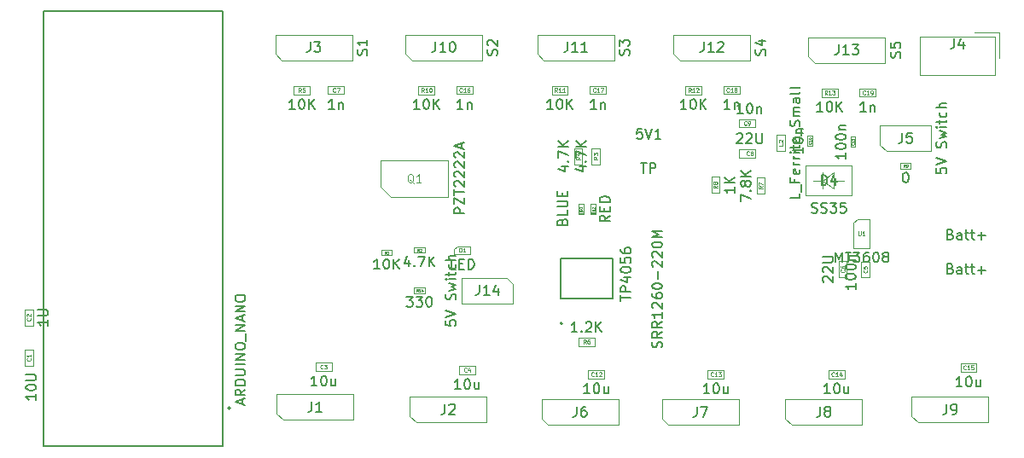
<source format=gbr>
%TF.GenerationSoftware,KiCad,Pcbnew,8.0.7*%
%TF.CreationDate,2024-12-28T13:40:39+03:00*%
%TF.ProjectId,FiveSwitch,46697665-5377-4697-9463-682e6b696361,rev?*%
%TF.SameCoordinates,Original*%
%TF.FileFunction,AssemblyDrawing,Top*%
%FSLAX46Y46*%
G04 Gerber Fmt 4.6, Leading zero omitted, Abs format (unit mm)*
G04 Created by KiCad (PCBNEW 8.0.7) date 2024-12-28 13:40:39*
%MOMM*%
%LPD*%
G01*
G04 APERTURE LIST*
%ADD10C,0.150000*%
%ADD11C,0.060000*%
%ADD12C,0.040000*%
%ADD13C,0.120000*%
%ADD14C,0.100000*%
%ADD15C,0.127000*%
%ADD16C,0.200000*%
G04 APERTURE END LIST*
D10*
X160027200Y-56486904D02*
X160074819Y-56344047D01*
X160074819Y-56344047D02*
X160074819Y-56105952D01*
X160074819Y-56105952D02*
X160027200Y-56010714D01*
X160027200Y-56010714D02*
X159979580Y-55963095D01*
X159979580Y-55963095D02*
X159884342Y-55915476D01*
X159884342Y-55915476D02*
X159789104Y-55915476D01*
X159789104Y-55915476D02*
X159693866Y-55963095D01*
X159693866Y-55963095D02*
X159646247Y-56010714D01*
X159646247Y-56010714D02*
X159598628Y-56105952D01*
X159598628Y-56105952D02*
X159551009Y-56296428D01*
X159551009Y-56296428D02*
X159503390Y-56391666D01*
X159503390Y-56391666D02*
X159455771Y-56439285D01*
X159455771Y-56439285D02*
X159360533Y-56486904D01*
X159360533Y-56486904D02*
X159265295Y-56486904D01*
X159265295Y-56486904D02*
X159170057Y-56439285D01*
X159170057Y-56439285D02*
X159122438Y-56391666D01*
X159122438Y-56391666D02*
X159074819Y-56296428D01*
X159074819Y-56296428D02*
X159074819Y-56058333D01*
X159074819Y-56058333D02*
X159122438Y-55915476D01*
X159074819Y-55582142D02*
X159074819Y-54963095D01*
X159074819Y-54963095D02*
X159455771Y-55296428D01*
X159455771Y-55296428D02*
X159455771Y-55153571D01*
X159455771Y-55153571D02*
X159503390Y-55058333D01*
X159503390Y-55058333D02*
X159551009Y-55010714D01*
X159551009Y-55010714D02*
X159646247Y-54963095D01*
X159646247Y-54963095D02*
X159884342Y-54963095D01*
X159884342Y-54963095D02*
X159979580Y-55010714D01*
X159979580Y-55010714D02*
X160027200Y-55058333D01*
X160027200Y-55058333D02*
X160074819Y-55153571D01*
X160074819Y-55153571D02*
X160074819Y-55439285D01*
X160074819Y-55439285D02*
X160027200Y-55534523D01*
X160027200Y-55534523D02*
X159979580Y-55582142D01*
X153940476Y-55179819D02*
X153940476Y-55894104D01*
X153940476Y-55894104D02*
X153892857Y-56036961D01*
X153892857Y-56036961D02*
X153797619Y-56132200D01*
X153797619Y-56132200D02*
X153654762Y-56179819D01*
X153654762Y-56179819D02*
X153559524Y-56179819D01*
X154940476Y-56179819D02*
X154369048Y-56179819D01*
X154654762Y-56179819D02*
X154654762Y-55179819D01*
X154654762Y-55179819D02*
X154559524Y-55322676D01*
X154559524Y-55322676D02*
X154464286Y-55417914D01*
X154464286Y-55417914D02*
X154369048Y-55465533D01*
X155892857Y-56179819D02*
X155321429Y-56179819D01*
X155607143Y-56179819D02*
X155607143Y-55179819D01*
X155607143Y-55179819D02*
X155511905Y-55322676D01*
X155511905Y-55322676D02*
X155416667Y-55417914D01*
X155416667Y-55417914D02*
X155321429Y-55465533D01*
X170497319Y-69589285D02*
X170497319Y-70160713D01*
X170497319Y-69874999D02*
X169497319Y-69874999D01*
X169497319Y-69874999D02*
X169640176Y-69970237D01*
X169640176Y-69970237D02*
X169735414Y-70065475D01*
X169735414Y-70065475D02*
X169783033Y-70160713D01*
X170497319Y-69160713D02*
X169497319Y-69160713D01*
X170497319Y-68589285D02*
X169925890Y-69017856D01*
X169497319Y-68589285D02*
X170068747Y-69160713D01*
D11*
X168794427Y-69441666D02*
X168603951Y-69574999D01*
X168794427Y-69670237D02*
X168394427Y-69670237D01*
X168394427Y-69670237D02*
X168394427Y-69517856D01*
X168394427Y-69517856D02*
X168413475Y-69479761D01*
X168413475Y-69479761D02*
X168432522Y-69460714D01*
X168432522Y-69460714D02*
X168470618Y-69441666D01*
X168470618Y-69441666D02*
X168527760Y-69441666D01*
X168527760Y-69441666D02*
X168565856Y-69460714D01*
X168565856Y-69460714D02*
X168584903Y-69479761D01*
X168584903Y-69479761D02*
X168603951Y-69517856D01*
X168603951Y-69517856D02*
X168603951Y-69670237D01*
X168565856Y-69213095D02*
X168546808Y-69251190D01*
X168546808Y-69251190D02*
X168527760Y-69270237D01*
X168527760Y-69270237D02*
X168489665Y-69289285D01*
X168489665Y-69289285D02*
X168470618Y-69289285D01*
X168470618Y-69289285D02*
X168432522Y-69270237D01*
X168432522Y-69270237D02*
X168413475Y-69251190D01*
X168413475Y-69251190D02*
X168394427Y-69213095D01*
X168394427Y-69213095D02*
X168394427Y-69136904D01*
X168394427Y-69136904D02*
X168413475Y-69098809D01*
X168413475Y-69098809D02*
X168432522Y-69079761D01*
X168432522Y-69079761D02*
X168470618Y-69060714D01*
X168470618Y-69060714D02*
X168489665Y-69060714D01*
X168489665Y-69060714D02*
X168527760Y-69079761D01*
X168527760Y-69079761D02*
X168546808Y-69098809D01*
X168546808Y-69098809D02*
X168565856Y-69136904D01*
X168565856Y-69136904D02*
X168565856Y-69213095D01*
X168565856Y-69213095D02*
X168584903Y-69251190D01*
X168584903Y-69251190D02*
X168603951Y-69270237D01*
X168603951Y-69270237D02*
X168642046Y-69289285D01*
X168642046Y-69289285D02*
X168718237Y-69289285D01*
X168718237Y-69289285D02*
X168756332Y-69270237D01*
X168756332Y-69270237D02*
X168775380Y-69251190D01*
X168775380Y-69251190D02*
X168794427Y-69213095D01*
X168794427Y-69213095D02*
X168794427Y-69136904D01*
X168794427Y-69136904D02*
X168775380Y-69098809D01*
X168775380Y-69098809D02*
X168756332Y-69079761D01*
X168756332Y-69079761D02*
X168718237Y-69060714D01*
X168718237Y-69060714D02*
X168642046Y-69060714D01*
X168642046Y-69060714D02*
X168603951Y-69079761D01*
X168603951Y-69079761D02*
X168584903Y-69098809D01*
X168584903Y-69098809D02*
X168565856Y-69136904D01*
D10*
X101204819Y-90144285D02*
X101204819Y-90715713D01*
X101204819Y-90429999D02*
X100204819Y-90429999D01*
X100204819Y-90429999D02*
X100347676Y-90525237D01*
X100347676Y-90525237D02*
X100442914Y-90620475D01*
X100442914Y-90620475D02*
X100490533Y-90715713D01*
X100204819Y-89525237D02*
X100204819Y-89429999D01*
X100204819Y-89429999D02*
X100252438Y-89334761D01*
X100252438Y-89334761D02*
X100300057Y-89287142D01*
X100300057Y-89287142D02*
X100395295Y-89239523D01*
X100395295Y-89239523D02*
X100585771Y-89191904D01*
X100585771Y-89191904D02*
X100823866Y-89191904D01*
X100823866Y-89191904D02*
X101014342Y-89239523D01*
X101014342Y-89239523D02*
X101109580Y-89287142D01*
X101109580Y-89287142D02*
X101157200Y-89334761D01*
X101157200Y-89334761D02*
X101204819Y-89429999D01*
X101204819Y-89429999D02*
X101204819Y-89525237D01*
X101204819Y-89525237D02*
X101157200Y-89620475D01*
X101157200Y-89620475D02*
X101109580Y-89668094D01*
X101109580Y-89668094D02*
X101014342Y-89715713D01*
X101014342Y-89715713D02*
X100823866Y-89763332D01*
X100823866Y-89763332D02*
X100585771Y-89763332D01*
X100585771Y-89763332D02*
X100395295Y-89715713D01*
X100395295Y-89715713D02*
X100300057Y-89668094D01*
X100300057Y-89668094D02*
X100252438Y-89620475D01*
X100252438Y-89620475D02*
X100204819Y-89525237D01*
X100204819Y-88763332D02*
X101014342Y-88763332D01*
X101014342Y-88763332D02*
X101109580Y-88715713D01*
X101109580Y-88715713D02*
X101157200Y-88668094D01*
X101157200Y-88668094D02*
X101204819Y-88572856D01*
X101204819Y-88572856D02*
X101204819Y-88382380D01*
X101204819Y-88382380D02*
X101157200Y-88287142D01*
X101157200Y-88287142D02*
X101109580Y-88239523D01*
X101109580Y-88239523D02*
X101014342Y-88191904D01*
X101014342Y-88191904D02*
X100204819Y-88191904D01*
D11*
X100643832Y-86591666D02*
X100662880Y-86610714D01*
X100662880Y-86610714D02*
X100681927Y-86667856D01*
X100681927Y-86667856D02*
X100681927Y-86705952D01*
X100681927Y-86705952D02*
X100662880Y-86763095D01*
X100662880Y-86763095D02*
X100624784Y-86801190D01*
X100624784Y-86801190D02*
X100586689Y-86820237D01*
X100586689Y-86820237D02*
X100510499Y-86839285D01*
X100510499Y-86839285D02*
X100453356Y-86839285D01*
X100453356Y-86839285D02*
X100377165Y-86820237D01*
X100377165Y-86820237D02*
X100339070Y-86801190D01*
X100339070Y-86801190D02*
X100300975Y-86763095D01*
X100300975Y-86763095D02*
X100281927Y-86705952D01*
X100281927Y-86705952D02*
X100281927Y-86667856D01*
X100281927Y-86667856D02*
X100300975Y-86610714D01*
X100300975Y-86610714D02*
X100320022Y-86591666D01*
X100681927Y-86210714D02*
X100681927Y-86439285D01*
X100681927Y-86324999D02*
X100281927Y-86324999D01*
X100281927Y-86324999D02*
X100339070Y-86363095D01*
X100339070Y-86363095D02*
X100377165Y-86401190D01*
X100377165Y-86401190D02*
X100396213Y-86439285D01*
D10*
X166767368Y-91390656D02*
X166767368Y-92104941D01*
X166767368Y-92104941D02*
X166719749Y-92247798D01*
X166719749Y-92247798D02*
X166624511Y-92343037D01*
X166624511Y-92343037D02*
X166481654Y-92390656D01*
X166481654Y-92390656D02*
X166386416Y-92390656D01*
X167148321Y-91390656D02*
X167814987Y-91390656D01*
X167814987Y-91390656D02*
X167386416Y-92390656D01*
X141767368Y-91140656D02*
X141767368Y-91854941D01*
X141767368Y-91854941D02*
X141719749Y-91997798D01*
X141719749Y-91997798D02*
X141624511Y-92093037D01*
X141624511Y-92093037D02*
X141481654Y-92140656D01*
X141481654Y-92140656D02*
X141386416Y-92140656D01*
X142195940Y-91235894D02*
X142243559Y-91188275D01*
X142243559Y-91188275D02*
X142338797Y-91140656D01*
X142338797Y-91140656D02*
X142576892Y-91140656D01*
X142576892Y-91140656D02*
X142672130Y-91188275D01*
X142672130Y-91188275D02*
X142719749Y-91235894D01*
X142719749Y-91235894D02*
X142767368Y-91331132D01*
X142767368Y-91331132D02*
X142767368Y-91426370D01*
X142767368Y-91426370D02*
X142719749Y-91569227D01*
X142719749Y-91569227D02*
X142148321Y-92140656D01*
X142148321Y-92140656D02*
X142767368Y-92140656D01*
X146937200Y-56486904D02*
X146984819Y-56344047D01*
X146984819Y-56344047D02*
X146984819Y-56105952D01*
X146984819Y-56105952D02*
X146937200Y-56010714D01*
X146937200Y-56010714D02*
X146889580Y-55963095D01*
X146889580Y-55963095D02*
X146794342Y-55915476D01*
X146794342Y-55915476D02*
X146699104Y-55915476D01*
X146699104Y-55915476D02*
X146603866Y-55963095D01*
X146603866Y-55963095D02*
X146556247Y-56010714D01*
X146556247Y-56010714D02*
X146508628Y-56105952D01*
X146508628Y-56105952D02*
X146461009Y-56296428D01*
X146461009Y-56296428D02*
X146413390Y-56391666D01*
X146413390Y-56391666D02*
X146365771Y-56439285D01*
X146365771Y-56439285D02*
X146270533Y-56486904D01*
X146270533Y-56486904D02*
X146175295Y-56486904D01*
X146175295Y-56486904D02*
X146080057Y-56439285D01*
X146080057Y-56439285D02*
X146032438Y-56391666D01*
X146032438Y-56391666D02*
X145984819Y-56296428D01*
X145984819Y-56296428D02*
X145984819Y-56058333D01*
X145984819Y-56058333D02*
X146032438Y-55915476D01*
X146080057Y-55534523D02*
X146032438Y-55486904D01*
X146032438Y-55486904D02*
X145984819Y-55391666D01*
X145984819Y-55391666D02*
X145984819Y-55153571D01*
X145984819Y-55153571D02*
X146032438Y-55058333D01*
X146032438Y-55058333D02*
X146080057Y-55010714D01*
X146080057Y-55010714D02*
X146175295Y-54963095D01*
X146175295Y-54963095D02*
X146270533Y-54963095D01*
X146270533Y-54963095D02*
X146413390Y-55010714D01*
X146413390Y-55010714D02*
X146984819Y-55582142D01*
X146984819Y-55582142D02*
X146984819Y-54963095D01*
X140850476Y-55179819D02*
X140850476Y-55894104D01*
X140850476Y-55894104D02*
X140802857Y-56036961D01*
X140802857Y-56036961D02*
X140707619Y-56132200D01*
X140707619Y-56132200D02*
X140564762Y-56179819D01*
X140564762Y-56179819D02*
X140469524Y-56179819D01*
X141850476Y-56179819D02*
X141279048Y-56179819D01*
X141564762Y-56179819D02*
X141564762Y-55179819D01*
X141564762Y-55179819D02*
X141469524Y-55322676D01*
X141469524Y-55322676D02*
X141374286Y-55417914D01*
X141374286Y-55417914D02*
X141279048Y-55465533D01*
X142469524Y-55179819D02*
X142564762Y-55179819D01*
X142564762Y-55179819D02*
X142660000Y-55227438D01*
X142660000Y-55227438D02*
X142707619Y-55275057D01*
X142707619Y-55275057D02*
X142755238Y-55370295D01*
X142755238Y-55370295D02*
X142802857Y-55560771D01*
X142802857Y-55560771D02*
X142802857Y-55798866D01*
X142802857Y-55798866D02*
X142755238Y-55989342D01*
X142755238Y-55989342D02*
X142707619Y-56084580D01*
X142707619Y-56084580D02*
X142660000Y-56132200D01*
X142660000Y-56132200D02*
X142564762Y-56179819D01*
X142564762Y-56179819D02*
X142469524Y-56179819D01*
X142469524Y-56179819D02*
X142374286Y-56132200D01*
X142374286Y-56132200D02*
X142326667Y-56084580D01*
X142326667Y-56084580D02*
X142279048Y-55989342D01*
X142279048Y-55989342D02*
X142231429Y-55798866D01*
X142231429Y-55798866D02*
X142231429Y-55560771D01*
X142231429Y-55560771D02*
X142279048Y-55370295D01*
X142279048Y-55370295D02*
X142326667Y-55275057D01*
X142326667Y-55275057D02*
X142374286Y-55227438D01*
X142374286Y-55227438D02*
X142469524Y-55179819D01*
X156808333Y-61859819D02*
X156236905Y-61859819D01*
X156522619Y-61859819D02*
X156522619Y-60859819D01*
X156522619Y-60859819D02*
X156427381Y-61002676D01*
X156427381Y-61002676D02*
X156332143Y-61097914D01*
X156332143Y-61097914D02*
X156236905Y-61145533D01*
X157236905Y-61193152D02*
X157236905Y-61859819D01*
X157236905Y-61288390D02*
X157284524Y-61240771D01*
X157284524Y-61240771D02*
X157379762Y-61193152D01*
X157379762Y-61193152D02*
X157522619Y-61193152D01*
X157522619Y-61193152D02*
X157617857Y-61240771D01*
X157617857Y-61240771D02*
X157665476Y-61336009D01*
X157665476Y-61336009D02*
X157665476Y-61859819D01*
D11*
X156717857Y-60118832D02*
X156698809Y-60137880D01*
X156698809Y-60137880D02*
X156641667Y-60156927D01*
X156641667Y-60156927D02*
X156603571Y-60156927D01*
X156603571Y-60156927D02*
X156546428Y-60137880D01*
X156546428Y-60137880D02*
X156508333Y-60099784D01*
X156508333Y-60099784D02*
X156489286Y-60061689D01*
X156489286Y-60061689D02*
X156470238Y-59985499D01*
X156470238Y-59985499D02*
X156470238Y-59928356D01*
X156470238Y-59928356D02*
X156489286Y-59852165D01*
X156489286Y-59852165D02*
X156508333Y-59814070D01*
X156508333Y-59814070D02*
X156546428Y-59775975D01*
X156546428Y-59775975D02*
X156603571Y-59756927D01*
X156603571Y-59756927D02*
X156641667Y-59756927D01*
X156641667Y-59756927D02*
X156698809Y-59775975D01*
X156698809Y-59775975D02*
X156717857Y-59795022D01*
X157098809Y-60156927D02*
X156870238Y-60156927D01*
X156984524Y-60156927D02*
X156984524Y-59756927D01*
X156984524Y-59756927D02*
X156946428Y-59814070D01*
X156946428Y-59814070D02*
X156908333Y-59852165D01*
X156908333Y-59852165D02*
X156870238Y-59871213D01*
X157232142Y-59756927D02*
X157498809Y-59756927D01*
X157498809Y-59756927D02*
X157327380Y-60156927D01*
D10*
X190534819Y-67726190D02*
X190534819Y-68202380D01*
X190534819Y-68202380D02*
X191011009Y-68249999D01*
X191011009Y-68249999D02*
X190963390Y-68202380D01*
X190963390Y-68202380D02*
X190915771Y-68107142D01*
X190915771Y-68107142D02*
X190915771Y-67869047D01*
X190915771Y-67869047D02*
X190963390Y-67773809D01*
X190963390Y-67773809D02*
X191011009Y-67726190D01*
X191011009Y-67726190D02*
X191106247Y-67678571D01*
X191106247Y-67678571D02*
X191344342Y-67678571D01*
X191344342Y-67678571D02*
X191439580Y-67726190D01*
X191439580Y-67726190D02*
X191487200Y-67773809D01*
X191487200Y-67773809D02*
X191534819Y-67869047D01*
X191534819Y-67869047D02*
X191534819Y-68107142D01*
X191534819Y-68107142D02*
X191487200Y-68202380D01*
X191487200Y-68202380D02*
X191439580Y-68249999D01*
X190534819Y-67392856D02*
X191534819Y-67059523D01*
X191534819Y-67059523D02*
X190534819Y-66726190D01*
X191487200Y-65678570D02*
X191534819Y-65535713D01*
X191534819Y-65535713D02*
X191534819Y-65297618D01*
X191534819Y-65297618D02*
X191487200Y-65202380D01*
X191487200Y-65202380D02*
X191439580Y-65154761D01*
X191439580Y-65154761D02*
X191344342Y-65107142D01*
X191344342Y-65107142D02*
X191249104Y-65107142D01*
X191249104Y-65107142D02*
X191153866Y-65154761D01*
X191153866Y-65154761D02*
X191106247Y-65202380D01*
X191106247Y-65202380D02*
X191058628Y-65297618D01*
X191058628Y-65297618D02*
X191011009Y-65488094D01*
X191011009Y-65488094D02*
X190963390Y-65583332D01*
X190963390Y-65583332D02*
X190915771Y-65630951D01*
X190915771Y-65630951D02*
X190820533Y-65678570D01*
X190820533Y-65678570D02*
X190725295Y-65678570D01*
X190725295Y-65678570D02*
X190630057Y-65630951D01*
X190630057Y-65630951D02*
X190582438Y-65583332D01*
X190582438Y-65583332D02*
X190534819Y-65488094D01*
X190534819Y-65488094D02*
X190534819Y-65249999D01*
X190534819Y-65249999D02*
X190582438Y-65107142D01*
X190868152Y-64773808D02*
X191534819Y-64583332D01*
X191534819Y-64583332D02*
X191058628Y-64392856D01*
X191058628Y-64392856D02*
X191534819Y-64202380D01*
X191534819Y-64202380D02*
X190868152Y-64011904D01*
X191534819Y-63630951D02*
X190868152Y-63630951D01*
X190534819Y-63630951D02*
X190582438Y-63678570D01*
X190582438Y-63678570D02*
X190630057Y-63630951D01*
X190630057Y-63630951D02*
X190582438Y-63583332D01*
X190582438Y-63583332D02*
X190534819Y-63630951D01*
X190534819Y-63630951D02*
X190630057Y-63630951D01*
X190868152Y-63297618D02*
X190868152Y-62916666D01*
X190534819Y-63154761D02*
X191391961Y-63154761D01*
X191391961Y-63154761D02*
X191487200Y-63107142D01*
X191487200Y-63107142D02*
X191534819Y-63011904D01*
X191534819Y-63011904D02*
X191534819Y-62916666D01*
X191487200Y-62154761D02*
X191534819Y-62249999D01*
X191534819Y-62249999D02*
X191534819Y-62440475D01*
X191534819Y-62440475D02*
X191487200Y-62535713D01*
X191487200Y-62535713D02*
X191439580Y-62583332D01*
X191439580Y-62583332D02*
X191344342Y-62630951D01*
X191344342Y-62630951D02*
X191058628Y-62630951D01*
X191058628Y-62630951D02*
X190963390Y-62583332D01*
X190963390Y-62583332D02*
X190915771Y-62535713D01*
X190915771Y-62535713D02*
X190868152Y-62440475D01*
X190868152Y-62440475D02*
X190868152Y-62249999D01*
X190868152Y-62249999D02*
X190915771Y-62154761D01*
X191534819Y-61726189D02*
X190534819Y-61726189D01*
X191534819Y-61297618D02*
X191011009Y-61297618D01*
X191011009Y-61297618D02*
X190915771Y-61345237D01*
X190915771Y-61345237D02*
X190868152Y-61440475D01*
X190868152Y-61440475D02*
X190868152Y-61583332D01*
X190868152Y-61583332D02*
X190915771Y-61678570D01*
X190915771Y-61678570D02*
X190963390Y-61726189D01*
X187146666Y-64204819D02*
X187146666Y-64919104D01*
X187146666Y-64919104D02*
X187099047Y-65061961D01*
X187099047Y-65061961D02*
X187003809Y-65157200D01*
X187003809Y-65157200D02*
X186860952Y-65204819D01*
X186860952Y-65204819D02*
X186765714Y-65204819D01*
X188099047Y-64204819D02*
X187622857Y-64204819D01*
X187622857Y-64204819D02*
X187575238Y-64681009D01*
X187575238Y-64681009D02*
X187622857Y-64633390D01*
X187622857Y-64633390D02*
X187718095Y-64585771D01*
X187718095Y-64585771D02*
X187956190Y-64585771D01*
X187956190Y-64585771D02*
X188051428Y-64633390D01*
X188051428Y-64633390D02*
X188099047Y-64681009D01*
X188099047Y-64681009D02*
X188146666Y-64776247D01*
X188146666Y-64776247D02*
X188146666Y-65014342D01*
X188146666Y-65014342D02*
X188099047Y-65109580D01*
X188099047Y-65109580D02*
X188051428Y-65157200D01*
X188051428Y-65157200D02*
X187956190Y-65204819D01*
X187956190Y-65204819D02*
X187718095Y-65204819D01*
X187718095Y-65204819D02*
X187622857Y-65157200D01*
X187622857Y-65157200D02*
X187575238Y-65109580D01*
X155108152Y-67553809D02*
X155774819Y-67553809D01*
X154727200Y-67791904D02*
X155441485Y-68029999D01*
X155441485Y-68029999D02*
X155441485Y-67410952D01*
X155679580Y-67029999D02*
X155727200Y-66982380D01*
X155727200Y-66982380D02*
X155774819Y-67029999D01*
X155774819Y-67029999D02*
X155727200Y-67077618D01*
X155727200Y-67077618D02*
X155679580Y-67029999D01*
X155679580Y-67029999D02*
X155774819Y-67029999D01*
X154774819Y-66649047D02*
X154774819Y-65982381D01*
X154774819Y-65982381D02*
X155774819Y-66410952D01*
X155774819Y-65601428D02*
X154774819Y-65601428D01*
X155774819Y-65030000D02*
X155203390Y-65458571D01*
X154774819Y-65030000D02*
X155346247Y-65601428D01*
D11*
X156931927Y-66596666D02*
X156741451Y-66729999D01*
X156931927Y-66825237D02*
X156531927Y-66825237D01*
X156531927Y-66825237D02*
X156531927Y-66672856D01*
X156531927Y-66672856D02*
X156550975Y-66634761D01*
X156550975Y-66634761D02*
X156570022Y-66615714D01*
X156570022Y-66615714D02*
X156608118Y-66596666D01*
X156608118Y-66596666D02*
X156665260Y-66596666D01*
X156665260Y-66596666D02*
X156703356Y-66615714D01*
X156703356Y-66615714D02*
X156722403Y-66634761D01*
X156722403Y-66634761D02*
X156741451Y-66672856D01*
X156741451Y-66672856D02*
X156741451Y-66825237D01*
X156531927Y-66463333D02*
X156531927Y-66215714D01*
X156531927Y-66215714D02*
X156684308Y-66349047D01*
X156684308Y-66349047D02*
X156684308Y-66291904D01*
X156684308Y-66291904D02*
X156703356Y-66253809D01*
X156703356Y-66253809D02*
X156722403Y-66234761D01*
X156722403Y-66234761D02*
X156760499Y-66215714D01*
X156760499Y-66215714D02*
X156855737Y-66215714D01*
X156855737Y-66215714D02*
X156893832Y-66234761D01*
X156893832Y-66234761D02*
X156912880Y-66253809D01*
X156912880Y-66253809D02*
X156931927Y-66291904D01*
X156931927Y-66291904D02*
X156931927Y-66406190D01*
X156931927Y-66406190D02*
X156912880Y-66444285D01*
X156912880Y-66444285D02*
X156893832Y-66463333D01*
D10*
X192303789Y-54837918D02*
X192303789Y-55552203D01*
X192303789Y-55552203D02*
X192256170Y-55695060D01*
X192256170Y-55695060D02*
X192160932Y-55790299D01*
X192160932Y-55790299D02*
X192018075Y-55837918D01*
X192018075Y-55837918D02*
X191922837Y-55837918D01*
X193208551Y-55171251D02*
X193208551Y-55837918D01*
X192970456Y-54790299D02*
X192732361Y-55504584D01*
X192732361Y-55504584D02*
X193351408Y-55504584D01*
X129082142Y-89320656D02*
X128510714Y-89320656D01*
X128796428Y-89320656D02*
X128796428Y-88320656D01*
X128796428Y-88320656D02*
X128701190Y-88463513D01*
X128701190Y-88463513D02*
X128605952Y-88558751D01*
X128605952Y-88558751D02*
X128510714Y-88606370D01*
X129701190Y-88320656D02*
X129796428Y-88320656D01*
X129796428Y-88320656D02*
X129891666Y-88368275D01*
X129891666Y-88368275D02*
X129939285Y-88415894D01*
X129939285Y-88415894D02*
X129986904Y-88511132D01*
X129986904Y-88511132D02*
X130034523Y-88701608D01*
X130034523Y-88701608D02*
X130034523Y-88939703D01*
X130034523Y-88939703D02*
X129986904Y-89130179D01*
X129986904Y-89130179D02*
X129939285Y-89225417D01*
X129939285Y-89225417D02*
X129891666Y-89273037D01*
X129891666Y-89273037D02*
X129796428Y-89320656D01*
X129796428Y-89320656D02*
X129701190Y-89320656D01*
X129701190Y-89320656D02*
X129605952Y-89273037D01*
X129605952Y-89273037D02*
X129558333Y-89225417D01*
X129558333Y-89225417D02*
X129510714Y-89130179D01*
X129510714Y-89130179D02*
X129463095Y-88939703D01*
X129463095Y-88939703D02*
X129463095Y-88701608D01*
X129463095Y-88701608D02*
X129510714Y-88511132D01*
X129510714Y-88511132D02*
X129558333Y-88415894D01*
X129558333Y-88415894D02*
X129605952Y-88368275D01*
X129605952Y-88368275D02*
X129701190Y-88320656D01*
X130891666Y-88653989D02*
X130891666Y-89320656D01*
X130463095Y-88653989D02*
X130463095Y-89177798D01*
X130463095Y-89177798D02*
X130510714Y-89273037D01*
X130510714Y-89273037D02*
X130605952Y-89320656D01*
X130605952Y-89320656D02*
X130748809Y-89320656D01*
X130748809Y-89320656D02*
X130844047Y-89273037D01*
X130844047Y-89273037D02*
X130891666Y-89225417D01*
D11*
X129658333Y-87579669D02*
X129639285Y-87598717D01*
X129639285Y-87598717D02*
X129582143Y-87617764D01*
X129582143Y-87617764D02*
X129544047Y-87617764D01*
X129544047Y-87617764D02*
X129486904Y-87598717D01*
X129486904Y-87598717D02*
X129448809Y-87560621D01*
X129448809Y-87560621D02*
X129429762Y-87522526D01*
X129429762Y-87522526D02*
X129410714Y-87446336D01*
X129410714Y-87446336D02*
X129410714Y-87389193D01*
X129410714Y-87389193D02*
X129429762Y-87313002D01*
X129429762Y-87313002D02*
X129448809Y-87274907D01*
X129448809Y-87274907D02*
X129486904Y-87236812D01*
X129486904Y-87236812D02*
X129544047Y-87217764D01*
X129544047Y-87217764D02*
X129582143Y-87217764D01*
X129582143Y-87217764D02*
X129639285Y-87236812D01*
X129639285Y-87236812D02*
X129658333Y-87255859D01*
X129791666Y-87217764D02*
X130039285Y-87217764D01*
X130039285Y-87217764D02*
X129905952Y-87370145D01*
X129905952Y-87370145D02*
X129963095Y-87370145D01*
X129963095Y-87370145D02*
X130001190Y-87389193D01*
X130001190Y-87389193D02*
X130020238Y-87408240D01*
X130020238Y-87408240D02*
X130039285Y-87446336D01*
X130039285Y-87446336D02*
X130039285Y-87541574D01*
X130039285Y-87541574D02*
X130020238Y-87579669D01*
X130020238Y-87579669D02*
X130001190Y-87598717D01*
X130001190Y-87598717D02*
X129963095Y-87617764D01*
X129963095Y-87617764D02*
X129848809Y-87617764D01*
X129848809Y-87617764D02*
X129810714Y-87598717D01*
X129810714Y-87598717D02*
X129791666Y-87579669D01*
D10*
X126884523Y-61859819D02*
X126313095Y-61859819D01*
X126598809Y-61859819D02*
X126598809Y-60859819D01*
X126598809Y-60859819D02*
X126503571Y-61002676D01*
X126503571Y-61002676D02*
X126408333Y-61097914D01*
X126408333Y-61097914D02*
X126313095Y-61145533D01*
X127503571Y-60859819D02*
X127598809Y-60859819D01*
X127598809Y-60859819D02*
X127694047Y-60907438D01*
X127694047Y-60907438D02*
X127741666Y-60955057D01*
X127741666Y-60955057D02*
X127789285Y-61050295D01*
X127789285Y-61050295D02*
X127836904Y-61240771D01*
X127836904Y-61240771D02*
X127836904Y-61478866D01*
X127836904Y-61478866D02*
X127789285Y-61669342D01*
X127789285Y-61669342D02*
X127741666Y-61764580D01*
X127741666Y-61764580D02*
X127694047Y-61812200D01*
X127694047Y-61812200D02*
X127598809Y-61859819D01*
X127598809Y-61859819D02*
X127503571Y-61859819D01*
X127503571Y-61859819D02*
X127408333Y-61812200D01*
X127408333Y-61812200D02*
X127360714Y-61764580D01*
X127360714Y-61764580D02*
X127313095Y-61669342D01*
X127313095Y-61669342D02*
X127265476Y-61478866D01*
X127265476Y-61478866D02*
X127265476Y-61240771D01*
X127265476Y-61240771D02*
X127313095Y-61050295D01*
X127313095Y-61050295D02*
X127360714Y-60955057D01*
X127360714Y-60955057D02*
X127408333Y-60907438D01*
X127408333Y-60907438D02*
X127503571Y-60859819D01*
X128265476Y-61859819D02*
X128265476Y-60859819D01*
X128836904Y-61859819D02*
X128408333Y-61288390D01*
X128836904Y-60859819D02*
X128265476Y-61431247D01*
D11*
X127508333Y-60156927D02*
X127375000Y-59966451D01*
X127279762Y-60156927D02*
X127279762Y-59756927D01*
X127279762Y-59756927D02*
X127432143Y-59756927D01*
X127432143Y-59756927D02*
X127470238Y-59775975D01*
X127470238Y-59775975D02*
X127489285Y-59795022D01*
X127489285Y-59795022D02*
X127508333Y-59833118D01*
X127508333Y-59833118D02*
X127508333Y-59890260D01*
X127508333Y-59890260D02*
X127489285Y-59928356D01*
X127489285Y-59928356D02*
X127470238Y-59947403D01*
X127470238Y-59947403D02*
X127432143Y-59966451D01*
X127432143Y-59966451D02*
X127279762Y-59966451D01*
X127870238Y-59756927D02*
X127679762Y-59756927D01*
X127679762Y-59756927D02*
X127660714Y-59947403D01*
X127660714Y-59947403D02*
X127679762Y-59928356D01*
X127679762Y-59928356D02*
X127717857Y-59909308D01*
X127717857Y-59909308D02*
X127813095Y-59909308D01*
X127813095Y-59909308D02*
X127851190Y-59928356D01*
X127851190Y-59928356D02*
X127870238Y-59947403D01*
X127870238Y-59947403D02*
X127889285Y-59985499D01*
X127889285Y-59985499D02*
X127889285Y-60080737D01*
X127889285Y-60080737D02*
X127870238Y-60118832D01*
X127870238Y-60118832D02*
X127851190Y-60137880D01*
X127851190Y-60137880D02*
X127813095Y-60156927D01*
X127813095Y-60156927D02*
X127717857Y-60156927D01*
X127717857Y-60156927D02*
X127679762Y-60137880D01*
X127679762Y-60137880D02*
X127660714Y-60118832D01*
D10*
X179370057Y-79010713D02*
X179322438Y-78963094D01*
X179322438Y-78963094D02*
X179274819Y-78867856D01*
X179274819Y-78867856D02*
X179274819Y-78629761D01*
X179274819Y-78629761D02*
X179322438Y-78534523D01*
X179322438Y-78534523D02*
X179370057Y-78486904D01*
X179370057Y-78486904D02*
X179465295Y-78439285D01*
X179465295Y-78439285D02*
X179560533Y-78439285D01*
X179560533Y-78439285D02*
X179703390Y-78486904D01*
X179703390Y-78486904D02*
X180274819Y-79058332D01*
X180274819Y-79058332D02*
X180274819Y-78439285D01*
X179370057Y-78058332D02*
X179322438Y-78010713D01*
X179322438Y-78010713D02*
X179274819Y-77915475D01*
X179274819Y-77915475D02*
X179274819Y-77677380D01*
X179274819Y-77677380D02*
X179322438Y-77582142D01*
X179322438Y-77582142D02*
X179370057Y-77534523D01*
X179370057Y-77534523D02*
X179465295Y-77486904D01*
X179465295Y-77486904D02*
X179560533Y-77486904D01*
X179560533Y-77486904D02*
X179703390Y-77534523D01*
X179703390Y-77534523D02*
X180274819Y-78105951D01*
X180274819Y-78105951D02*
X180274819Y-77486904D01*
X179274819Y-77058332D02*
X180084342Y-77058332D01*
X180084342Y-77058332D02*
X180179580Y-77010713D01*
X180179580Y-77010713D02*
X180227200Y-76963094D01*
X180227200Y-76963094D02*
X180274819Y-76867856D01*
X180274819Y-76867856D02*
X180274819Y-76677380D01*
X180274819Y-76677380D02*
X180227200Y-76582142D01*
X180227200Y-76582142D02*
X180179580Y-76534523D01*
X180179580Y-76534523D02*
X180084342Y-76486904D01*
X180084342Y-76486904D02*
X179274819Y-76486904D01*
D11*
X181393832Y-77791666D02*
X181412880Y-77810714D01*
X181412880Y-77810714D02*
X181431927Y-77867856D01*
X181431927Y-77867856D02*
X181431927Y-77905952D01*
X181431927Y-77905952D02*
X181412880Y-77963095D01*
X181412880Y-77963095D02*
X181374784Y-78001190D01*
X181374784Y-78001190D02*
X181336689Y-78020237D01*
X181336689Y-78020237D02*
X181260499Y-78039285D01*
X181260499Y-78039285D02*
X181203356Y-78039285D01*
X181203356Y-78039285D02*
X181127165Y-78020237D01*
X181127165Y-78020237D02*
X181089070Y-78001190D01*
X181089070Y-78001190D02*
X181050975Y-77963095D01*
X181050975Y-77963095D02*
X181031927Y-77905952D01*
X181031927Y-77905952D02*
X181031927Y-77867856D01*
X181031927Y-77867856D02*
X181050975Y-77810714D01*
X181050975Y-77810714D02*
X181070022Y-77791666D01*
X181031927Y-77448809D02*
X181031927Y-77524999D01*
X181031927Y-77524999D02*
X181050975Y-77563095D01*
X181050975Y-77563095D02*
X181070022Y-77582142D01*
X181070022Y-77582142D02*
X181127165Y-77620237D01*
X181127165Y-77620237D02*
X181203356Y-77639285D01*
X181203356Y-77639285D02*
X181355737Y-77639285D01*
X181355737Y-77639285D02*
X181393832Y-77620237D01*
X181393832Y-77620237D02*
X181412880Y-77601190D01*
X181412880Y-77601190D02*
X181431927Y-77563095D01*
X181431927Y-77563095D02*
X181431927Y-77486904D01*
X181431927Y-77486904D02*
X181412880Y-77448809D01*
X181412880Y-77448809D02*
X181393832Y-77429761D01*
X181393832Y-77429761D02*
X181355737Y-77410714D01*
X181355737Y-77410714D02*
X181260499Y-77410714D01*
X181260499Y-77410714D02*
X181222403Y-77429761D01*
X181222403Y-77429761D02*
X181203356Y-77448809D01*
X181203356Y-77448809D02*
X181184308Y-77486904D01*
X181184308Y-77486904D02*
X181184308Y-77563095D01*
X181184308Y-77563095D02*
X181203356Y-77601190D01*
X181203356Y-77601190D02*
X181222403Y-77620237D01*
X181222403Y-77620237D02*
X181260499Y-77639285D01*
D10*
X179017368Y-91390656D02*
X179017368Y-92104941D01*
X179017368Y-92104941D02*
X178969749Y-92247798D01*
X178969749Y-92247798D02*
X178874511Y-92343037D01*
X178874511Y-92343037D02*
X178731654Y-92390656D01*
X178731654Y-92390656D02*
X178636416Y-92390656D01*
X179636416Y-91819227D02*
X179541178Y-91771608D01*
X179541178Y-91771608D02*
X179493559Y-91723989D01*
X179493559Y-91723989D02*
X179445940Y-91628751D01*
X179445940Y-91628751D02*
X179445940Y-91581132D01*
X179445940Y-91581132D02*
X179493559Y-91485894D01*
X179493559Y-91485894D02*
X179541178Y-91438275D01*
X179541178Y-91438275D02*
X179636416Y-91390656D01*
X179636416Y-91390656D02*
X179826892Y-91390656D01*
X179826892Y-91390656D02*
X179922130Y-91438275D01*
X179922130Y-91438275D02*
X179969749Y-91485894D01*
X179969749Y-91485894D02*
X180017368Y-91581132D01*
X180017368Y-91581132D02*
X180017368Y-91628751D01*
X180017368Y-91628751D02*
X179969749Y-91723989D01*
X179969749Y-91723989D02*
X179922130Y-91771608D01*
X179922130Y-91771608D02*
X179826892Y-91819227D01*
X179826892Y-91819227D02*
X179636416Y-91819227D01*
X179636416Y-91819227D02*
X179541178Y-91866846D01*
X179541178Y-91866846D02*
X179493559Y-91914465D01*
X179493559Y-91914465D02*
X179445940Y-92009703D01*
X179445940Y-92009703D02*
X179445940Y-92200179D01*
X179445940Y-92200179D02*
X179493559Y-92295417D01*
X179493559Y-92295417D02*
X179541178Y-92343037D01*
X179541178Y-92343037D02*
X179636416Y-92390656D01*
X179636416Y-92390656D02*
X179826892Y-92390656D01*
X179826892Y-92390656D02*
X179922130Y-92343037D01*
X179922130Y-92343037D02*
X179969749Y-92295417D01*
X179969749Y-92295417D02*
X180017368Y-92200179D01*
X180017368Y-92200179D02*
X180017368Y-92009703D01*
X180017368Y-92009703D02*
X179969749Y-91914465D01*
X179969749Y-91914465D02*
X179922130Y-91866846D01*
X179922130Y-91866846D02*
X179826892Y-91819227D01*
X154896428Y-83979819D02*
X154325000Y-83979819D01*
X154610714Y-83979819D02*
X154610714Y-82979819D01*
X154610714Y-82979819D02*
X154515476Y-83122676D01*
X154515476Y-83122676D02*
X154420238Y-83217914D01*
X154420238Y-83217914D02*
X154325000Y-83265533D01*
X155325000Y-83884580D02*
X155372619Y-83932200D01*
X155372619Y-83932200D02*
X155325000Y-83979819D01*
X155325000Y-83979819D02*
X155277381Y-83932200D01*
X155277381Y-83932200D02*
X155325000Y-83884580D01*
X155325000Y-83884580D02*
X155325000Y-83979819D01*
X155753571Y-83075057D02*
X155801190Y-83027438D01*
X155801190Y-83027438D02*
X155896428Y-82979819D01*
X155896428Y-82979819D02*
X156134523Y-82979819D01*
X156134523Y-82979819D02*
X156229761Y-83027438D01*
X156229761Y-83027438D02*
X156277380Y-83075057D01*
X156277380Y-83075057D02*
X156324999Y-83170295D01*
X156324999Y-83170295D02*
X156324999Y-83265533D01*
X156324999Y-83265533D02*
X156277380Y-83408390D01*
X156277380Y-83408390D02*
X155705952Y-83979819D01*
X155705952Y-83979819D02*
X156324999Y-83979819D01*
X156753571Y-83979819D02*
X156753571Y-82979819D01*
X157324999Y-83979819D02*
X156896428Y-83408390D01*
X157324999Y-82979819D02*
X156753571Y-83551247D01*
D11*
X155758333Y-85136927D02*
X155625000Y-84946451D01*
X155529762Y-85136927D02*
X155529762Y-84736927D01*
X155529762Y-84736927D02*
X155682143Y-84736927D01*
X155682143Y-84736927D02*
X155720238Y-84755975D01*
X155720238Y-84755975D02*
X155739285Y-84775022D01*
X155739285Y-84775022D02*
X155758333Y-84813118D01*
X155758333Y-84813118D02*
X155758333Y-84870260D01*
X155758333Y-84870260D02*
X155739285Y-84908356D01*
X155739285Y-84908356D02*
X155720238Y-84927403D01*
X155720238Y-84927403D02*
X155682143Y-84946451D01*
X155682143Y-84946451D02*
X155529762Y-84946451D01*
X156101190Y-84736927D02*
X156025000Y-84736927D01*
X156025000Y-84736927D02*
X155986904Y-84755975D01*
X155986904Y-84755975D02*
X155967857Y-84775022D01*
X155967857Y-84775022D02*
X155929762Y-84832165D01*
X155929762Y-84832165D02*
X155910714Y-84908356D01*
X155910714Y-84908356D02*
X155910714Y-85060737D01*
X155910714Y-85060737D02*
X155929762Y-85098832D01*
X155929762Y-85098832D02*
X155948809Y-85117880D01*
X155948809Y-85117880D02*
X155986904Y-85136927D01*
X155986904Y-85136927D02*
X156063095Y-85136927D01*
X156063095Y-85136927D02*
X156101190Y-85117880D01*
X156101190Y-85117880D02*
X156120238Y-85098832D01*
X156120238Y-85098832D02*
X156139285Y-85060737D01*
X156139285Y-85060737D02*
X156139285Y-84965499D01*
X156139285Y-84965499D02*
X156120238Y-84927403D01*
X156120238Y-84927403D02*
X156101190Y-84908356D01*
X156101190Y-84908356D02*
X156063095Y-84889308D01*
X156063095Y-84889308D02*
X155986904Y-84889308D01*
X155986904Y-84889308D02*
X155948809Y-84908356D01*
X155948809Y-84908356D02*
X155929762Y-84927403D01*
X155929762Y-84927403D02*
X155910714Y-84965499D01*
D10*
X153358152Y-67553809D02*
X154024819Y-67553809D01*
X152977200Y-67791904D02*
X153691485Y-68029999D01*
X153691485Y-68029999D02*
X153691485Y-67410952D01*
X153929580Y-67029999D02*
X153977200Y-66982380D01*
X153977200Y-66982380D02*
X154024819Y-67029999D01*
X154024819Y-67029999D02*
X153977200Y-67077618D01*
X153977200Y-67077618D02*
X153929580Y-67029999D01*
X153929580Y-67029999D02*
X154024819Y-67029999D01*
X153024819Y-66649047D02*
X153024819Y-65982381D01*
X153024819Y-65982381D02*
X154024819Y-66410952D01*
X154024819Y-65601428D02*
X153024819Y-65601428D01*
X154024819Y-65030000D02*
X153453390Y-65458571D01*
X153024819Y-65030000D02*
X153596247Y-65601428D01*
D11*
X155181927Y-66596666D02*
X154991451Y-66729999D01*
X155181927Y-66825237D02*
X154781927Y-66825237D01*
X154781927Y-66825237D02*
X154781927Y-66672856D01*
X154781927Y-66672856D02*
X154800975Y-66634761D01*
X154800975Y-66634761D02*
X154820022Y-66615714D01*
X154820022Y-66615714D02*
X154858118Y-66596666D01*
X154858118Y-66596666D02*
X154915260Y-66596666D01*
X154915260Y-66596666D02*
X154953356Y-66615714D01*
X154953356Y-66615714D02*
X154972403Y-66634761D01*
X154972403Y-66634761D02*
X154991451Y-66672856D01*
X154991451Y-66672856D02*
X154991451Y-66825237D01*
X154915260Y-66253809D02*
X155181927Y-66253809D01*
X154762880Y-66349047D02*
X155048594Y-66444285D01*
X155048594Y-66444285D02*
X155048594Y-66196666D01*
D10*
X165734523Y-61859819D02*
X165163095Y-61859819D01*
X165448809Y-61859819D02*
X165448809Y-60859819D01*
X165448809Y-60859819D02*
X165353571Y-61002676D01*
X165353571Y-61002676D02*
X165258333Y-61097914D01*
X165258333Y-61097914D02*
X165163095Y-61145533D01*
X166353571Y-60859819D02*
X166448809Y-60859819D01*
X166448809Y-60859819D02*
X166544047Y-60907438D01*
X166544047Y-60907438D02*
X166591666Y-60955057D01*
X166591666Y-60955057D02*
X166639285Y-61050295D01*
X166639285Y-61050295D02*
X166686904Y-61240771D01*
X166686904Y-61240771D02*
X166686904Y-61478866D01*
X166686904Y-61478866D02*
X166639285Y-61669342D01*
X166639285Y-61669342D02*
X166591666Y-61764580D01*
X166591666Y-61764580D02*
X166544047Y-61812200D01*
X166544047Y-61812200D02*
X166448809Y-61859819D01*
X166448809Y-61859819D02*
X166353571Y-61859819D01*
X166353571Y-61859819D02*
X166258333Y-61812200D01*
X166258333Y-61812200D02*
X166210714Y-61764580D01*
X166210714Y-61764580D02*
X166163095Y-61669342D01*
X166163095Y-61669342D02*
X166115476Y-61478866D01*
X166115476Y-61478866D02*
X166115476Y-61240771D01*
X166115476Y-61240771D02*
X166163095Y-61050295D01*
X166163095Y-61050295D02*
X166210714Y-60955057D01*
X166210714Y-60955057D02*
X166258333Y-60907438D01*
X166258333Y-60907438D02*
X166353571Y-60859819D01*
X167115476Y-61859819D02*
X167115476Y-60859819D01*
X167686904Y-61859819D02*
X167258333Y-61288390D01*
X167686904Y-60859819D02*
X167115476Y-61431247D01*
D11*
X166167857Y-60156927D02*
X166034524Y-59966451D01*
X165939286Y-60156927D02*
X165939286Y-59756927D01*
X165939286Y-59756927D02*
X166091667Y-59756927D01*
X166091667Y-59756927D02*
X166129762Y-59775975D01*
X166129762Y-59775975D02*
X166148809Y-59795022D01*
X166148809Y-59795022D02*
X166167857Y-59833118D01*
X166167857Y-59833118D02*
X166167857Y-59890260D01*
X166167857Y-59890260D02*
X166148809Y-59928356D01*
X166148809Y-59928356D02*
X166129762Y-59947403D01*
X166129762Y-59947403D02*
X166091667Y-59966451D01*
X166091667Y-59966451D02*
X165939286Y-59966451D01*
X166548809Y-60156927D02*
X166320238Y-60156927D01*
X166434524Y-60156927D02*
X166434524Y-59756927D01*
X166434524Y-59756927D02*
X166396428Y-59814070D01*
X166396428Y-59814070D02*
X166358333Y-59852165D01*
X166358333Y-59852165D02*
X166320238Y-59871213D01*
X166701190Y-59795022D02*
X166720238Y-59775975D01*
X166720238Y-59775975D02*
X166758333Y-59756927D01*
X166758333Y-59756927D02*
X166853571Y-59756927D01*
X166853571Y-59756927D02*
X166891666Y-59775975D01*
X166891666Y-59775975D02*
X166910714Y-59795022D01*
X166910714Y-59795022D02*
X166929761Y-59833118D01*
X166929761Y-59833118D02*
X166929761Y-59871213D01*
X166929761Y-59871213D02*
X166910714Y-59928356D01*
X166910714Y-59928356D02*
X166682142Y-60156927D01*
X166682142Y-60156927D02*
X166929761Y-60156927D01*
D10*
X121674104Y-91153570D02*
X121674104Y-90677380D01*
X121959819Y-91248808D02*
X120959819Y-90915475D01*
X120959819Y-90915475D02*
X121959819Y-90582142D01*
X121959819Y-89677380D02*
X121483628Y-90010713D01*
X121959819Y-90248808D02*
X120959819Y-90248808D01*
X120959819Y-90248808D02*
X120959819Y-89867856D01*
X120959819Y-89867856D02*
X121007438Y-89772618D01*
X121007438Y-89772618D02*
X121055057Y-89724999D01*
X121055057Y-89724999D02*
X121150295Y-89677380D01*
X121150295Y-89677380D02*
X121293152Y-89677380D01*
X121293152Y-89677380D02*
X121388390Y-89724999D01*
X121388390Y-89724999D02*
X121436009Y-89772618D01*
X121436009Y-89772618D02*
X121483628Y-89867856D01*
X121483628Y-89867856D02*
X121483628Y-90248808D01*
X121959819Y-89248808D02*
X120959819Y-89248808D01*
X120959819Y-89248808D02*
X120959819Y-89010713D01*
X120959819Y-89010713D02*
X121007438Y-88867856D01*
X121007438Y-88867856D02*
X121102676Y-88772618D01*
X121102676Y-88772618D02*
X121197914Y-88724999D01*
X121197914Y-88724999D02*
X121388390Y-88677380D01*
X121388390Y-88677380D02*
X121531247Y-88677380D01*
X121531247Y-88677380D02*
X121721723Y-88724999D01*
X121721723Y-88724999D02*
X121816961Y-88772618D01*
X121816961Y-88772618D02*
X121912200Y-88867856D01*
X121912200Y-88867856D02*
X121959819Y-89010713D01*
X121959819Y-89010713D02*
X121959819Y-89248808D01*
X120959819Y-88248808D02*
X121769342Y-88248808D01*
X121769342Y-88248808D02*
X121864580Y-88201189D01*
X121864580Y-88201189D02*
X121912200Y-88153570D01*
X121912200Y-88153570D02*
X121959819Y-88058332D01*
X121959819Y-88058332D02*
X121959819Y-87867856D01*
X121959819Y-87867856D02*
X121912200Y-87772618D01*
X121912200Y-87772618D02*
X121864580Y-87724999D01*
X121864580Y-87724999D02*
X121769342Y-87677380D01*
X121769342Y-87677380D02*
X120959819Y-87677380D01*
X121959819Y-87201189D02*
X120959819Y-87201189D01*
X121959819Y-86724999D02*
X120959819Y-86724999D01*
X120959819Y-86724999D02*
X121959819Y-86153571D01*
X121959819Y-86153571D02*
X120959819Y-86153571D01*
X120959819Y-85486904D02*
X120959819Y-85296428D01*
X120959819Y-85296428D02*
X121007438Y-85201190D01*
X121007438Y-85201190D02*
X121102676Y-85105952D01*
X121102676Y-85105952D02*
X121293152Y-85058333D01*
X121293152Y-85058333D02*
X121626485Y-85058333D01*
X121626485Y-85058333D02*
X121816961Y-85105952D01*
X121816961Y-85105952D02*
X121912200Y-85201190D01*
X121912200Y-85201190D02*
X121959819Y-85296428D01*
X121959819Y-85296428D02*
X121959819Y-85486904D01*
X121959819Y-85486904D02*
X121912200Y-85582142D01*
X121912200Y-85582142D02*
X121816961Y-85677380D01*
X121816961Y-85677380D02*
X121626485Y-85724999D01*
X121626485Y-85724999D02*
X121293152Y-85724999D01*
X121293152Y-85724999D02*
X121102676Y-85677380D01*
X121102676Y-85677380D02*
X121007438Y-85582142D01*
X121007438Y-85582142D02*
X120959819Y-85486904D01*
X122055057Y-84867857D02*
X122055057Y-84105952D01*
X121959819Y-83867856D02*
X120959819Y-83867856D01*
X120959819Y-83867856D02*
X121959819Y-83296428D01*
X121959819Y-83296428D02*
X120959819Y-83296428D01*
X121674104Y-82867856D02*
X121674104Y-82391666D01*
X121959819Y-82963094D02*
X120959819Y-82629761D01*
X120959819Y-82629761D02*
X121959819Y-82296428D01*
X121959819Y-81963094D02*
X120959819Y-81963094D01*
X120959819Y-81963094D02*
X121959819Y-81391666D01*
X121959819Y-81391666D02*
X120959819Y-81391666D01*
X120959819Y-80724999D02*
X120959819Y-80534523D01*
X120959819Y-80534523D02*
X121007438Y-80439285D01*
X121007438Y-80439285D02*
X121102676Y-80344047D01*
X121102676Y-80344047D02*
X121293152Y-80296428D01*
X121293152Y-80296428D02*
X121626485Y-80296428D01*
X121626485Y-80296428D02*
X121816961Y-80344047D01*
X121816961Y-80344047D02*
X121912200Y-80439285D01*
X121912200Y-80439285D02*
X121959819Y-80534523D01*
X121959819Y-80534523D02*
X121959819Y-80724999D01*
X121959819Y-80724999D02*
X121912200Y-80820237D01*
X121912200Y-80820237D02*
X121816961Y-80915475D01*
X121816961Y-80915475D02*
X121626485Y-80963094D01*
X121626485Y-80963094D02*
X121293152Y-80963094D01*
X121293152Y-80963094D02*
X121102676Y-80915475D01*
X121102676Y-80915475D02*
X121007438Y-80820237D01*
X121007438Y-80820237D02*
X120959819Y-80724999D01*
X158124819Y-72407857D02*
X157648628Y-72741190D01*
X158124819Y-72979285D02*
X157124819Y-72979285D01*
X157124819Y-72979285D02*
X157124819Y-72598333D01*
X157124819Y-72598333D02*
X157172438Y-72503095D01*
X157172438Y-72503095D02*
X157220057Y-72455476D01*
X157220057Y-72455476D02*
X157315295Y-72407857D01*
X157315295Y-72407857D02*
X157458152Y-72407857D01*
X157458152Y-72407857D02*
X157553390Y-72455476D01*
X157553390Y-72455476D02*
X157601009Y-72503095D01*
X157601009Y-72503095D02*
X157648628Y-72598333D01*
X157648628Y-72598333D02*
X157648628Y-72979285D01*
X157601009Y-71979285D02*
X157601009Y-71645952D01*
X158124819Y-71503095D02*
X158124819Y-71979285D01*
X158124819Y-71979285D02*
X157124819Y-71979285D01*
X157124819Y-71979285D02*
X157124819Y-71503095D01*
X158124819Y-71074523D02*
X157124819Y-71074523D01*
X157124819Y-71074523D02*
X157124819Y-70836428D01*
X157124819Y-70836428D02*
X157172438Y-70693571D01*
X157172438Y-70693571D02*
X157267676Y-70598333D01*
X157267676Y-70598333D02*
X157362914Y-70550714D01*
X157362914Y-70550714D02*
X157553390Y-70503095D01*
X157553390Y-70503095D02*
X157696247Y-70503095D01*
X157696247Y-70503095D02*
X157886723Y-70550714D01*
X157886723Y-70550714D02*
X157981961Y-70598333D01*
X157981961Y-70598333D02*
X158077200Y-70693571D01*
X158077200Y-70693571D02*
X158124819Y-70836428D01*
X158124819Y-70836428D02*
X158124819Y-71074523D01*
D12*
X156613574Y-71949523D02*
X156363574Y-71949523D01*
X156363574Y-71949523D02*
X156363574Y-71889999D01*
X156363574Y-71889999D02*
X156375479Y-71854285D01*
X156375479Y-71854285D02*
X156399289Y-71830475D01*
X156399289Y-71830475D02*
X156423098Y-71818570D01*
X156423098Y-71818570D02*
X156470717Y-71806666D01*
X156470717Y-71806666D02*
X156506431Y-71806666D01*
X156506431Y-71806666D02*
X156554050Y-71818570D01*
X156554050Y-71818570D02*
X156577860Y-71830475D01*
X156577860Y-71830475D02*
X156601670Y-71854285D01*
X156601670Y-71854285D02*
X156613574Y-71889999D01*
X156613574Y-71889999D02*
X156613574Y-71949523D01*
X156387384Y-71711427D02*
X156375479Y-71699523D01*
X156375479Y-71699523D02*
X156363574Y-71675713D01*
X156363574Y-71675713D02*
X156363574Y-71616189D01*
X156363574Y-71616189D02*
X156375479Y-71592380D01*
X156375479Y-71592380D02*
X156387384Y-71580475D01*
X156387384Y-71580475D02*
X156411193Y-71568570D01*
X156411193Y-71568570D02*
X156435003Y-71568570D01*
X156435003Y-71568570D02*
X156470717Y-71580475D01*
X156470717Y-71580475D02*
X156613574Y-71723332D01*
X156613574Y-71723332D02*
X156613574Y-71568570D01*
D10*
X139259523Y-61859819D02*
X138688095Y-61859819D01*
X138973809Y-61859819D02*
X138973809Y-60859819D01*
X138973809Y-60859819D02*
X138878571Y-61002676D01*
X138878571Y-61002676D02*
X138783333Y-61097914D01*
X138783333Y-61097914D02*
X138688095Y-61145533D01*
X139878571Y-60859819D02*
X139973809Y-60859819D01*
X139973809Y-60859819D02*
X140069047Y-60907438D01*
X140069047Y-60907438D02*
X140116666Y-60955057D01*
X140116666Y-60955057D02*
X140164285Y-61050295D01*
X140164285Y-61050295D02*
X140211904Y-61240771D01*
X140211904Y-61240771D02*
X140211904Y-61478866D01*
X140211904Y-61478866D02*
X140164285Y-61669342D01*
X140164285Y-61669342D02*
X140116666Y-61764580D01*
X140116666Y-61764580D02*
X140069047Y-61812200D01*
X140069047Y-61812200D02*
X139973809Y-61859819D01*
X139973809Y-61859819D02*
X139878571Y-61859819D01*
X139878571Y-61859819D02*
X139783333Y-61812200D01*
X139783333Y-61812200D02*
X139735714Y-61764580D01*
X139735714Y-61764580D02*
X139688095Y-61669342D01*
X139688095Y-61669342D02*
X139640476Y-61478866D01*
X139640476Y-61478866D02*
X139640476Y-61240771D01*
X139640476Y-61240771D02*
X139688095Y-61050295D01*
X139688095Y-61050295D02*
X139735714Y-60955057D01*
X139735714Y-60955057D02*
X139783333Y-60907438D01*
X139783333Y-60907438D02*
X139878571Y-60859819D01*
X140640476Y-61859819D02*
X140640476Y-60859819D01*
X141211904Y-61859819D02*
X140783333Y-61288390D01*
X141211904Y-60859819D02*
X140640476Y-61431247D01*
D11*
X139692857Y-60156927D02*
X139559524Y-59966451D01*
X139464286Y-60156927D02*
X139464286Y-59756927D01*
X139464286Y-59756927D02*
X139616667Y-59756927D01*
X139616667Y-59756927D02*
X139654762Y-59775975D01*
X139654762Y-59775975D02*
X139673809Y-59795022D01*
X139673809Y-59795022D02*
X139692857Y-59833118D01*
X139692857Y-59833118D02*
X139692857Y-59890260D01*
X139692857Y-59890260D02*
X139673809Y-59928356D01*
X139673809Y-59928356D02*
X139654762Y-59947403D01*
X139654762Y-59947403D02*
X139616667Y-59966451D01*
X139616667Y-59966451D02*
X139464286Y-59966451D01*
X140073809Y-60156927D02*
X139845238Y-60156927D01*
X139959524Y-60156927D02*
X139959524Y-59756927D01*
X139959524Y-59756927D02*
X139921428Y-59814070D01*
X139921428Y-59814070D02*
X139883333Y-59852165D01*
X139883333Y-59852165D02*
X139845238Y-59871213D01*
X140321428Y-59756927D02*
X140359523Y-59756927D01*
X140359523Y-59756927D02*
X140397619Y-59775975D01*
X140397619Y-59775975D02*
X140416666Y-59795022D01*
X140416666Y-59795022D02*
X140435714Y-59833118D01*
X140435714Y-59833118D02*
X140454761Y-59909308D01*
X140454761Y-59909308D02*
X140454761Y-60004546D01*
X140454761Y-60004546D02*
X140435714Y-60080737D01*
X140435714Y-60080737D02*
X140416666Y-60118832D01*
X140416666Y-60118832D02*
X140397619Y-60137880D01*
X140397619Y-60137880D02*
X140359523Y-60156927D01*
X140359523Y-60156927D02*
X140321428Y-60156927D01*
X140321428Y-60156927D02*
X140283333Y-60137880D01*
X140283333Y-60137880D02*
X140264285Y-60118832D01*
X140264285Y-60118832D02*
X140245238Y-60080737D01*
X140245238Y-60080737D02*
X140226190Y-60004546D01*
X140226190Y-60004546D02*
X140226190Y-59909308D01*
X140226190Y-59909308D02*
X140245238Y-59833118D01*
X140245238Y-59833118D02*
X140264285Y-59795022D01*
X140264285Y-59795022D02*
X140283333Y-59775975D01*
X140283333Y-59775975D02*
X140321428Y-59756927D01*
D10*
X171357142Y-62274819D02*
X170785714Y-62274819D01*
X171071428Y-62274819D02*
X171071428Y-61274819D01*
X171071428Y-61274819D02*
X170976190Y-61417676D01*
X170976190Y-61417676D02*
X170880952Y-61512914D01*
X170880952Y-61512914D02*
X170785714Y-61560533D01*
X171976190Y-61274819D02*
X172071428Y-61274819D01*
X172071428Y-61274819D02*
X172166666Y-61322438D01*
X172166666Y-61322438D02*
X172214285Y-61370057D01*
X172214285Y-61370057D02*
X172261904Y-61465295D01*
X172261904Y-61465295D02*
X172309523Y-61655771D01*
X172309523Y-61655771D02*
X172309523Y-61893866D01*
X172309523Y-61893866D02*
X172261904Y-62084342D01*
X172261904Y-62084342D02*
X172214285Y-62179580D01*
X172214285Y-62179580D02*
X172166666Y-62227200D01*
X172166666Y-62227200D02*
X172071428Y-62274819D01*
X172071428Y-62274819D02*
X171976190Y-62274819D01*
X171976190Y-62274819D02*
X171880952Y-62227200D01*
X171880952Y-62227200D02*
X171833333Y-62179580D01*
X171833333Y-62179580D02*
X171785714Y-62084342D01*
X171785714Y-62084342D02*
X171738095Y-61893866D01*
X171738095Y-61893866D02*
X171738095Y-61655771D01*
X171738095Y-61655771D02*
X171785714Y-61465295D01*
X171785714Y-61465295D02*
X171833333Y-61370057D01*
X171833333Y-61370057D02*
X171880952Y-61322438D01*
X171880952Y-61322438D02*
X171976190Y-61274819D01*
X172738095Y-61608152D02*
X172738095Y-62274819D01*
X172738095Y-61703390D02*
X172785714Y-61655771D01*
X172785714Y-61655771D02*
X172880952Y-61608152D01*
X172880952Y-61608152D02*
X173023809Y-61608152D01*
X173023809Y-61608152D02*
X173119047Y-61655771D01*
X173119047Y-61655771D02*
X173166666Y-61751009D01*
X173166666Y-61751009D02*
X173166666Y-62274819D01*
D11*
X171683333Y-63393832D02*
X171664285Y-63412880D01*
X171664285Y-63412880D02*
X171607143Y-63431927D01*
X171607143Y-63431927D02*
X171569047Y-63431927D01*
X171569047Y-63431927D02*
X171511904Y-63412880D01*
X171511904Y-63412880D02*
X171473809Y-63374784D01*
X171473809Y-63374784D02*
X171454762Y-63336689D01*
X171454762Y-63336689D02*
X171435714Y-63260499D01*
X171435714Y-63260499D02*
X171435714Y-63203356D01*
X171435714Y-63203356D02*
X171454762Y-63127165D01*
X171454762Y-63127165D02*
X171473809Y-63089070D01*
X171473809Y-63089070D02*
X171511904Y-63050975D01*
X171511904Y-63050975D02*
X171569047Y-63031927D01*
X171569047Y-63031927D02*
X171607143Y-63031927D01*
X171607143Y-63031927D02*
X171664285Y-63050975D01*
X171664285Y-63050975D02*
X171683333Y-63070022D01*
X171873809Y-63431927D02*
X171950000Y-63431927D01*
X171950000Y-63431927D02*
X171988095Y-63412880D01*
X171988095Y-63412880D02*
X172007143Y-63393832D01*
X172007143Y-63393832D02*
X172045238Y-63336689D01*
X172045238Y-63336689D02*
X172064285Y-63260499D01*
X172064285Y-63260499D02*
X172064285Y-63108118D01*
X172064285Y-63108118D02*
X172045238Y-63070022D01*
X172045238Y-63070022D02*
X172026190Y-63050975D01*
X172026190Y-63050975D02*
X171988095Y-63031927D01*
X171988095Y-63031927D02*
X171911904Y-63031927D01*
X171911904Y-63031927D02*
X171873809Y-63050975D01*
X171873809Y-63050975D02*
X171854762Y-63070022D01*
X171854762Y-63070022D02*
X171835714Y-63108118D01*
X171835714Y-63108118D02*
X171835714Y-63203356D01*
X171835714Y-63203356D02*
X171854762Y-63241451D01*
X171854762Y-63241451D02*
X171873809Y-63260499D01*
X171873809Y-63260499D02*
X171911904Y-63279546D01*
X171911904Y-63279546D02*
X171988095Y-63279546D01*
X171988095Y-63279546D02*
X172026190Y-63260499D01*
X172026190Y-63260499D02*
X172045238Y-63241451D01*
X172045238Y-63241451D02*
X172064285Y-63203356D01*
D10*
X191557368Y-91140656D02*
X191557368Y-91854941D01*
X191557368Y-91854941D02*
X191509749Y-91997798D01*
X191509749Y-91997798D02*
X191414511Y-92093037D01*
X191414511Y-92093037D02*
X191271654Y-92140656D01*
X191271654Y-92140656D02*
X191176416Y-92140656D01*
X192081178Y-92140656D02*
X192271654Y-92140656D01*
X192271654Y-92140656D02*
X192366892Y-92093037D01*
X192366892Y-92093037D02*
X192414511Y-92045417D01*
X192414511Y-92045417D02*
X192509749Y-91902560D01*
X192509749Y-91902560D02*
X192557368Y-91712084D01*
X192557368Y-91712084D02*
X192557368Y-91331132D01*
X192557368Y-91331132D02*
X192509749Y-91235894D01*
X192509749Y-91235894D02*
X192462130Y-91188275D01*
X192462130Y-91188275D02*
X192366892Y-91140656D01*
X192366892Y-91140656D02*
X192176416Y-91140656D01*
X192176416Y-91140656D02*
X192081178Y-91188275D01*
X192081178Y-91188275D02*
X192033559Y-91235894D01*
X192033559Y-91235894D02*
X191985940Y-91331132D01*
X191985940Y-91331132D02*
X191985940Y-91569227D01*
X191985940Y-91569227D02*
X192033559Y-91664465D01*
X192033559Y-91664465D02*
X192081178Y-91712084D01*
X192081178Y-91712084D02*
X192176416Y-91759703D01*
X192176416Y-91759703D02*
X192366892Y-91759703D01*
X192366892Y-91759703D02*
X192462130Y-91712084D01*
X192462130Y-91712084D02*
X192509749Y-91664465D01*
X192509749Y-91664465D02*
X192557368Y-91569227D01*
X182524819Y-79144047D02*
X182524819Y-79715475D01*
X182524819Y-79429761D02*
X181524819Y-79429761D01*
X181524819Y-79429761D02*
X181667676Y-79524999D01*
X181667676Y-79524999D02*
X181762914Y-79620237D01*
X181762914Y-79620237D02*
X181810533Y-79715475D01*
X181524819Y-78524999D02*
X181524819Y-78429761D01*
X181524819Y-78429761D02*
X181572438Y-78334523D01*
X181572438Y-78334523D02*
X181620057Y-78286904D01*
X181620057Y-78286904D02*
X181715295Y-78239285D01*
X181715295Y-78239285D02*
X181905771Y-78191666D01*
X181905771Y-78191666D02*
X182143866Y-78191666D01*
X182143866Y-78191666D02*
X182334342Y-78239285D01*
X182334342Y-78239285D02*
X182429580Y-78286904D01*
X182429580Y-78286904D02*
X182477200Y-78334523D01*
X182477200Y-78334523D02*
X182524819Y-78429761D01*
X182524819Y-78429761D02*
X182524819Y-78524999D01*
X182524819Y-78524999D02*
X182477200Y-78620237D01*
X182477200Y-78620237D02*
X182429580Y-78667856D01*
X182429580Y-78667856D02*
X182334342Y-78715475D01*
X182334342Y-78715475D02*
X182143866Y-78763094D01*
X182143866Y-78763094D02*
X181905771Y-78763094D01*
X181905771Y-78763094D02*
X181715295Y-78715475D01*
X181715295Y-78715475D02*
X181620057Y-78667856D01*
X181620057Y-78667856D02*
X181572438Y-78620237D01*
X181572438Y-78620237D02*
X181524819Y-78524999D01*
X181524819Y-77572618D02*
X181524819Y-77477380D01*
X181524819Y-77477380D02*
X181572438Y-77382142D01*
X181572438Y-77382142D02*
X181620057Y-77334523D01*
X181620057Y-77334523D02*
X181715295Y-77286904D01*
X181715295Y-77286904D02*
X181905771Y-77239285D01*
X181905771Y-77239285D02*
X182143866Y-77239285D01*
X182143866Y-77239285D02*
X182334342Y-77286904D01*
X182334342Y-77286904D02*
X182429580Y-77334523D01*
X182429580Y-77334523D02*
X182477200Y-77382142D01*
X182477200Y-77382142D02*
X182524819Y-77477380D01*
X182524819Y-77477380D02*
X182524819Y-77572618D01*
X182524819Y-77572618D02*
X182477200Y-77667856D01*
X182477200Y-77667856D02*
X182429580Y-77715475D01*
X182429580Y-77715475D02*
X182334342Y-77763094D01*
X182334342Y-77763094D02*
X182143866Y-77810713D01*
X182143866Y-77810713D02*
X181905771Y-77810713D01*
X181905771Y-77810713D02*
X181715295Y-77763094D01*
X181715295Y-77763094D02*
X181620057Y-77715475D01*
X181620057Y-77715475D02*
X181572438Y-77667856D01*
X181572438Y-77667856D02*
X181524819Y-77572618D01*
X181858152Y-76810713D02*
X182524819Y-76810713D01*
X181953390Y-76810713D02*
X181905771Y-76763094D01*
X181905771Y-76763094D02*
X181858152Y-76667856D01*
X181858152Y-76667856D02*
X181858152Y-76524999D01*
X181858152Y-76524999D02*
X181905771Y-76429761D01*
X181905771Y-76429761D02*
X182001009Y-76382142D01*
X182001009Y-76382142D02*
X182524819Y-76382142D01*
D11*
X183643832Y-77841666D02*
X183662880Y-77860714D01*
X183662880Y-77860714D02*
X183681927Y-77917856D01*
X183681927Y-77917856D02*
X183681927Y-77955952D01*
X183681927Y-77955952D02*
X183662880Y-78013095D01*
X183662880Y-78013095D02*
X183624784Y-78051190D01*
X183624784Y-78051190D02*
X183586689Y-78070237D01*
X183586689Y-78070237D02*
X183510499Y-78089285D01*
X183510499Y-78089285D02*
X183453356Y-78089285D01*
X183453356Y-78089285D02*
X183377165Y-78070237D01*
X183377165Y-78070237D02*
X183339070Y-78051190D01*
X183339070Y-78051190D02*
X183300975Y-78013095D01*
X183300975Y-78013095D02*
X183281927Y-77955952D01*
X183281927Y-77955952D02*
X183281927Y-77917856D01*
X183281927Y-77917856D02*
X183300975Y-77860714D01*
X183300975Y-77860714D02*
X183320022Y-77841666D01*
X183281927Y-77479761D02*
X183281927Y-77670237D01*
X183281927Y-77670237D02*
X183472403Y-77689285D01*
X183472403Y-77689285D02*
X183453356Y-77670237D01*
X183453356Y-77670237D02*
X183434308Y-77632142D01*
X183434308Y-77632142D02*
X183434308Y-77536904D01*
X183434308Y-77536904D02*
X183453356Y-77498809D01*
X183453356Y-77498809D02*
X183472403Y-77479761D01*
X183472403Y-77479761D02*
X183510499Y-77460714D01*
X183510499Y-77460714D02*
X183605737Y-77460714D01*
X183605737Y-77460714D02*
X183643832Y-77479761D01*
X183643832Y-77479761D02*
X183662880Y-77498809D01*
X183662880Y-77498809D02*
X183681927Y-77536904D01*
X183681927Y-77536904D02*
X183681927Y-77632142D01*
X183681927Y-77632142D02*
X183662880Y-77670237D01*
X183662880Y-77670237D02*
X183643832Y-77689285D01*
D10*
X135299523Y-77724819D02*
X134728095Y-77724819D01*
X135013809Y-77724819D02*
X135013809Y-76724819D01*
X135013809Y-76724819D02*
X134918571Y-76867676D01*
X134918571Y-76867676D02*
X134823333Y-76962914D01*
X134823333Y-76962914D02*
X134728095Y-77010533D01*
X135918571Y-76724819D02*
X136013809Y-76724819D01*
X136013809Y-76724819D02*
X136109047Y-76772438D01*
X136109047Y-76772438D02*
X136156666Y-76820057D01*
X136156666Y-76820057D02*
X136204285Y-76915295D01*
X136204285Y-76915295D02*
X136251904Y-77105771D01*
X136251904Y-77105771D02*
X136251904Y-77343866D01*
X136251904Y-77343866D02*
X136204285Y-77534342D01*
X136204285Y-77534342D02*
X136156666Y-77629580D01*
X136156666Y-77629580D02*
X136109047Y-77677200D01*
X136109047Y-77677200D02*
X136013809Y-77724819D01*
X136013809Y-77724819D02*
X135918571Y-77724819D01*
X135918571Y-77724819D02*
X135823333Y-77677200D01*
X135823333Y-77677200D02*
X135775714Y-77629580D01*
X135775714Y-77629580D02*
X135728095Y-77534342D01*
X135728095Y-77534342D02*
X135680476Y-77343866D01*
X135680476Y-77343866D02*
X135680476Y-77105771D01*
X135680476Y-77105771D02*
X135728095Y-76915295D01*
X135728095Y-76915295D02*
X135775714Y-76820057D01*
X135775714Y-76820057D02*
X135823333Y-76772438D01*
X135823333Y-76772438D02*
X135918571Y-76724819D01*
X136680476Y-77724819D02*
X136680476Y-76724819D01*
X137251904Y-77724819D02*
X136823333Y-77153390D01*
X137251904Y-76724819D02*
X136680476Y-77296247D01*
D12*
X135946667Y-76218200D02*
X135860000Y-76094391D01*
X135798095Y-76218200D02*
X135798095Y-75958200D01*
X135798095Y-75958200D02*
X135897143Y-75958200D01*
X135897143Y-75958200D02*
X135921905Y-75970581D01*
X135921905Y-75970581D02*
X135934286Y-75982962D01*
X135934286Y-75982962D02*
X135946667Y-76007724D01*
X135946667Y-76007724D02*
X135946667Y-76044867D01*
X135946667Y-76044867D02*
X135934286Y-76069629D01*
X135934286Y-76069629D02*
X135921905Y-76082010D01*
X135921905Y-76082010D02*
X135897143Y-76094391D01*
X135897143Y-76094391D02*
X135798095Y-76094391D01*
X136194286Y-76218200D02*
X136045714Y-76218200D01*
X136120000Y-76218200D02*
X136120000Y-75958200D01*
X136120000Y-75958200D02*
X136095238Y-75995343D01*
X136095238Y-75995343D02*
X136070476Y-76020105D01*
X136070476Y-76020105D02*
X136045714Y-76032486D01*
D10*
X163270423Y-85519632D02*
X163318124Y-85376526D01*
X163318124Y-85376526D02*
X163318124Y-85138017D01*
X163318124Y-85138017D02*
X163270423Y-85042613D01*
X163270423Y-85042613D02*
X163222721Y-84994911D01*
X163222721Y-84994911D02*
X163127317Y-84947209D01*
X163127317Y-84947209D02*
X163031913Y-84947209D01*
X163031913Y-84947209D02*
X162936509Y-84994911D01*
X162936509Y-84994911D02*
X162888807Y-85042613D01*
X162888807Y-85042613D02*
X162841105Y-85138017D01*
X162841105Y-85138017D02*
X162793403Y-85328824D01*
X162793403Y-85328824D02*
X162745702Y-85424228D01*
X162745702Y-85424228D02*
X162698000Y-85471930D01*
X162698000Y-85471930D02*
X162602596Y-85519632D01*
X162602596Y-85519632D02*
X162507192Y-85519632D01*
X162507192Y-85519632D02*
X162411788Y-85471930D01*
X162411788Y-85471930D02*
X162364086Y-85424228D01*
X162364086Y-85424228D02*
X162316384Y-85328824D01*
X162316384Y-85328824D02*
X162316384Y-85090315D01*
X162316384Y-85090315D02*
X162364086Y-84947209D01*
X163318124Y-83945469D02*
X162841105Y-84279382D01*
X163318124Y-84517892D02*
X162316384Y-84517892D01*
X162316384Y-84517892D02*
X162316384Y-84136277D01*
X162316384Y-84136277D02*
X162364086Y-84040873D01*
X162364086Y-84040873D02*
X162411788Y-83993171D01*
X162411788Y-83993171D02*
X162507192Y-83945469D01*
X162507192Y-83945469D02*
X162650298Y-83945469D01*
X162650298Y-83945469D02*
X162745702Y-83993171D01*
X162745702Y-83993171D02*
X162793403Y-84040873D01*
X162793403Y-84040873D02*
X162841105Y-84136277D01*
X162841105Y-84136277D02*
X162841105Y-84517892D01*
X163318124Y-82943729D02*
X162841105Y-83277642D01*
X163318124Y-83516152D02*
X162316384Y-83516152D01*
X162316384Y-83516152D02*
X162316384Y-83134537D01*
X162316384Y-83134537D02*
X162364086Y-83039133D01*
X162364086Y-83039133D02*
X162411788Y-82991431D01*
X162411788Y-82991431D02*
X162507192Y-82943729D01*
X162507192Y-82943729D02*
X162650298Y-82943729D01*
X162650298Y-82943729D02*
X162745702Y-82991431D01*
X162745702Y-82991431D02*
X162793403Y-83039133D01*
X162793403Y-83039133D02*
X162841105Y-83134537D01*
X162841105Y-83134537D02*
X162841105Y-83516152D01*
X163318124Y-81989691D02*
X163318124Y-82562114D01*
X163318124Y-82275902D02*
X162316384Y-82275902D01*
X162316384Y-82275902D02*
X162459490Y-82371306D01*
X162459490Y-82371306D02*
X162554894Y-82466710D01*
X162554894Y-82466710D02*
X162602596Y-82562114D01*
X162411788Y-81608076D02*
X162364086Y-81560374D01*
X162364086Y-81560374D02*
X162316384Y-81464970D01*
X162316384Y-81464970D02*
X162316384Y-81226461D01*
X162316384Y-81226461D02*
X162364086Y-81131057D01*
X162364086Y-81131057D02*
X162411788Y-81083355D01*
X162411788Y-81083355D02*
X162507192Y-81035653D01*
X162507192Y-81035653D02*
X162602596Y-81035653D01*
X162602596Y-81035653D02*
X162745702Y-81083355D01*
X162745702Y-81083355D02*
X163318124Y-81655778D01*
X163318124Y-81655778D02*
X163318124Y-81035653D01*
X162316384Y-80177019D02*
X162316384Y-80367826D01*
X162316384Y-80367826D02*
X162364086Y-80463230D01*
X162364086Y-80463230D02*
X162411788Y-80510932D01*
X162411788Y-80510932D02*
X162554894Y-80606336D01*
X162554894Y-80606336D02*
X162745702Y-80654038D01*
X162745702Y-80654038D02*
X163127317Y-80654038D01*
X163127317Y-80654038D02*
X163222721Y-80606336D01*
X163222721Y-80606336D02*
X163270423Y-80558634D01*
X163270423Y-80558634D02*
X163318124Y-80463230D01*
X163318124Y-80463230D02*
X163318124Y-80272423D01*
X163318124Y-80272423D02*
X163270423Y-80177019D01*
X163270423Y-80177019D02*
X163222721Y-80129317D01*
X163222721Y-80129317D02*
X163127317Y-80081615D01*
X163127317Y-80081615D02*
X162888807Y-80081615D01*
X162888807Y-80081615D02*
X162793403Y-80129317D01*
X162793403Y-80129317D02*
X162745702Y-80177019D01*
X162745702Y-80177019D02*
X162698000Y-80272423D01*
X162698000Y-80272423D02*
X162698000Y-80463230D01*
X162698000Y-80463230D02*
X162745702Y-80558634D01*
X162745702Y-80558634D02*
X162793403Y-80606336D01*
X162793403Y-80606336D02*
X162888807Y-80654038D01*
X162316384Y-79461490D02*
X162316384Y-79366087D01*
X162316384Y-79366087D02*
X162364086Y-79270683D01*
X162364086Y-79270683D02*
X162411788Y-79222981D01*
X162411788Y-79222981D02*
X162507192Y-79175279D01*
X162507192Y-79175279D02*
X162698000Y-79127577D01*
X162698000Y-79127577D02*
X162936509Y-79127577D01*
X162936509Y-79127577D02*
X163127317Y-79175279D01*
X163127317Y-79175279D02*
X163222721Y-79222981D01*
X163222721Y-79222981D02*
X163270423Y-79270683D01*
X163270423Y-79270683D02*
X163318124Y-79366087D01*
X163318124Y-79366087D02*
X163318124Y-79461490D01*
X163318124Y-79461490D02*
X163270423Y-79556894D01*
X163270423Y-79556894D02*
X163222721Y-79604596D01*
X163222721Y-79604596D02*
X163127317Y-79652298D01*
X163127317Y-79652298D02*
X162936509Y-79700000D01*
X162936509Y-79700000D02*
X162698000Y-79700000D01*
X162698000Y-79700000D02*
X162507192Y-79652298D01*
X162507192Y-79652298D02*
X162411788Y-79604596D01*
X162411788Y-79604596D02*
X162364086Y-79556894D01*
X162364086Y-79556894D02*
X162316384Y-79461490D01*
X162936509Y-78698260D02*
X162936509Y-77935030D01*
X162411788Y-77505712D02*
X162364086Y-77458010D01*
X162364086Y-77458010D02*
X162316384Y-77362606D01*
X162316384Y-77362606D02*
X162316384Y-77124097D01*
X162316384Y-77124097D02*
X162364086Y-77028693D01*
X162364086Y-77028693D02*
X162411788Y-76980991D01*
X162411788Y-76980991D02*
X162507192Y-76933289D01*
X162507192Y-76933289D02*
X162602596Y-76933289D01*
X162602596Y-76933289D02*
X162745702Y-76980991D01*
X162745702Y-76980991D02*
X163318124Y-77553414D01*
X163318124Y-77553414D02*
X163318124Y-76933289D01*
X162411788Y-76551674D02*
X162364086Y-76503972D01*
X162364086Y-76503972D02*
X162316384Y-76408568D01*
X162316384Y-76408568D02*
X162316384Y-76170059D01*
X162316384Y-76170059D02*
X162364086Y-76074655D01*
X162364086Y-76074655D02*
X162411788Y-76026953D01*
X162411788Y-76026953D02*
X162507192Y-75979251D01*
X162507192Y-75979251D02*
X162602596Y-75979251D01*
X162602596Y-75979251D02*
X162745702Y-76026953D01*
X162745702Y-76026953D02*
X163318124Y-76599376D01*
X163318124Y-76599376D02*
X163318124Y-75979251D01*
X162316384Y-75359126D02*
X162316384Y-75263723D01*
X162316384Y-75263723D02*
X162364086Y-75168319D01*
X162364086Y-75168319D02*
X162411788Y-75120617D01*
X162411788Y-75120617D02*
X162507192Y-75072915D01*
X162507192Y-75072915D02*
X162698000Y-75025213D01*
X162698000Y-75025213D02*
X162936509Y-75025213D01*
X162936509Y-75025213D02*
X163127317Y-75072915D01*
X163127317Y-75072915D02*
X163222721Y-75120617D01*
X163222721Y-75120617D02*
X163270423Y-75168319D01*
X163270423Y-75168319D02*
X163318124Y-75263723D01*
X163318124Y-75263723D02*
X163318124Y-75359126D01*
X163318124Y-75359126D02*
X163270423Y-75454530D01*
X163270423Y-75454530D02*
X163222721Y-75502232D01*
X163222721Y-75502232D02*
X163127317Y-75549934D01*
X163127317Y-75549934D02*
X162936509Y-75597636D01*
X162936509Y-75597636D02*
X162698000Y-75597636D01*
X162698000Y-75597636D02*
X162507192Y-75549934D01*
X162507192Y-75549934D02*
X162411788Y-75502232D01*
X162411788Y-75502232D02*
X162364086Y-75454530D01*
X162364086Y-75454530D02*
X162316384Y-75359126D01*
X163318124Y-74595896D02*
X162316384Y-74595896D01*
X162316384Y-74595896D02*
X163031913Y-74261983D01*
X163031913Y-74261983D02*
X162316384Y-73928069D01*
X162316384Y-73928069D02*
X163318124Y-73928069D01*
X102384819Y-82763095D02*
X102384819Y-83334523D01*
X102384819Y-83048809D02*
X101384819Y-83048809D01*
X101384819Y-83048809D02*
X101527676Y-83144047D01*
X101527676Y-83144047D02*
X101622914Y-83239285D01*
X101622914Y-83239285D02*
X101670533Y-83334523D01*
X101384819Y-82334523D02*
X102194342Y-82334523D01*
X102194342Y-82334523D02*
X102289580Y-82286904D01*
X102289580Y-82286904D02*
X102337200Y-82239285D01*
X102337200Y-82239285D02*
X102384819Y-82144047D01*
X102384819Y-82144047D02*
X102384819Y-81953571D01*
X102384819Y-81953571D02*
X102337200Y-81858333D01*
X102337200Y-81858333D02*
X102289580Y-81810714D01*
X102289580Y-81810714D02*
X102194342Y-81763095D01*
X102194342Y-81763095D02*
X101384819Y-81763095D01*
D11*
X100643832Y-82591666D02*
X100662880Y-82610714D01*
X100662880Y-82610714D02*
X100681927Y-82667856D01*
X100681927Y-82667856D02*
X100681927Y-82705952D01*
X100681927Y-82705952D02*
X100662880Y-82763095D01*
X100662880Y-82763095D02*
X100624784Y-82801190D01*
X100624784Y-82801190D02*
X100586689Y-82820237D01*
X100586689Y-82820237D02*
X100510499Y-82839285D01*
X100510499Y-82839285D02*
X100453356Y-82839285D01*
X100453356Y-82839285D02*
X100377165Y-82820237D01*
X100377165Y-82820237D02*
X100339070Y-82801190D01*
X100339070Y-82801190D02*
X100300975Y-82763095D01*
X100300975Y-82763095D02*
X100281927Y-82705952D01*
X100281927Y-82705952D02*
X100281927Y-82667856D01*
X100281927Y-82667856D02*
X100300975Y-82610714D01*
X100300975Y-82610714D02*
X100320022Y-82591666D01*
X100320022Y-82439285D02*
X100300975Y-82420237D01*
X100300975Y-82420237D02*
X100281927Y-82382142D01*
X100281927Y-82382142D02*
X100281927Y-82286904D01*
X100281927Y-82286904D02*
X100300975Y-82248809D01*
X100300975Y-82248809D02*
X100320022Y-82229761D01*
X100320022Y-82229761D02*
X100358118Y-82210714D01*
X100358118Y-82210714D02*
X100396213Y-82210714D01*
X100396213Y-82210714D02*
X100453356Y-82229761D01*
X100453356Y-82229761D02*
X100681927Y-82458333D01*
X100681927Y-82458333D02*
X100681927Y-82210714D01*
D10*
X161214286Y-67204819D02*
X161785714Y-67204819D01*
X161500000Y-68204819D02*
X161500000Y-67204819D01*
X162119048Y-68204819D02*
X162119048Y-67204819D01*
X162119048Y-67204819D02*
X162500000Y-67204819D01*
X162500000Y-67204819D02*
X162595238Y-67252438D01*
X162595238Y-67252438D02*
X162642857Y-67300057D01*
X162642857Y-67300057D02*
X162690476Y-67395295D01*
X162690476Y-67395295D02*
X162690476Y-67538152D01*
X162690476Y-67538152D02*
X162642857Y-67633390D01*
X162642857Y-67633390D02*
X162595238Y-67681009D01*
X162595238Y-67681009D02*
X162500000Y-67728628D01*
X162500000Y-67728628D02*
X162119048Y-67728628D01*
X161333333Y-63804819D02*
X160857143Y-63804819D01*
X160857143Y-63804819D02*
X160809524Y-64281009D01*
X160809524Y-64281009D02*
X160857143Y-64233390D01*
X160857143Y-64233390D02*
X160952381Y-64185771D01*
X160952381Y-64185771D02*
X161190476Y-64185771D01*
X161190476Y-64185771D02*
X161285714Y-64233390D01*
X161285714Y-64233390D02*
X161333333Y-64281009D01*
X161333333Y-64281009D02*
X161380952Y-64376247D01*
X161380952Y-64376247D02*
X161380952Y-64614342D01*
X161380952Y-64614342D02*
X161333333Y-64709580D01*
X161333333Y-64709580D02*
X161285714Y-64757200D01*
X161285714Y-64757200D02*
X161190476Y-64804819D01*
X161190476Y-64804819D02*
X160952381Y-64804819D01*
X160952381Y-64804819D02*
X160857143Y-64757200D01*
X160857143Y-64757200D02*
X160809524Y-64709580D01*
X161666667Y-63804819D02*
X162000000Y-64804819D01*
X162000000Y-64804819D02*
X162333333Y-63804819D01*
X163190476Y-64804819D02*
X162619048Y-64804819D01*
X162904762Y-64804819D02*
X162904762Y-63804819D01*
X162904762Y-63804819D02*
X162809524Y-63947676D01*
X162809524Y-63947676D02*
X162714286Y-64042914D01*
X162714286Y-64042914D02*
X162619048Y-64090533D01*
X170058333Y-61859819D02*
X169486905Y-61859819D01*
X169772619Y-61859819D02*
X169772619Y-60859819D01*
X169772619Y-60859819D02*
X169677381Y-61002676D01*
X169677381Y-61002676D02*
X169582143Y-61097914D01*
X169582143Y-61097914D02*
X169486905Y-61145533D01*
X170486905Y-61193152D02*
X170486905Y-61859819D01*
X170486905Y-61288390D02*
X170534524Y-61240771D01*
X170534524Y-61240771D02*
X170629762Y-61193152D01*
X170629762Y-61193152D02*
X170772619Y-61193152D01*
X170772619Y-61193152D02*
X170867857Y-61240771D01*
X170867857Y-61240771D02*
X170915476Y-61336009D01*
X170915476Y-61336009D02*
X170915476Y-61859819D01*
D11*
X169967857Y-60118832D02*
X169948809Y-60137880D01*
X169948809Y-60137880D02*
X169891667Y-60156927D01*
X169891667Y-60156927D02*
X169853571Y-60156927D01*
X169853571Y-60156927D02*
X169796428Y-60137880D01*
X169796428Y-60137880D02*
X169758333Y-60099784D01*
X169758333Y-60099784D02*
X169739286Y-60061689D01*
X169739286Y-60061689D02*
X169720238Y-59985499D01*
X169720238Y-59985499D02*
X169720238Y-59928356D01*
X169720238Y-59928356D02*
X169739286Y-59852165D01*
X169739286Y-59852165D02*
X169758333Y-59814070D01*
X169758333Y-59814070D02*
X169796428Y-59775975D01*
X169796428Y-59775975D02*
X169853571Y-59756927D01*
X169853571Y-59756927D02*
X169891667Y-59756927D01*
X169891667Y-59756927D02*
X169948809Y-59775975D01*
X169948809Y-59775975D02*
X169967857Y-59795022D01*
X170348809Y-60156927D02*
X170120238Y-60156927D01*
X170234524Y-60156927D02*
X170234524Y-59756927D01*
X170234524Y-59756927D02*
X170196428Y-59814070D01*
X170196428Y-59814070D02*
X170158333Y-59852165D01*
X170158333Y-59852165D02*
X170120238Y-59871213D01*
X170577380Y-59928356D02*
X170539285Y-59909308D01*
X170539285Y-59909308D02*
X170520238Y-59890260D01*
X170520238Y-59890260D02*
X170501190Y-59852165D01*
X170501190Y-59852165D02*
X170501190Y-59833118D01*
X170501190Y-59833118D02*
X170520238Y-59795022D01*
X170520238Y-59795022D02*
X170539285Y-59775975D01*
X170539285Y-59775975D02*
X170577380Y-59756927D01*
X170577380Y-59756927D02*
X170653571Y-59756927D01*
X170653571Y-59756927D02*
X170691666Y-59775975D01*
X170691666Y-59775975D02*
X170710714Y-59795022D01*
X170710714Y-59795022D02*
X170729761Y-59833118D01*
X170729761Y-59833118D02*
X170729761Y-59852165D01*
X170729761Y-59852165D02*
X170710714Y-59890260D01*
X170710714Y-59890260D02*
X170691666Y-59909308D01*
X170691666Y-59909308D02*
X170653571Y-59928356D01*
X170653571Y-59928356D02*
X170577380Y-59928356D01*
X170577380Y-59928356D02*
X170539285Y-59947403D01*
X170539285Y-59947403D02*
X170520238Y-59966451D01*
X170520238Y-59966451D02*
X170501190Y-60004546D01*
X170501190Y-60004546D02*
X170501190Y-60080737D01*
X170501190Y-60080737D02*
X170520238Y-60118832D01*
X170520238Y-60118832D02*
X170539285Y-60137880D01*
X170539285Y-60137880D02*
X170577380Y-60156927D01*
X170577380Y-60156927D02*
X170653571Y-60156927D01*
X170653571Y-60156927D02*
X170691666Y-60137880D01*
X170691666Y-60137880D02*
X170710714Y-60118832D01*
X170710714Y-60118832D02*
X170729761Y-60080737D01*
X170729761Y-60080737D02*
X170729761Y-60004546D01*
X170729761Y-60004546D02*
X170710714Y-59966451D01*
X170710714Y-59966451D02*
X170691666Y-59947403D01*
X170691666Y-59947403D02*
X170653571Y-59928356D01*
D10*
X154847368Y-91390656D02*
X154847368Y-92104941D01*
X154847368Y-92104941D02*
X154799749Y-92247798D01*
X154799749Y-92247798D02*
X154704511Y-92343037D01*
X154704511Y-92343037D02*
X154561654Y-92390656D01*
X154561654Y-92390656D02*
X154466416Y-92390656D01*
X155752130Y-91390656D02*
X155561654Y-91390656D01*
X155561654Y-91390656D02*
X155466416Y-91438275D01*
X155466416Y-91438275D02*
X155418797Y-91485894D01*
X155418797Y-91485894D02*
X155323559Y-91628751D01*
X155323559Y-91628751D02*
X155275940Y-91819227D01*
X155275940Y-91819227D02*
X155275940Y-92200179D01*
X155275940Y-92200179D02*
X155323559Y-92295417D01*
X155323559Y-92295417D02*
X155371178Y-92343037D01*
X155371178Y-92343037D02*
X155466416Y-92390656D01*
X155466416Y-92390656D02*
X155656892Y-92390656D01*
X155656892Y-92390656D02*
X155752130Y-92343037D01*
X155752130Y-92343037D02*
X155799749Y-92295417D01*
X155799749Y-92295417D02*
X155847368Y-92200179D01*
X155847368Y-92200179D02*
X155847368Y-91962084D01*
X155847368Y-91962084D02*
X155799749Y-91866846D01*
X155799749Y-91866846D02*
X155752130Y-91819227D01*
X155752130Y-91819227D02*
X155656892Y-91771608D01*
X155656892Y-91771608D02*
X155466416Y-91771608D01*
X155466416Y-91771608D02*
X155371178Y-91819227D01*
X155371178Y-91819227D02*
X155323559Y-91866846D01*
X155323559Y-91866846D02*
X155275940Y-91962084D01*
X143704819Y-72202380D02*
X142704819Y-72202380D01*
X142704819Y-72202380D02*
X142704819Y-71821428D01*
X142704819Y-71821428D02*
X142752438Y-71726190D01*
X142752438Y-71726190D02*
X142800057Y-71678571D01*
X142800057Y-71678571D02*
X142895295Y-71630952D01*
X142895295Y-71630952D02*
X143038152Y-71630952D01*
X143038152Y-71630952D02*
X143133390Y-71678571D01*
X143133390Y-71678571D02*
X143181009Y-71726190D01*
X143181009Y-71726190D02*
X143228628Y-71821428D01*
X143228628Y-71821428D02*
X143228628Y-72202380D01*
X142704819Y-71297618D02*
X142704819Y-70630952D01*
X142704819Y-70630952D02*
X143704819Y-71297618D01*
X143704819Y-71297618D02*
X143704819Y-70630952D01*
X142704819Y-70392856D02*
X142704819Y-69821428D01*
X143704819Y-70107142D02*
X142704819Y-70107142D01*
X142800057Y-69535713D02*
X142752438Y-69488094D01*
X142752438Y-69488094D02*
X142704819Y-69392856D01*
X142704819Y-69392856D02*
X142704819Y-69154761D01*
X142704819Y-69154761D02*
X142752438Y-69059523D01*
X142752438Y-69059523D02*
X142800057Y-69011904D01*
X142800057Y-69011904D02*
X142895295Y-68964285D01*
X142895295Y-68964285D02*
X142990533Y-68964285D01*
X142990533Y-68964285D02*
X143133390Y-69011904D01*
X143133390Y-69011904D02*
X143704819Y-69583332D01*
X143704819Y-69583332D02*
X143704819Y-68964285D01*
X142800057Y-68583332D02*
X142752438Y-68535713D01*
X142752438Y-68535713D02*
X142704819Y-68440475D01*
X142704819Y-68440475D02*
X142704819Y-68202380D01*
X142704819Y-68202380D02*
X142752438Y-68107142D01*
X142752438Y-68107142D02*
X142800057Y-68059523D01*
X142800057Y-68059523D02*
X142895295Y-68011904D01*
X142895295Y-68011904D02*
X142990533Y-68011904D01*
X142990533Y-68011904D02*
X143133390Y-68059523D01*
X143133390Y-68059523D02*
X143704819Y-68630951D01*
X143704819Y-68630951D02*
X143704819Y-68011904D01*
X142800057Y-67630951D02*
X142752438Y-67583332D01*
X142752438Y-67583332D02*
X142704819Y-67488094D01*
X142704819Y-67488094D02*
X142704819Y-67249999D01*
X142704819Y-67249999D02*
X142752438Y-67154761D01*
X142752438Y-67154761D02*
X142800057Y-67107142D01*
X142800057Y-67107142D02*
X142895295Y-67059523D01*
X142895295Y-67059523D02*
X142990533Y-67059523D01*
X142990533Y-67059523D02*
X143133390Y-67107142D01*
X143133390Y-67107142D02*
X143704819Y-67678570D01*
X143704819Y-67678570D02*
X143704819Y-67059523D01*
X142800057Y-66678570D02*
X142752438Y-66630951D01*
X142752438Y-66630951D02*
X142704819Y-66535713D01*
X142704819Y-66535713D02*
X142704819Y-66297618D01*
X142704819Y-66297618D02*
X142752438Y-66202380D01*
X142752438Y-66202380D02*
X142800057Y-66154761D01*
X142800057Y-66154761D02*
X142895295Y-66107142D01*
X142895295Y-66107142D02*
X142990533Y-66107142D01*
X142990533Y-66107142D02*
X143133390Y-66154761D01*
X143133390Y-66154761D02*
X143704819Y-66726189D01*
X143704819Y-66726189D02*
X143704819Y-66107142D01*
X143419104Y-65726189D02*
X143419104Y-65249999D01*
X143704819Y-65821427D02*
X142704819Y-65488094D01*
X142704819Y-65488094D02*
X143704819Y-65154761D01*
D13*
X138673809Y-69190045D02*
X138597619Y-69151950D01*
X138597619Y-69151950D02*
X138521428Y-69075760D01*
X138521428Y-69075760D02*
X138407142Y-68961474D01*
X138407142Y-68961474D02*
X138330952Y-68923379D01*
X138330952Y-68923379D02*
X138254761Y-68923379D01*
X138292857Y-69113855D02*
X138216666Y-69075760D01*
X138216666Y-69075760D02*
X138140476Y-68999569D01*
X138140476Y-68999569D02*
X138102380Y-68847188D01*
X138102380Y-68847188D02*
X138102380Y-68580521D01*
X138102380Y-68580521D02*
X138140476Y-68428140D01*
X138140476Y-68428140D02*
X138216666Y-68351950D01*
X138216666Y-68351950D02*
X138292857Y-68313855D01*
X138292857Y-68313855D02*
X138445238Y-68313855D01*
X138445238Y-68313855D02*
X138521428Y-68351950D01*
X138521428Y-68351950D02*
X138597619Y-68428140D01*
X138597619Y-68428140D02*
X138635714Y-68580521D01*
X138635714Y-68580521D02*
X138635714Y-68847188D01*
X138635714Y-68847188D02*
X138597619Y-68999569D01*
X138597619Y-68999569D02*
X138521428Y-69075760D01*
X138521428Y-69075760D02*
X138445238Y-69113855D01*
X138445238Y-69113855D02*
X138292857Y-69113855D01*
X139397618Y-69113855D02*
X138940475Y-69113855D01*
X139169047Y-69113855D02*
X139169047Y-68313855D01*
X139169047Y-68313855D02*
X139092856Y-68428140D01*
X139092856Y-68428140D02*
X139016666Y-68504331D01*
X139016666Y-68504331D02*
X138940475Y-68542426D01*
D10*
X134027200Y-56486904D02*
X134074819Y-56344047D01*
X134074819Y-56344047D02*
X134074819Y-56105952D01*
X134074819Y-56105952D02*
X134027200Y-56010714D01*
X134027200Y-56010714D02*
X133979580Y-55963095D01*
X133979580Y-55963095D02*
X133884342Y-55915476D01*
X133884342Y-55915476D02*
X133789104Y-55915476D01*
X133789104Y-55915476D02*
X133693866Y-55963095D01*
X133693866Y-55963095D02*
X133646247Y-56010714D01*
X133646247Y-56010714D02*
X133598628Y-56105952D01*
X133598628Y-56105952D02*
X133551009Y-56296428D01*
X133551009Y-56296428D02*
X133503390Y-56391666D01*
X133503390Y-56391666D02*
X133455771Y-56439285D01*
X133455771Y-56439285D02*
X133360533Y-56486904D01*
X133360533Y-56486904D02*
X133265295Y-56486904D01*
X133265295Y-56486904D02*
X133170057Y-56439285D01*
X133170057Y-56439285D02*
X133122438Y-56391666D01*
X133122438Y-56391666D02*
X133074819Y-56296428D01*
X133074819Y-56296428D02*
X133074819Y-56058333D01*
X133074819Y-56058333D02*
X133122438Y-55915476D01*
X134074819Y-54963095D02*
X134074819Y-55534523D01*
X134074819Y-55248809D02*
X133074819Y-55248809D01*
X133074819Y-55248809D02*
X133217676Y-55344047D01*
X133217676Y-55344047D02*
X133312914Y-55439285D01*
X133312914Y-55439285D02*
X133360533Y-55534523D01*
X128416666Y-55179819D02*
X128416666Y-55894104D01*
X128416666Y-55894104D02*
X128369047Y-56036961D01*
X128369047Y-56036961D02*
X128273809Y-56132200D01*
X128273809Y-56132200D02*
X128130952Y-56179819D01*
X128130952Y-56179819D02*
X128035714Y-56179819D01*
X128797619Y-55179819D02*
X129416666Y-55179819D01*
X129416666Y-55179819D02*
X129083333Y-55560771D01*
X129083333Y-55560771D02*
X129226190Y-55560771D01*
X129226190Y-55560771D02*
X129321428Y-55608390D01*
X129321428Y-55608390D02*
X129369047Y-55656009D01*
X129369047Y-55656009D02*
X129416666Y-55751247D01*
X129416666Y-55751247D02*
X129416666Y-55989342D01*
X129416666Y-55989342D02*
X129369047Y-56084580D01*
X129369047Y-56084580D02*
X129321428Y-56132200D01*
X129321428Y-56132200D02*
X129226190Y-56179819D01*
X129226190Y-56179819D02*
X128940476Y-56179819D01*
X128940476Y-56179819D02*
X128845238Y-56132200D01*
X128845238Y-56132200D02*
X128797619Y-56084580D01*
X142857142Y-77734819D02*
X142380952Y-77734819D01*
X142380952Y-77734819D02*
X142380952Y-76734819D01*
X143190476Y-77211009D02*
X143523809Y-77211009D01*
X143666666Y-77734819D02*
X143190476Y-77734819D01*
X143190476Y-77734819D02*
X143190476Y-76734819D01*
X143190476Y-76734819D02*
X143666666Y-76734819D01*
X144095238Y-77734819D02*
X144095238Y-76734819D01*
X144095238Y-76734819D02*
X144333333Y-76734819D01*
X144333333Y-76734819D02*
X144476190Y-76782438D01*
X144476190Y-76782438D02*
X144571428Y-76877676D01*
X144571428Y-76877676D02*
X144619047Y-76972914D01*
X144619047Y-76972914D02*
X144666666Y-77163390D01*
X144666666Y-77163390D02*
X144666666Y-77306247D01*
X144666666Y-77306247D02*
X144619047Y-77496723D01*
X144619047Y-77496723D02*
X144571428Y-77591961D01*
X144571428Y-77591961D02*
X144476190Y-77687200D01*
X144476190Y-77687200D02*
X144333333Y-77734819D01*
X144333333Y-77734819D02*
X144095238Y-77734819D01*
D11*
X143204762Y-76031927D02*
X143204762Y-75631927D01*
X143204762Y-75631927D02*
X143300000Y-75631927D01*
X143300000Y-75631927D02*
X143357143Y-75650975D01*
X143357143Y-75650975D02*
X143395238Y-75689070D01*
X143395238Y-75689070D02*
X143414285Y-75727165D01*
X143414285Y-75727165D02*
X143433333Y-75803356D01*
X143433333Y-75803356D02*
X143433333Y-75860499D01*
X143433333Y-75860499D02*
X143414285Y-75936689D01*
X143414285Y-75936689D02*
X143395238Y-75974784D01*
X143395238Y-75974784D02*
X143357143Y-76012880D01*
X143357143Y-76012880D02*
X143300000Y-76031927D01*
X143300000Y-76031927D02*
X143204762Y-76031927D01*
X143814285Y-76031927D02*
X143585714Y-76031927D01*
X143700000Y-76031927D02*
X143700000Y-75631927D01*
X143700000Y-75631927D02*
X143661904Y-75689070D01*
X143661904Y-75689070D02*
X143623809Y-75727165D01*
X143623809Y-75727165D02*
X143585714Y-75746213D01*
D10*
X186937200Y-56736904D02*
X186984819Y-56594047D01*
X186984819Y-56594047D02*
X186984819Y-56355952D01*
X186984819Y-56355952D02*
X186937200Y-56260714D01*
X186937200Y-56260714D02*
X186889580Y-56213095D01*
X186889580Y-56213095D02*
X186794342Y-56165476D01*
X186794342Y-56165476D02*
X186699104Y-56165476D01*
X186699104Y-56165476D02*
X186603866Y-56213095D01*
X186603866Y-56213095D02*
X186556247Y-56260714D01*
X186556247Y-56260714D02*
X186508628Y-56355952D01*
X186508628Y-56355952D02*
X186461009Y-56546428D01*
X186461009Y-56546428D02*
X186413390Y-56641666D01*
X186413390Y-56641666D02*
X186365771Y-56689285D01*
X186365771Y-56689285D02*
X186270533Y-56736904D01*
X186270533Y-56736904D02*
X186175295Y-56736904D01*
X186175295Y-56736904D02*
X186080057Y-56689285D01*
X186080057Y-56689285D02*
X186032438Y-56641666D01*
X186032438Y-56641666D02*
X185984819Y-56546428D01*
X185984819Y-56546428D02*
X185984819Y-56308333D01*
X185984819Y-56308333D02*
X186032438Y-56165476D01*
X185984819Y-55260714D02*
X185984819Y-55736904D01*
X185984819Y-55736904D02*
X186461009Y-55784523D01*
X186461009Y-55784523D02*
X186413390Y-55736904D01*
X186413390Y-55736904D02*
X186365771Y-55641666D01*
X186365771Y-55641666D02*
X186365771Y-55403571D01*
X186365771Y-55403571D02*
X186413390Y-55308333D01*
X186413390Y-55308333D02*
X186461009Y-55260714D01*
X186461009Y-55260714D02*
X186556247Y-55213095D01*
X186556247Y-55213095D02*
X186794342Y-55213095D01*
X186794342Y-55213095D02*
X186889580Y-55260714D01*
X186889580Y-55260714D02*
X186937200Y-55308333D01*
X186937200Y-55308333D02*
X186984819Y-55403571D01*
X186984819Y-55403571D02*
X186984819Y-55641666D01*
X186984819Y-55641666D02*
X186937200Y-55736904D01*
X186937200Y-55736904D02*
X186889580Y-55784523D01*
X180850476Y-55429819D02*
X180850476Y-56144104D01*
X180850476Y-56144104D02*
X180802857Y-56286961D01*
X180802857Y-56286961D02*
X180707619Y-56382200D01*
X180707619Y-56382200D02*
X180564762Y-56429819D01*
X180564762Y-56429819D02*
X180469524Y-56429819D01*
X181850476Y-56429819D02*
X181279048Y-56429819D01*
X181564762Y-56429819D02*
X181564762Y-55429819D01*
X181564762Y-55429819D02*
X181469524Y-55572676D01*
X181469524Y-55572676D02*
X181374286Y-55667914D01*
X181374286Y-55667914D02*
X181279048Y-55715533D01*
X182183810Y-55429819D02*
X182802857Y-55429819D01*
X182802857Y-55429819D02*
X182469524Y-55810771D01*
X182469524Y-55810771D02*
X182612381Y-55810771D01*
X182612381Y-55810771D02*
X182707619Y-55858390D01*
X182707619Y-55858390D02*
X182755238Y-55906009D01*
X182755238Y-55906009D02*
X182802857Y-56001247D01*
X182802857Y-56001247D02*
X182802857Y-56239342D01*
X182802857Y-56239342D02*
X182755238Y-56334580D01*
X182755238Y-56334580D02*
X182707619Y-56382200D01*
X182707619Y-56382200D02*
X182612381Y-56429819D01*
X182612381Y-56429819D02*
X182326667Y-56429819D01*
X182326667Y-56429819D02*
X182231429Y-56382200D01*
X182231429Y-56382200D02*
X182183810Y-56334580D01*
X177294819Y-65642857D02*
X177294819Y-66214285D01*
X177294819Y-65928571D02*
X176294819Y-65928571D01*
X176294819Y-65928571D02*
X176437676Y-66023809D01*
X176437676Y-66023809D02*
X176532914Y-66119047D01*
X176532914Y-66119047D02*
X176580533Y-66214285D01*
X176294819Y-65023809D02*
X176294819Y-64928571D01*
X176294819Y-64928571D02*
X176342438Y-64833333D01*
X176342438Y-64833333D02*
X176390057Y-64785714D01*
X176390057Y-64785714D02*
X176485295Y-64738095D01*
X176485295Y-64738095D02*
X176675771Y-64690476D01*
X176675771Y-64690476D02*
X176913866Y-64690476D01*
X176913866Y-64690476D02*
X177104342Y-64738095D01*
X177104342Y-64738095D02*
X177199580Y-64785714D01*
X177199580Y-64785714D02*
X177247200Y-64833333D01*
X177247200Y-64833333D02*
X177294819Y-64928571D01*
X177294819Y-64928571D02*
X177294819Y-65023809D01*
X177294819Y-65023809D02*
X177247200Y-65119047D01*
X177247200Y-65119047D02*
X177199580Y-65166666D01*
X177199580Y-65166666D02*
X177104342Y-65214285D01*
X177104342Y-65214285D02*
X176913866Y-65261904D01*
X176913866Y-65261904D02*
X176675771Y-65261904D01*
X176675771Y-65261904D02*
X176485295Y-65214285D01*
X176485295Y-65214285D02*
X176390057Y-65166666D01*
X176390057Y-65166666D02*
X176342438Y-65119047D01*
X176342438Y-65119047D02*
X176294819Y-65023809D01*
X176628152Y-64261904D02*
X177294819Y-64261904D01*
X176723390Y-64261904D02*
X176675771Y-64214285D01*
X176675771Y-64214285D02*
X176628152Y-64119047D01*
X176628152Y-64119047D02*
X176628152Y-63976190D01*
X176628152Y-63976190D02*
X176675771Y-63880952D01*
X176675771Y-63880952D02*
X176771009Y-63833333D01*
X176771009Y-63833333D02*
X177294819Y-63833333D01*
D12*
X178089765Y-65160714D02*
X178101670Y-65172618D01*
X178101670Y-65172618D02*
X178113574Y-65208333D01*
X178113574Y-65208333D02*
X178113574Y-65232142D01*
X178113574Y-65232142D02*
X178101670Y-65267856D01*
X178101670Y-65267856D02*
X178077860Y-65291666D01*
X178077860Y-65291666D02*
X178054050Y-65303571D01*
X178054050Y-65303571D02*
X178006431Y-65315475D01*
X178006431Y-65315475D02*
X177970717Y-65315475D01*
X177970717Y-65315475D02*
X177923098Y-65303571D01*
X177923098Y-65303571D02*
X177899289Y-65291666D01*
X177899289Y-65291666D02*
X177875479Y-65267856D01*
X177875479Y-65267856D02*
X177863574Y-65232142D01*
X177863574Y-65232142D02*
X177863574Y-65208333D01*
X177863574Y-65208333D02*
X177875479Y-65172618D01*
X177875479Y-65172618D02*
X177887384Y-65160714D01*
X178113574Y-64922618D02*
X178113574Y-65065475D01*
X178113574Y-64994047D02*
X177863574Y-64994047D01*
X177863574Y-64994047D02*
X177899289Y-65017856D01*
X177899289Y-65017856D02*
X177923098Y-65041666D01*
X177923098Y-65041666D02*
X177935003Y-65065475D01*
X177863574Y-64767857D02*
X177863574Y-64744047D01*
X177863574Y-64744047D02*
X177875479Y-64720238D01*
X177875479Y-64720238D02*
X177887384Y-64708333D01*
X177887384Y-64708333D02*
X177911193Y-64696428D01*
X177911193Y-64696428D02*
X177958812Y-64684523D01*
X177958812Y-64684523D02*
X178018336Y-64684523D01*
X178018336Y-64684523D02*
X178065955Y-64696428D01*
X178065955Y-64696428D02*
X178089765Y-64708333D01*
X178089765Y-64708333D02*
X178101670Y-64720238D01*
X178101670Y-64720238D02*
X178113574Y-64744047D01*
X178113574Y-64744047D02*
X178113574Y-64767857D01*
X178113574Y-64767857D02*
X178101670Y-64791666D01*
X178101670Y-64791666D02*
X178089765Y-64803571D01*
X178089765Y-64803571D02*
X178065955Y-64815476D01*
X178065955Y-64815476D02*
X178018336Y-64827380D01*
X178018336Y-64827380D02*
X177958812Y-64827380D01*
X177958812Y-64827380D02*
X177911193Y-64815476D01*
X177911193Y-64815476D02*
X177887384Y-64803571D01*
X177887384Y-64803571D02*
X177875479Y-64791666D01*
X177875479Y-64791666D02*
X177863574Y-64767857D01*
D10*
X193082142Y-89384819D02*
X192510714Y-89384819D01*
X192796428Y-89384819D02*
X192796428Y-88384819D01*
X192796428Y-88384819D02*
X192701190Y-88527676D01*
X192701190Y-88527676D02*
X192605952Y-88622914D01*
X192605952Y-88622914D02*
X192510714Y-88670533D01*
X193701190Y-88384819D02*
X193796428Y-88384819D01*
X193796428Y-88384819D02*
X193891666Y-88432438D01*
X193891666Y-88432438D02*
X193939285Y-88480057D01*
X193939285Y-88480057D02*
X193986904Y-88575295D01*
X193986904Y-88575295D02*
X194034523Y-88765771D01*
X194034523Y-88765771D02*
X194034523Y-89003866D01*
X194034523Y-89003866D02*
X193986904Y-89194342D01*
X193986904Y-89194342D02*
X193939285Y-89289580D01*
X193939285Y-89289580D02*
X193891666Y-89337200D01*
X193891666Y-89337200D02*
X193796428Y-89384819D01*
X193796428Y-89384819D02*
X193701190Y-89384819D01*
X193701190Y-89384819D02*
X193605952Y-89337200D01*
X193605952Y-89337200D02*
X193558333Y-89289580D01*
X193558333Y-89289580D02*
X193510714Y-89194342D01*
X193510714Y-89194342D02*
X193463095Y-89003866D01*
X193463095Y-89003866D02*
X193463095Y-88765771D01*
X193463095Y-88765771D02*
X193510714Y-88575295D01*
X193510714Y-88575295D02*
X193558333Y-88480057D01*
X193558333Y-88480057D02*
X193605952Y-88432438D01*
X193605952Y-88432438D02*
X193701190Y-88384819D01*
X194891666Y-88718152D02*
X194891666Y-89384819D01*
X194463095Y-88718152D02*
X194463095Y-89241961D01*
X194463095Y-89241961D02*
X194510714Y-89337200D01*
X194510714Y-89337200D02*
X194605952Y-89384819D01*
X194605952Y-89384819D02*
X194748809Y-89384819D01*
X194748809Y-89384819D02*
X194844047Y-89337200D01*
X194844047Y-89337200D02*
X194891666Y-89289580D01*
D11*
X193467857Y-87643832D02*
X193448809Y-87662880D01*
X193448809Y-87662880D02*
X193391667Y-87681927D01*
X193391667Y-87681927D02*
X193353571Y-87681927D01*
X193353571Y-87681927D02*
X193296428Y-87662880D01*
X193296428Y-87662880D02*
X193258333Y-87624784D01*
X193258333Y-87624784D02*
X193239286Y-87586689D01*
X193239286Y-87586689D02*
X193220238Y-87510499D01*
X193220238Y-87510499D02*
X193220238Y-87453356D01*
X193220238Y-87453356D02*
X193239286Y-87377165D01*
X193239286Y-87377165D02*
X193258333Y-87339070D01*
X193258333Y-87339070D02*
X193296428Y-87300975D01*
X193296428Y-87300975D02*
X193353571Y-87281927D01*
X193353571Y-87281927D02*
X193391667Y-87281927D01*
X193391667Y-87281927D02*
X193448809Y-87300975D01*
X193448809Y-87300975D02*
X193467857Y-87320022D01*
X193848809Y-87681927D02*
X193620238Y-87681927D01*
X193734524Y-87681927D02*
X193734524Y-87281927D01*
X193734524Y-87281927D02*
X193696428Y-87339070D01*
X193696428Y-87339070D02*
X193658333Y-87377165D01*
X193658333Y-87377165D02*
X193620238Y-87396213D01*
X194210714Y-87281927D02*
X194020238Y-87281927D01*
X194020238Y-87281927D02*
X194001190Y-87472403D01*
X194001190Y-87472403D02*
X194020238Y-87453356D01*
X194020238Y-87453356D02*
X194058333Y-87434308D01*
X194058333Y-87434308D02*
X194153571Y-87434308D01*
X194153571Y-87434308D02*
X194191666Y-87453356D01*
X194191666Y-87453356D02*
X194210714Y-87472403D01*
X194210714Y-87472403D02*
X194229761Y-87510499D01*
X194229761Y-87510499D02*
X194229761Y-87605737D01*
X194229761Y-87605737D02*
X194210714Y-87643832D01*
X194210714Y-87643832D02*
X194191666Y-87662880D01*
X194191666Y-87662880D02*
X194153571Y-87681927D01*
X194153571Y-87681927D02*
X194058333Y-87681927D01*
X194058333Y-87681927D02*
X194020238Y-87662880D01*
X194020238Y-87662880D02*
X194001190Y-87643832D01*
D10*
X170731786Y-64350057D02*
X170779405Y-64302438D01*
X170779405Y-64302438D02*
X170874643Y-64254819D01*
X170874643Y-64254819D02*
X171112738Y-64254819D01*
X171112738Y-64254819D02*
X171207976Y-64302438D01*
X171207976Y-64302438D02*
X171255595Y-64350057D01*
X171255595Y-64350057D02*
X171303214Y-64445295D01*
X171303214Y-64445295D02*
X171303214Y-64540533D01*
X171303214Y-64540533D02*
X171255595Y-64683390D01*
X171255595Y-64683390D02*
X170684167Y-65254819D01*
X170684167Y-65254819D02*
X171303214Y-65254819D01*
X171684167Y-64350057D02*
X171731786Y-64302438D01*
X171731786Y-64302438D02*
X171827024Y-64254819D01*
X171827024Y-64254819D02*
X172065119Y-64254819D01*
X172065119Y-64254819D02*
X172160357Y-64302438D01*
X172160357Y-64302438D02*
X172207976Y-64350057D01*
X172207976Y-64350057D02*
X172255595Y-64445295D01*
X172255595Y-64445295D02*
X172255595Y-64540533D01*
X172255595Y-64540533D02*
X172207976Y-64683390D01*
X172207976Y-64683390D02*
X171636548Y-65254819D01*
X171636548Y-65254819D02*
X172255595Y-65254819D01*
X172684167Y-64254819D02*
X172684167Y-65064342D01*
X172684167Y-65064342D02*
X172731786Y-65159580D01*
X172731786Y-65159580D02*
X172779405Y-65207200D01*
X172779405Y-65207200D02*
X172874643Y-65254819D01*
X172874643Y-65254819D02*
X173065119Y-65254819D01*
X173065119Y-65254819D02*
X173160357Y-65207200D01*
X173160357Y-65207200D02*
X173207976Y-65159580D01*
X173207976Y-65159580D02*
X173255595Y-65064342D01*
X173255595Y-65064342D02*
X173255595Y-64254819D01*
D11*
X171950833Y-66393832D02*
X171931785Y-66412880D01*
X171931785Y-66412880D02*
X171874643Y-66431927D01*
X171874643Y-66431927D02*
X171836547Y-66431927D01*
X171836547Y-66431927D02*
X171779404Y-66412880D01*
X171779404Y-66412880D02*
X171741309Y-66374784D01*
X171741309Y-66374784D02*
X171722262Y-66336689D01*
X171722262Y-66336689D02*
X171703214Y-66260499D01*
X171703214Y-66260499D02*
X171703214Y-66203356D01*
X171703214Y-66203356D02*
X171722262Y-66127165D01*
X171722262Y-66127165D02*
X171741309Y-66089070D01*
X171741309Y-66089070D02*
X171779404Y-66050975D01*
X171779404Y-66050975D02*
X171836547Y-66031927D01*
X171836547Y-66031927D02*
X171874643Y-66031927D01*
X171874643Y-66031927D02*
X171931785Y-66050975D01*
X171931785Y-66050975D02*
X171950833Y-66070022D01*
X172179404Y-66203356D02*
X172141309Y-66184308D01*
X172141309Y-66184308D02*
X172122262Y-66165260D01*
X172122262Y-66165260D02*
X172103214Y-66127165D01*
X172103214Y-66127165D02*
X172103214Y-66108118D01*
X172103214Y-66108118D02*
X172122262Y-66070022D01*
X172122262Y-66070022D02*
X172141309Y-66050975D01*
X172141309Y-66050975D02*
X172179404Y-66031927D01*
X172179404Y-66031927D02*
X172255595Y-66031927D01*
X172255595Y-66031927D02*
X172293690Y-66050975D01*
X172293690Y-66050975D02*
X172312738Y-66070022D01*
X172312738Y-66070022D02*
X172331785Y-66108118D01*
X172331785Y-66108118D02*
X172331785Y-66127165D01*
X172331785Y-66127165D02*
X172312738Y-66165260D01*
X172312738Y-66165260D02*
X172293690Y-66184308D01*
X172293690Y-66184308D02*
X172255595Y-66203356D01*
X172255595Y-66203356D02*
X172179404Y-66203356D01*
X172179404Y-66203356D02*
X172141309Y-66222403D01*
X172141309Y-66222403D02*
X172122262Y-66241451D01*
X172122262Y-66241451D02*
X172103214Y-66279546D01*
X172103214Y-66279546D02*
X172103214Y-66355737D01*
X172103214Y-66355737D02*
X172122262Y-66393832D01*
X172122262Y-66393832D02*
X172141309Y-66412880D01*
X172141309Y-66412880D02*
X172179404Y-66431927D01*
X172179404Y-66431927D02*
X172255595Y-66431927D01*
X172255595Y-66431927D02*
X172293690Y-66412880D01*
X172293690Y-66412880D02*
X172312738Y-66393832D01*
X172312738Y-66393832D02*
X172331785Y-66355737D01*
X172331785Y-66355737D02*
X172331785Y-66279546D01*
X172331785Y-66279546D02*
X172312738Y-66241451D01*
X172312738Y-66241451D02*
X172293690Y-66222403D01*
X172293690Y-66222403D02*
X172255595Y-66203356D01*
D10*
X178148214Y-72107200D02*
X178291071Y-72154819D01*
X178291071Y-72154819D02*
X178529166Y-72154819D01*
X178529166Y-72154819D02*
X178624404Y-72107200D01*
X178624404Y-72107200D02*
X178672023Y-72059580D01*
X178672023Y-72059580D02*
X178719642Y-71964342D01*
X178719642Y-71964342D02*
X178719642Y-71869104D01*
X178719642Y-71869104D02*
X178672023Y-71773866D01*
X178672023Y-71773866D02*
X178624404Y-71726247D01*
X178624404Y-71726247D02*
X178529166Y-71678628D01*
X178529166Y-71678628D02*
X178338690Y-71631009D01*
X178338690Y-71631009D02*
X178243452Y-71583390D01*
X178243452Y-71583390D02*
X178195833Y-71535771D01*
X178195833Y-71535771D02*
X178148214Y-71440533D01*
X178148214Y-71440533D02*
X178148214Y-71345295D01*
X178148214Y-71345295D02*
X178195833Y-71250057D01*
X178195833Y-71250057D02*
X178243452Y-71202438D01*
X178243452Y-71202438D02*
X178338690Y-71154819D01*
X178338690Y-71154819D02*
X178576785Y-71154819D01*
X178576785Y-71154819D02*
X178719642Y-71202438D01*
X179100595Y-72107200D02*
X179243452Y-72154819D01*
X179243452Y-72154819D02*
X179481547Y-72154819D01*
X179481547Y-72154819D02*
X179576785Y-72107200D01*
X179576785Y-72107200D02*
X179624404Y-72059580D01*
X179624404Y-72059580D02*
X179672023Y-71964342D01*
X179672023Y-71964342D02*
X179672023Y-71869104D01*
X179672023Y-71869104D02*
X179624404Y-71773866D01*
X179624404Y-71773866D02*
X179576785Y-71726247D01*
X179576785Y-71726247D02*
X179481547Y-71678628D01*
X179481547Y-71678628D02*
X179291071Y-71631009D01*
X179291071Y-71631009D02*
X179195833Y-71583390D01*
X179195833Y-71583390D02*
X179148214Y-71535771D01*
X179148214Y-71535771D02*
X179100595Y-71440533D01*
X179100595Y-71440533D02*
X179100595Y-71345295D01*
X179100595Y-71345295D02*
X179148214Y-71250057D01*
X179148214Y-71250057D02*
X179195833Y-71202438D01*
X179195833Y-71202438D02*
X179291071Y-71154819D01*
X179291071Y-71154819D02*
X179529166Y-71154819D01*
X179529166Y-71154819D02*
X179672023Y-71202438D01*
X180005357Y-71154819D02*
X180624404Y-71154819D01*
X180624404Y-71154819D02*
X180291071Y-71535771D01*
X180291071Y-71535771D02*
X180433928Y-71535771D01*
X180433928Y-71535771D02*
X180529166Y-71583390D01*
X180529166Y-71583390D02*
X180576785Y-71631009D01*
X180576785Y-71631009D02*
X180624404Y-71726247D01*
X180624404Y-71726247D02*
X180624404Y-71964342D01*
X180624404Y-71964342D02*
X180576785Y-72059580D01*
X180576785Y-72059580D02*
X180529166Y-72107200D01*
X180529166Y-72107200D02*
X180433928Y-72154819D01*
X180433928Y-72154819D02*
X180148214Y-72154819D01*
X180148214Y-72154819D02*
X180052976Y-72107200D01*
X180052976Y-72107200D02*
X180005357Y-72059580D01*
X181529166Y-71154819D02*
X181052976Y-71154819D01*
X181052976Y-71154819D02*
X181005357Y-71631009D01*
X181005357Y-71631009D02*
X181052976Y-71583390D01*
X181052976Y-71583390D02*
X181148214Y-71535771D01*
X181148214Y-71535771D02*
X181386309Y-71535771D01*
X181386309Y-71535771D02*
X181481547Y-71583390D01*
X181481547Y-71583390D02*
X181529166Y-71631009D01*
X181529166Y-71631009D02*
X181576785Y-71726247D01*
X181576785Y-71726247D02*
X181576785Y-71964342D01*
X181576785Y-71964342D02*
X181529166Y-72059580D01*
X181529166Y-72059580D02*
X181481547Y-72107200D01*
X181481547Y-72107200D02*
X181386309Y-72154819D01*
X181386309Y-72154819D02*
X181148214Y-72154819D01*
X181148214Y-72154819D02*
X181052976Y-72107200D01*
X181052976Y-72107200D02*
X181005357Y-72059580D01*
X179124405Y-69404819D02*
X179124405Y-68404819D01*
X179124405Y-68404819D02*
X179362500Y-68404819D01*
X179362500Y-68404819D02*
X179505357Y-68452438D01*
X179505357Y-68452438D02*
X179600595Y-68547676D01*
X179600595Y-68547676D02*
X179648214Y-68642914D01*
X179648214Y-68642914D02*
X179695833Y-68833390D01*
X179695833Y-68833390D02*
X179695833Y-68976247D01*
X179695833Y-68976247D02*
X179648214Y-69166723D01*
X179648214Y-69166723D02*
X179600595Y-69261961D01*
X179600595Y-69261961D02*
X179505357Y-69357200D01*
X179505357Y-69357200D02*
X179362500Y-69404819D01*
X179362500Y-69404819D02*
X179124405Y-69404819D01*
X180552976Y-68738152D02*
X180552976Y-69404819D01*
X180314881Y-68357200D02*
X180076786Y-69071485D01*
X180076786Y-69071485D02*
X180695833Y-69071485D01*
X171137319Y-70997618D02*
X171137319Y-70330952D01*
X171137319Y-70330952D02*
X172137319Y-70759523D01*
X172042080Y-69949999D02*
X172089700Y-69902380D01*
X172089700Y-69902380D02*
X172137319Y-69949999D01*
X172137319Y-69949999D02*
X172089700Y-69997618D01*
X172089700Y-69997618D02*
X172042080Y-69949999D01*
X172042080Y-69949999D02*
X172137319Y-69949999D01*
X171565890Y-69330952D02*
X171518271Y-69426190D01*
X171518271Y-69426190D02*
X171470652Y-69473809D01*
X171470652Y-69473809D02*
X171375414Y-69521428D01*
X171375414Y-69521428D02*
X171327795Y-69521428D01*
X171327795Y-69521428D02*
X171232557Y-69473809D01*
X171232557Y-69473809D02*
X171184938Y-69426190D01*
X171184938Y-69426190D02*
X171137319Y-69330952D01*
X171137319Y-69330952D02*
X171137319Y-69140476D01*
X171137319Y-69140476D02*
X171184938Y-69045238D01*
X171184938Y-69045238D02*
X171232557Y-68997619D01*
X171232557Y-68997619D02*
X171327795Y-68950000D01*
X171327795Y-68950000D02*
X171375414Y-68950000D01*
X171375414Y-68950000D02*
X171470652Y-68997619D01*
X171470652Y-68997619D02*
X171518271Y-69045238D01*
X171518271Y-69045238D02*
X171565890Y-69140476D01*
X171565890Y-69140476D02*
X171565890Y-69330952D01*
X171565890Y-69330952D02*
X171613509Y-69426190D01*
X171613509Y-69426190D02*
X171661128Y-69473809D01*
X171661128Y-69473809D02*
X171756366Y-69521428D01*
X171756366Y-69521428D02*
X171946842Y-69521428D01*
X171946842Y-69521428D02*
X172042080Y-69473809D01*
X172042080Y-69473809D02*
X172089700Y-69426190D01*
X172089700Y-69426190D02*
X172137319Y-69330952D01*
X172137319Y-69330952D02*
X172137319Y-69140476D01*
X172137319Y-69140476D02*
X172089700Y-69045238D01*
X172089700Y-69045238D02*
X172042080Y-68997619D01*
X172042080Y-68997619D02*
X171946842Y-68950000D01*
X171946842Y-68950000D02*
X171756366Y-68950000D01*
X171756366Y-68950000D02*
X171661128Y-68997619D01*
X171661128Y-68997619D02*
X171613509Y-69045238D01*
X171613509Y-69045238D02*
X171565890Y-69140476D01*
X172137319Y-68521428D02*
X171137319Y-68521428D01*
X172137319Y-67950000D02*
X171565890Y-68378571D01*
X171137319Y-67950000D02*
X171708747Y-68521428D01*
D11*
X173294427Y-69516666D02*
X173103951Y-69649999D01*
X173294427Y-69745237D02*
X172894427Y-69745237D01*
X172894427Y-69745237D02*
X172894427Y-69592856D01*
X172894427Y-69592856D02*
X172913475Y-69554761D01*
X172913475Y-69554761D02*
X172932522Y-69535714D01*
X172932522Y-69535714D02*
X172970618Y-69516666D01*
X172970618Y-69516666D02*
X173027760Y-69516666D01*
X173027760Y-69516666D02*
X173065856Y-69535714D01*
X173065856Y-69535714D02*
X173084903Y-69554761D01*
X173084903Y-69554761D02*
X173103951Y-69592856D01*
X173103951Y-69592856D02*
X173103951Y-69745237D01*
X172894427Y-69383333D02*
X172894427Y-69116666D01*
X172894427Y-69116666D02*
X173294427Y-69288095D01*
D10*
X176997319Y-70200001D02*
X176997319Y-70676191D01*
X176997319Y-70676191D02*
X175997319Y-70676191D01*
X177092557Y-70104763D02*
X177092557Y-69342858D01*
X176473509Y-68771429D02*
X176473509Y-69104762D01*
X176997319Y-69104762D02*
X175997319Y-69104762D01*
X175997319Y-69104762D02*
X175997319Y-68628572D01*
X176949700Y-67866667D02*
X176997319Y-67961905D01*
X176997319Y-67961905D02*
X176997319Y-68152381D01*
X176997319Y-68152381D02*
X176949700Y-68247619D01*
X176949700Y-68247619D02*
X176854461Y-68295238D01*
X176854461Y-68295238D02*
X176473509Y-68295238D01*
X176473509Y-68295238D02*
X176378271Y-68247619D01*
X176378271Y-68247619D02*
X176330652Y-68152381D01*
X176330652Y-68152381D02*
X176330652Y-67961905D01*
X176330652Y-67961905D02*
X176378271Y-67866667D01*
X176378271Y-67866667D02*
X176473509Y-67819048D01*
X176473509Y-67819048D02*
X176568747Y-67819048D01*
X176568747Y-67819048D02*
X176663985Y-68295238D01*
X176997319Y-67390476D02*
X176330652Y-67390476D01*
X176521128Y-67390476D02*
X176425890Y-67342857D01*
X176425890Y-67342857D02*
X176378271Y-67295238D01*
X176378271Y-67295238D02*
X176330652Y-67200000D01*
X176330652Y-67200000D02*
X176330652Y-67104762D01*
X176997319Y-66771428D02*
X176330652Y-66771428D01*
X176521128Y-66771428D02*
X176425890Y-66723809D01*
X176425890Y-66723809D02*
X176378271Y-66676190D01*
X176378271Y-66676190D02*
X176330652Y-66580952D01*
X176330652Y-66580952D02*
X176330652Y-66485714D01*
X176997319Y-66152380D02*
X176330652Y-66152380D01*
X175997319Y-66152380D02*
X176044938Y-66199999D01*
X176044938Y-66199999D02*
X176092557Y-66152380D01*
X176092557Y-66152380D02*
X176044938Y-66104761D01*
X176044938Y-66104761D02*
X175997319Y-66152380D01*
X175997319Y-66152380D02*
X176092557Y-66152380D01*
X176330652Y-65819047D02*
X176330652Y-65438095D01*
X175997319Y-65676190D02*
X176854461Y-65676190D01*
X176854461Y-65676190D02*
X176949700Y-65628571D01*
X176949700Y-65628571D02*
X176997319Y-65533333D01*
X176997319Y-65533333D02*
X176997319Y-65438095D01*
X176949700Y-64723809D02*
X176997319Y-64819047D01*
X176997319Y-64819047D02*
X176997319Y-65009523D01*
X176997319Y-65009523D02*
X176949700Y-65104761D01*
X176949700Y-65104761D02*
X176854461Y-65152380D01*
X176854461Y-65152380D02*
X176473509Y-65152380D01*
X176473509Y-65152380D02*
X176378271Y-65104761D01*
X176378271Y-65104761D02*
X176330652Y-65009523D01*
X176330652Y-65009523D02*
X176330652Y-64819047D01*
X176330652Y-64819047D02*
X176378271Y-64723809D01*
X176378271Y-64723809D02*
X176473509Y-64676190D01*
X176473509Y-64676190D02*
X176568747Y-64676190D01*
X176568747Y-64676190D02*
X176663985Y-65152380D01*
X177092557Y-64485714D02*
X177092557Y-63723809D01*
X176949700Y-63533332D02*
X176997319Y-63390475D01*
X176997319Y-63390475D02*
X176997319Y-63152380D01*
X176997319Y-63152380D02*
X176949700Y-63057142D01*
X176949700Y-63057142D02*
X176902080Y-63009523D01*
X176902080Y-63009523D02*
X176806842Y-62961904D01*
X176806842Y-62961904D02*
X176711604Y-62961904D01*
X176711604Y-62961904D02*
X176616366Y-63009523D01*
X176616366Y-63009523D02*
X176568747Y-63057142D01*
X176568747Y-63057142D02*
X176521128Y-63152380D01*
X176521128Y-63152380D02*
X176473509Y-63342856D01*
X176473509Y-63342856D02*
X176425890Y-63438094D01*
X176425890Y-63438094D02*
X176378271Y-63485713D01*
X176378271Y-63485713D02*
X176283033Y-63533332D01*
X176283033Y-63533332D02*
X176187795Y-63533332D01*
X176187795Y-63533332D02*
X176092557Y-63485713D01*
X176092557Y-63485713D02*
X176044938Y-63438094D01*
X176044938Y-63438094D02*
X175997319Y-63342856D01*
X175997319Y-63342856D02*
X175997319Y-63104761D01*
X175997319Y-63104761D02*
X176044938Y-62961904D01*
X176997319Y-62533332D02*
X176330652Y-62533332D01*
X176425890Y-62533332D02*
X176378271Y-62485713D01*
X176378271Y-62485713D02*
X176330652Y-62390475D01*
X176330652Y-62390475D02*
X176330652Y-62247618D01*
X176330652Y-62247618D02*
X176378271Y-62152380D01*
X176378271Y-62152380D02*
X176473509Y-62104761D01*
X176473509Y-62104761D02*
X176997319Y-62104761D01*
X176473509Y-62104761D02*
X176378271Y-62057142D01*
X176378271Y-62057142D02*
X176330652Y-61961904D01*
X176330652Y-61961904D02*
X176330652Y-61819047D01*
X176330652Y-61819047D02*
X176378271Y-61723808D01*
X176378271Y-61723808D02*
X176473509Y-61676189D01*
X176473509Y-61676189D02*
X176997319Y-61676189D01*
X176997319Y-60771428D02*
X176473509Y-60771428D01*
X176473509Y-60771428D02*
X176378271Y-60819047D01*
X176378271Y-60819047D02*
X176330652Y-60914285D01*
X176330652Y-60914285D02*
X176330652Y-61104761D01*
X176330652Y-61104761D02*
X176378271Y-61199999D01*
X176949700Y-60771428D02*
X176997319Y-60866666D01*
X176997319Y-60866666D02*
X176997319Y-61104761D01*
X176997319Y-61104761D02*
X176949700Y-61199999D01*
X176949700Y-61199999D02*
X176854461Y-61247618D01*
X176854461Y-61247618D02*
X176759223Y-61247618D01*
X176759223Y-61247618D02*
X176663985Y-61199999D01*
X176663985Y-61199999D02*
X176616366Y-61104761D01*
X176616366Y-61104761D02*
X176616366Y-60866666D01*
X176616366Y-60866666D02*
X176568747Y-60771428D01*
X176997319Y-60152380D02*
X176949700Y-60247618D01*
X176949700Y-60247618D02*
X176854461Y-60295237D01*
X176854461Y-60295237D02*
X175997319Y-60295237D01*
X176997319Y-59628570D02*
X176949700Y-59723808D01*
X176949700Y-59723808D02*
X176854461Y-59771427D01*
X176854461Y-59771427D02*
X175997319Y-59771427D01*
D11*
X175294427Y-65266666D02*
X175294427Y-65457142D01*
X175294427Y-65457142D02*
X174894427Y-65457142D01*
X174932522Y-65152380D02*
X174913475Y-65133332D01*
X174913475Y-65133332D02*
X174894427Y-65095237D01*
X174894427Y-65095237D02*
X174894427Y-64999999D01*
X174894427Y-64999999D02*
X174913475Y-64961904D01*
X174913475Y-64961904D02*
X174932522Y-64942856D01*
X174932522Y-64942856D02*
X174970618Y-64923809D01*
X174970618Y-64923809D02*
X175008713Y-64923809D01*
X175008713Y-64923809D02*
X175065856Y-64942856D01*
X175065856Y-64942856D02*
X175294427Y-65171428D01*
X175294427Y-65171428D02*
X175294427Y-64923809D01*
D10*
X183558333Y-62109819D02*
X182986905Y-62109819D01*
X183272619Y-62109819D02*
X183272619Y-61109819D01*
X183272619Y-61109819D02*
X183177381Y-61252676D01*
X183177381Y-61252676D02*
X183082143Y-61347914D01*
X183082143Y-61347914D02*
X182986905Y-61395533D01*
X183986905Y-61443152D02*
X183986905Y-62109819D01*
X183986905Y-61538390D02*
X184034524Y-61490771D01*
X184034524Y-61490771D02*
X184129762Y-61443152D01*
X184129762Y-61443152D02*
X184272619Y-61443152D01*
X184272619Y-61443152D02*
X184367857Y-61490771D01*
X184367857Y-61490771D02*
X184415476Y-61586009D01*
X184415476Y-61586009D02*
X184415476Y-62109819D01*
D11*
X183467857Y-60368832D02*
X183448809Y-60387880D01*
X183448809Y-60387880D02*
X183391667Y-60406927D01*
X183391667Y-60406927D02*
X183353571Y-60406927D01*
X183353571Y-60406927D02*
X183296428Y-60387880D01*
X183296428Y-60387880D02*
X183258333Y-60349784D01*
X183258333Y-60349784D02*
X183239286Y-60311689D01*
X183239286Y-60311689D02*
X183220238Y-60235499D01*
X183220238Y-60235499D02*
X183220238Y-60178356D01*
X183220238Y-60178356D02*
X183239286Y-60102165D01*
X183239286Y-60102165D02*
X183258333Y-60064070D01*
X183258333Y-60064070D02*
X183296428Y-60025975D01*
X183296428Y-60025975D02*
X183353571Y-60006927D01*
X183353571Y-60006927D02*
X183391667Y-60006927D01*
X183391667Y-60006927D02*
X183448809Y-60025975D01*
X183448809Y-60025975D02*
X183467857Y-60045022D01*
X183848809Y-60406927D02*
X183620238Y-60406927D01*
X183734524Y-60406927D02*
X183734524Y-60006927D01*
X183734524Y-60006927D02*
X183696428Y-60064070D01*
X183696428Y-60064070D02*
X183658333Y-60102165D01*
X183658333Y-60102165D02*
X183620238Y-60121213D01*
X184039285Y-60406927D02*
X184115476Y-60406927D01*
X184115476Y-60406927D02*
X184153571Y-60387880D01*
X184153571Y-60387880D02*
X184172619Y-60368832D01*
X184172619Y-60368832D02*
X184210714Y-60311689D01*
X184210714Y-60311689D02*
X184229761Y-60235499D01*
X184229761Y-60235499D02*
X184229761Y-60083118D01*
X184229761Y-60083118D02*
X184210714Y-60045022D01*
X184210714Y-60045022D02*
X184191666Y-60025975D01*
X184191666Y-60025975D02*
X184153571Y-60006927D01*
X184153571Y-60006927D02*
X184077380Y-60006927D01*
X184077380Y-60006927D02*
X184039285Y-60025975D01*
X184039285Y-60025975D02*
X184020238Y-60045022D01*
X184020238Y-60045022D02*
X184001190Y-60083118D01*
X184001190Y-60083118D02*
X184001190Y-60178356D01*
X184001190Y-60178356D02*
X184020238Y-60216451D01*
X184020238Y-60216451D02*
X184039285Y-60235499D01*
X184039285Y-60235499D02*
X184077380Y-60254546D01*
X184077380Y-60254546D02*
X184153571Y-60254546D01*
X184153571Y-60254546D02*
X184191666Y-60235499D01*
X184191666Y-60235499D02*
X184210714Y-60216451D01*
X184210714Y-60216451D02*
X184229761Y-60178356D01*
D10*
X143558333Y-61859819D02*
X142986905Y-61859819D01*
X143272619Y-61859819D02*
X143272619Y-60859819D01*
X143272619Y-60859819D02*
X143177381Y-61002676D01*
X143177381Y-61002676D02*
X143082143Y-61097914D01*
X143082143Y-61097914D02*
X142986905Y-61145533D01*
X143986905Y-61193152D02*
X143986905Y-61859819D01*
X143986905Y-61288390D02*
X144034524Y-61240771D01*
X144034524Y-61240771D02*
X144129762Y-61193152D01*
X144129762Y-61193152D02*
X144272619Y-61193152D01*
X144272619Y-61193152D02*
X144367857Y-61240771D01*
X144367857Y-61240771D02*
X144415476Y-61336009D01*
X144415476Y-61336009D02*
X144415476Y-61859819D01*
D11*
X143467857Y-60118832D02*
X143448809Y-60137880D01*
X143448809Y-60137880D02*
X143391667Y-60156927D01*
X143391667Y-60156927D02*
X143353571Y-60156927D01*
X143353571Y-60156927D02*
X143296428Y-60137880D01*
X143296428Y-60137880D02*
X143258333Y-60099784D01*
X143258333Y-60099784D02*
X143239286Y-60061689D01*
X143239286Y-60061689D02*
X143220238Y-59985499D01*
X143220238Y-59985499D02*
X143220238Y-59928356D01*
X143220238Y-59928356D02*
X143239286Y-59852165D01*
X143239286Y-59852165D02*
X143258333Y-59814070D01*
X143258333Y-59814070D02*
X143296428Y-59775975D01*
X143296428Y-59775975D02*
X143353571Y-59756927D01*
X143353571Y-59756927D02*
X143391667Y-59756927D01*
X143391667Y-59756927D02*
X143448809Y-59775975D01*
X143448809Y-59775975D02*
X143467857Y-59795022D01*
X143848809Y-60156927D02*
X143620238Y-60156927D01*
X143734524Y-60156927D02*
X143734524Y-59756927D01*
X143734524Y-59756927D02*
X143696428Y-59814070D01*
X143696428Y-59814070D02*
X143658333Y-59852165D01*
X143658333Y-59852165D02*
X143620238Y-59871213D01*
X144191666Y-59756927D02*
X144115476Y-59756927D01*
X144115476Y-59756927D02*
X144077380Y-59775975D01*
X144077380Y-59775975D02*
X144058333Y-59795022D01*
X144058333Y-59795022D02*
X144020238Y-59852165D01*
X144020238Y-59852165D02*
X144001190Y-59928356D01*
X144001190Y-59928356D02*
X144001190Y-60080737D01*
X144001190Y-60080737D02*
X144020238Y-60118832D01*
X144020238Y-60118832D02*
X144039285Y-60137880D01*
X144039285Y-60137880D02*
X144077380Y-60156927D01*
X144077380Y-60156927D02*
X144153571Y-60156927D01*
X144153571Y-60156927D02*
X144191666Y-60137880D01*
X144191666Y-60137880D02*
X144210714Y-60118832D01*
X144210714Y-60118832D02*
X144229761Y-60080737D01*
X144229761Y-60080737D02*
X144229761Y-59985499D01*
X144229761Y-59985499D02*
X144210714Y-59947403D01*
X144210714Y-59947403D02*
X144191666Y-59928356D01*
X144191666Y-59928356D02*
X144153571Y-59909308D01*
X144153571Y-59909308D02*
X144077380Y-59909308D01*
X144077380Y-59909308D02*
X144039285Y-59928356D01*
X144039285Y-59928356D02*
X144020238Y-59947403D01*
X144020238Y-59947403D02*
X144001190Y-59985499D01*
D10*
X153431009Y-73014523D02*
X153478628Y-72871666D01*
X153478628Y-72871666D02*
X153526247Y-72824047D01*
X153526247Y-72824047D02*
X153621485Y-72776428D01*
X153621485Y-72776428D02*
X153764342Y-72776428D01*
X153764342Y-72776428D02*
X153859580Y-72824047D01*
X153859580Y-72824047D02*
X153907200Y-72871666D01*
X153907200Y-72871666D02*
X153954819Y-72966904D01*
X153954819Y-72966904D02*
X153954819Y-73347856D01*
X153954819Y-73347856D02*
X152954819Y-73347856D01*
X152954819Y-73347856D02*
X152954819Y-73014523D01*
X152954819Y-73014523D02*
X153002438Y-72919285D01*
X153002438Y-72919285D02*
X153050057Y-72871666D01*
X153050057Y-72871666D02*
X153145295Y-72824047D01*
X153145295Y-72824047D02*
X153240533Y-72824047D01*
X153240533Y-72824047D02*
X153335771Y-72871666D01*
X153335771Y-72871666D02*
X153383390Y-72919285D01*
X153383390Y-72919285D02*
X153431009Y-73014523D01*
X153431009Y-73014523D02*
X153431009Y-73347856D01*
X153954819Y-71871666D02*
X153954819Y-72347856D01*
X153954819Y-72347856D02*
X152954819Y-72347856D01*
X152954819Y-71538332D02*
X153764342Y-71538332D01*
X153764342Y-71538332D02*
X153859580Y-71490713D01*
X153859580Y-71490713D02*
X153907200Y-71443094D01*
X153907200Y-71443094D02*
X153954819Y-71347856D01*
X153954819Y-71347856D02*
X153954819Y-71157380D01*
X153954819Y-71157380D02*
X153907200Y-71062142D01*
X153907200Y-71062142D02*
X153859580Y-71014523D01*
X153859580Y-71014523D02*
X153764342Y-70966904D01*
X153764342Y-70966904D02*
X152954819Y-70966904D01*
X153431009Y-70490713D02*
X153431009Y-70157380D01*
X153954819Y-70014523D02*
X153954819Y-70490713D01*
X153954819Y-70490713D02*
X152954819Y-70490713D01*
X152954819Y-70490713D02*
X152954819Y-70014523D01*
D12*
X155363574Y-71934523D02*
X155113574Y-71934523D01*
X155113574Y-71934523D02*
X155113574Y-71874999D01*
X155113574Y-71874999D02*
X155125479Y-71839285D01*
X155125479Y-71839285D02*
X155149289Y-71815475D01*
X155149289Y-71815475D02*
X155173098Y-71803570D01*
X155173098Y-71803570D02*
X155220717Y-71791666D01*
X155220717Y-71791666D02*
X155256431Y-71791666D01*
X155256431Y-71791666D02*
X155304050Y-71803570D01*
X155304050Y-71803570D02*
X155327860Y-71815475D01*
X155327860Y-71815475D02*
X155351670Y-71839285D01*
X155351670Y-71839285D02*
X155363574Y-71874999D01*
X155363574Y-71874999D02*
X155363574Y-71934523D01*
X155113574Y-71708332D02*
X155113574Y-71553570D01*
X155113574Y-71553570D02*
X155208812Y-71636904D01*
X155208812Y-71636904D02*
X155208812Y-71601189D01*
X155208812Y-71601189D02*
X155220717Y-71577380D01*
X155220717Y-71577380D02*
X155232622Y-71565475D01*
X155232622Y-71565475D02*
X155256431Y-71553570D01*
X155256431Y-71553570D02*
X155315955Y-71553570D01*
X155315955Y-71553570D02*
X155339765Y-71565475D01*
X155339765Y-71565475D02*
X155351670Y-71577380D01*
X155351670Y-71577380D02*
X155363574Y-71601189D01*
X155363574Y-71601189D02*
X155363574Y-71672618D01*
X155363574Y-71672618D02*
X155351670Y-71696427D01*
X155351670Y-71696427D02*
X155339765Y-71708332D01*
D10*
X179259523Y-62109819D02*
X178688095Y-62109819D01*
X178973809Y-62109819D02*
X178973809Y-61109819D01*
X178973809Y-61109819D02*
X178878571Y-61252676D01*
X178878571Y-61252676D02*
X178783333Y-61347914D01*
X178783333Y-61347914D02*
X178688095Y-61395533D01*
X179878571Y-61109819D02*
X179973809Y-61109819D01*
X179973809Y-61109819D02*
X180069047Y-61157438D01*
X180069047Y-61157438D02*
X180116666Y-61205057D01*
X180116666Y-61205057D02*
X180164285Y-61300295D01*
X180164285Y-61300295D02*
X180211904Y-61490771D01*
X180211904Y-61490771D02*
X180211904Y-61728866D01*
X180211904Y-61728866D02*
X180164285Y-61919342D01*
X180164285Y-61919342D02*
X180116666Y-62014580D01*
X180116666Y-62014580D02*
X180069047Y-62062200D01*
X180069047Y-62062200D02*
X179973809Y-62109819D01*
X179973809Y-62109819D02*
X179878571Y-62109819D01*
X179878571Y-62109819D02*
X179783333Y-62062200D01*
X179783333Y-62062200D02*
X179735714Y-62014580D01*
X179735714Y-62014580D02*
X179688095Y-61919342D01*
X179688095Y-61919342D02*
X179640476Y-61728866D01*
X179640476Y-61728866D02*
X179640476Y-61490771D01*
X179640476Y-61490771D02*
X179688095Y-61300295D01*
X179688095Y-61300295D02*
X179735714Y-61205057D01*
X179735714Y-61205057D02*
X179783333Y-61157438D01*
X179783333Y-61157438D02*
X179878571Y-61109819D01*
X180640476Y-62109819D02*
X180640476Y-61109819D01*
X181211904Y-62109819D02*
X180783333Y-61538390D01*
X181211904Y-61109819D02*
X180640476Y-61681247D01*
D11*
X179692857Y-60406927D02*
X179559524Y-60216451D01*
X179464286Y-60406927D02*
X179464286Y-60006927D01*
X179464286Y-60006927D02*
X179616667Y-60006927D01*
X179616667Y-60006927D02*
X179654762Y-60025975D01*
X179654762Y-60025975D02*
X179673809Y-60045022D01*
X179673809Y-60045022D02*
X179692857Y-60083118D01*
X179692857Y-60083118D02*
X179692857Y-60140260D01*
X179692857Y-60140260D02*
X179673809Y-60178356D01*
X179673809Y-60178356D02*
X179654762Y-60197403D01*
X179654762Y-60197403D02*
X179616667Y-60216451D01*
X179616667Y-60216451D02*
X179464286Y-60216451D01*
X180073809Y-60406927D02*
X179845238Y-60406927D01*
X179959524Y-60406927D02*
X179959524Y-60006927D01*
X179959524Y-60006927D02*
X179921428Y-60064070D01*
X179921428Y-60064070D02*
X179883333Y-60102165D01*
X179883333Y-60102165D02*
X179845238Y-60121213D01*
X180207142Y-60006927D02*
X180454761Y-60006927D01*
X180454761Y-60006927D02*
X180321428Y-60159308D01*
X180321428Y-60159308D02*
X180378571Y-60159308D01*
X180378571Y-60159308D02*
X180416666Y-60178356D01*
X180416666Y-60178356D02*
X180435714Y-60197403D01*
X180435714Y-60197403D02*
X180454761Y-60235499D01*
X180454761Y-60235499D02*
X180454761Y-60330737D01*
X180454761Y-60330737D02*
X180435714Y-60368832D01*
X180435714Y-60368832D02*
X180416666Y-60387880D01*
X180416666Y-60387880D02*
X180378571Y-60406927D01*
X180378571Y-60406927D02*
X180264285Y-60406927D01*
X180264285Y-60406927D02*
X180226190Y-60387880D01*
X180226190Y-60387880D02*
X180207142Y-60368832D01*
D10*
X137964286Y-80474819D02*
X138583333Y-80474819D01*
X138583333Y-80474819D02*
X138250000Y-80855771D01*
X138250000Y-80855771D02*
X138392857Y-80855771D01*
X138392857Y-80855771D02*
X138488095Y-80903390D01*
X138488095Y-80903390D02*
X138535714Y-80951009D01*
X138535714Y-80951009D02*
X138583333Y-81046247D01*
X138583333Y-81046247D02*
X138583333Y-81284342D01*
X138583333Y-81284342D02*
X138535714Y-81379580D01*
X138535714Y-81379580D02*
X138488095Y-81427200D01*
X138488095Y-81427200D02*
X138392857Y-81474819D01*
X138392857Y-81474819D02*
X138107143Y-81474819D01*
X138107143Y-81474819D02*
X138011905Y-81427200D01*
X138011905Y-81427200D02*
X137964286Y-81379580D01*
X138916667Y-80474819D02*
X139535714Y-80474819D01*
X139535714Y-80474819D02*
X139202381Y-80855771D01*
X139202381Y-80855771D02*
X139345238Y-80855771D01*
X139345238Y-80855771D02*
X139440476Y-80903390D01*
X139440476Y-80903390D02*
X139488095Y-80951009D01*
X139488095Y-80951009D02*
X139535714Y-81046247D01*
X139535714Y-81046247D02*
X139535714Y-81284342D01*
X139535714Y-81284342D02*
X139488095Y-81379580D01*
X139488095Y-81379580D02*
X139440476Y-81427200D01*
X139440476Y-81427200D02*
X139345238Y-81474819D01*
X139345238Y-81474819D02*
X139059524Y-81474819D01*
X139059524Y-81474819D02*
X138964286Y-81427200D01*
X138964286Y-81427200D02*
X138916667Y-81379580D01*
X140154762Y-80474819D02*
X140250000Y-80474819D01*
X140250000Y-80474819D02*
X140345238Y-80522438D01*
X140345238Y-80522438D02*
X140392857Y-80570057D01*
X140392857Y-80570057D02*
X140440476Y-80665295D01*
X140440476Y-80665295D02*
X140488095Y-80855771D01*
X140488095Y-80855771D02*
X140488095Y-81093866D01*
X140488095Y-81093866D02*
X140440476Y-81284342D01*
X140440476Y-81284342D02*
X140392857Y-81379580D01*
X140392857Y-81379580D02*
X140345238Y-81427200D01*
X140345238Y-81427200D02*
X140250000Y-81474819D01*
X140250000Y-81474819D02*
X140154762Y-81474819D01*
X140154762Y-81474819D02*
X140059524Y-81427200D01*
X140059524Y-81427200D02*
X140011905Y-81379580D01*
X140011905Y-81379580D02*
X139964286Y-81284342D01*
X139964286Y-81284342D02*
X139916667Y-81093866D01*
X139916667Y-81093866D02*
X139916667Y-80855771D01*
X139916667Y-80855771D02*
X139964286Y-80665295D01*
X139964286Y-80665295D02*
X140011905Y-80570057D01*
X140011905Y-80570057D02*
X140059524Y-80522438D01*
X140059524Y-80522438D02*
X140154762Y-80474819D01*
D12*
X139082857Y-79968200D02*
X138996190Y-79844391D01*
X138934285Y-79968200D02*
X138934285Y-79708200D01*
X138934285Y-79708200D02*
X139033333Y-79708200D01*
X139033333Y-79708200D02*
X139058095Y-79720581D01*
X139058095Y-79720581D02*
X139070476Y-79732962D01*
X139070476Y-79732962D02*
X139082857Y-79757724D01*
X139082857Y-79757724D02*
X139082857Y-79794867D01*
X139082857Y-79794867D02*
X139070476Y-79819629D01*
X139070476Y-79819629D02*
X139058095Y-79832010D01*
X139058095Y-79832010D02*
X139033333Y-79844391D01*
X139033333Y-79844391D02*
X138934285Y-79844391D01*
X139330476Y-79968200D02*
X139181904Y-79968200D01*
X139256190Y-79968200D02*
X139256190Y-79708200D01*
X139256190Y-79708200D02*
X139231428Y-79745343D01*
X139231428Y-79745343D02*
X139206666Y-79770105D01*
X139206666Y-79770105D02*
X139181904Y-79782486D01*
X139553333Y-79794867D02*
X139553333Y-79968200D01*
X139491428Y-79695820D02*
X139429523Y-79881534D01*
X139429523Y-79881534D02*
X139590476Y-79881534D01*
D10*
X187437381Y-68124819D02*
X187532619Y-68124819D01*
X187532619Y-68124819D02*
X187627857Y-68172438D01*
X187627857Y-68172438D02*
X187675476Y-68220057D01*
X187675476Y-68220057D02*
X187723095Y-68315295D01*
X187723095Y-68315295D02*
X187770714Y-68505771D01*
X187770714Y-68505771D02*
X187770714Y-68743866D01*
X187770714Y-68743866D02*
X187723095Y-68934342D01*
X187723095Y-68934342D02*
X187675476Y-69029580D01*
X187675476Y-69029580D02*
X187627857Y-69077200D01*
X187627857Y-69077200D02*
X187532619Y-69124819D01*
X187532619Y-69124819D02*
X187437381Y-69124819D01*
X187437381Y-69124819D02*
X187342143Y-69077200D01*
X187342143Y-69077200D02*
X187294524Y-69029580D01*
X187294524Y-69029580D02*
X187246905Y-68934342D01*
X187246905Y-68934342D02*
X187199286Y-68743866D01*
X187199286Y-68743866D02*
X187199286Y-68505771D01*
X187199286Y-68505771D02*
X187246905Y-68315295D01*
X187246905Y-68315295D02*
X187294524Y-68220057D01*
X187294524Y-68220057D02*
X187342143Y-68172438D01*
X187342143Y-68172438D02*
X187437381Y-68124819D01*
D12*
X187441667Y-67618200D02*
X187355000Y-67494391D01*
X187293095Y-67618200D02*
X187293095Y-67358200D01*
X187293095Y-67358200D02*
X187392143Y-67358200D01*
X187392143Y-67358200D02*
X187416905Y-67370581D01*
X187416905Y-67370581D02*
X187429286Y-67382962D01*
X187429286Y-67382962D02*
X187441667Y-67407724D01*
X187441667Y-67407724D02*
X187441667Y-67444867D01*
X187441667Y-67444867D02*
X187429286Y-67469629D01*
X187429286Y-67469629D02*
X187416905Y-67482010D01*
X187416905Y-67482010D02*
X187392143Y-67494391D01*
X187392143Y-67494391D02*
X187293095Y-67494391D01*
X187565476Y-67618200D02*
X187615000Y-67618200D01*
X187615000Y-67618200D02*
X187639762Y-67605820D01*
X187639762Y-67605820D02*
X187652143Y-67593439D01*
X187652143Y-67593439D02*
X187676905Y-67556296D01*
X187676905Y-67556296D02*
X187689286Y-67506772D01*
X187689286Y-67506772D02*
X187689286Y-67407724D01*
X187689286Y-67407724D02*
X187676905Y-67382962D01*
X187676905Y-67382962D02*
X187664524Y-67370581D01*
X187664524Y-67370581D02*
X187639762Y-67358200D01*
X187639762Y-67358200D02*
X187590238Y-67358200D01*
X187590238Y-67358200D02*
X187565476Y-67370581D01*
X187565476Y-67370581D02*
X187553095Y-67382962D01*
X187553095Y-67382962D02*
X187540714Y-67407724D01*
X187540714Y-67407724D02*
X187540714Y-67469629D01*
X187540714Y-67469629D02*
X187553095Y-67494391D01*
X187553095Y-67494391D02*
X187565476Y-67506772D01*
X187565476Y-67506772D02*
X187590238Y-67519153D01*
X187590238Y-67519153D02*
X187639762Y-67519153D01*
X187639762Y-67519153D02*
X187664524Y-67506772D01*
X187664524Y-67506772D02*
X187676905Y-67494391D01*
X187676905Y-67494391D02*
X187689286Y-67469629D01*
D10*
X141859819Y-82826190D02*
X141859819Y-83302380D01*
X141859819Y-83302380D02*
X142336009Y-83349999D01*
X142336009Y-83349999D02*
X142288390Y-83302380D01*
X142288390Y-83302380D02*
X142240771Y-83207142D01*
X142240771Y-83207142D02*
X142240771Y-82969047D01*
X142240771Y-82969047D02*
X142288390Y-82873809D01*
X142288390Y-82873809D02*
X142336009Y-82826190D01*
X142336009Y-82826190D02*
X142431247Y-82778571D01*
X142431247Y-82778571D02*
X142669342Y-82778571D01*
X142669342Y-82778571D02*
X142764580Y-82826190D01*
X142764580Y-82826190D02*
X142812200Y-82873809D01*
X142812200Y-82873809D02*
X142859819Y-82969047D01*
X142859819Y-82969047D02*
X142859819Y-83207142D01*
X142859819Y-83207142D02*
X142812200Y-83302380D01*
X142812200Y-83302380D02*
X142764580Y-83349999D01*
X141859819Y-82492856D02*
X142859819Y-82159523D01*
X142859819Y-82159523D02*
X141859819Y-81826190D01*
X142812200Y-80778570D02*
X142859819Y-80635713D01*
X142859819Y-80635713D02*
X142859819Y-80397618D01*
X142859819Y-80397618D02*
X142812200Y-80302380D01*
X142812200Y-80302380D02*
X142764580Y-80254761D01*
X142764580Y-80254761D02*
X142669342Y-80207142D01*
X142669342Y-80207142D02*
X142574104Y-80207142D01*
X142574104Y-80207142D02*
X142478866Y-80254761D01*
X142478866Y-80254761D02*
X142431247Y-80302380D01*
X142431247Y-80302380D02*
X142383628Y-80397618D01*
X142383628Y-80397618D02*
X142336009Y-80588094D01*
X142336009Y-80588094D02*
X142288390Y-80683332D01*
X142288390Y-80683332D02*
X142240771Y-80730951D01*
X142240771Y-80730951D02*
X142145533Y-80778570D01*
X142145533Y-80778570D02*
X142050295Y-80778570D01*
X142050295Y-80778570D02*
X141955057Y-80730951D01*
X141955057Y-80730951D02*
X141907438Y-80683332D01*
X141907438Y-80683332D02*
X141859819Y-80588094D01*
X141859819Y-80588094D02*
X141859819Y-80349999D01*
X141859819Y-80349999D02*
X141907438Y-80207142D01*
X142193152Y-79873808D02*
X142859819Y-79683332D01*
X142859819Y-79683332D02*
X142383628Y-79492856D01*
X142383628Y-79492856D02*
X142859819Y-79302380D01*
X142859819Y-79302380D02*
X142193152Y-79111904D01*
X142859819Y-78730951D02*
X142193152Y-78730951D01*
X141859819Y-78730951D02*
X141907438Y-78778570D01*
X141907438Y-78778570D02*
X141955057Y-78730951D01*
X141955057Y-78730951D02*
X141907438Y-78683332D01*
X141907438Y-78683332D02*
X141859819Y-78730951D01*
X141859819Y-78730951D02*
X141955057Y-78730951D01*
X142193152Y-78397618D02*
X142193152Y-78016666D01*
X141859819Y-78254761D02*
X142716961Y-78254761D01*
X142716961Y-78254761D02*
X142812200Y-78207142D01*
X142812200Y-78207142D02*
X142859819Y-78111904D01*
X142859819Y-78111904D02*
X142859819Y-78016666D01*
X142812200Y-77254761D02*
X142859819Y-77349999D01*
X142859819Y-77349999D02*
X142859819Y-77540475D01*
X142859819Y-77540475D02*
X142812200Y-77635713D01*
X142812200Y-77635713D02*
X142764580Y-77683332D01*
X142764580Y-77683332D02*
X142669342Y-77730951D01*
X142669342Y-77730951D02*
X142383628Y-77730951D01*
X142383628Y-77730951D02*
X142288390Y-77683332D01*
X142288390Y-77683332D02*
X142240771Y-77635713D01*
X142240771Y-77635713D02*
X142193152Y-77540475D01*
X142193152Y-77540475D02*
X142193152Y-77349999D01*
X142193152Y-77349999D02*
X142240771Y-77254761D01*
X142859819Y-76826189D02*
X141859819Y-76826189D01*
X142859819Y-76397618D02*
X142336009Y-76397618D01*
X142336009Y-76397618D02*
X142240771Y-76445237D01*
X142240771Y-76445237D02*
X142193152Y-76540475D01*
X142193152Y-76540475D02*
X142193152Y-76683332D01*
X142193152Y-76683332D02*
X142240771Y-76778570D01*
X142240771Y-76778570D02*
X142288390Y-76826189D01*
X145195476Y-79304819D02*
X145195476Y-80019104D01*
X145195476Y-80019104D02*
X145147857Y-80161961D01*
X145147857Y-80161961D02*
X145052619Y-80257200D01*
X145052619Y-80257200D02*
X144909762Y-80304819D01*
X144909762Y-80304819D02*
X144814524Y-80304819D01*
X146195476Y-80304819D02*
X145624048Y-80304819D01*
X145909762Y-80304819D02*
X145909762Y-79304819D01*
X145909762Y-79304819D02*
X145814524Y-79447676D01*
X145814524Y-79447676D02*
X145719286Y-79542914D01*
X145719286Y-79542914D02*
X145624048Y-79590533D01*
X147052619Y-79638152D02*
X147052619Y-80304819D01*
X146814524Y-79257200D02*
X146576429Y-79971485D01*
X146576429Y-79971485D02*
X147195476Y-79971485D01*
X152484523Y-61859819D02*
X151913095Y-61859819D01*
X152198809Y-61859819D02*
X152198809Y-60859819D01*
X152198809Y-60859819D02*
X152103571Y-61002676D01*
X152103571Y-61002676D02*
X152008333Y-61097914D01*
X152008333Y-61097914D02*
X151913095Y-61145533D01*
X153103571Y-60859819D02*
X153198809Y-60859819D01*
X153198809Y-60859819D02*
X153294047Y-60907438D01*
X153294047Y-60907438D02*
X153341666Y-60955057D01*
X153341666Y-60955057D02*
X153389285Y-61050295D01*
X153389285Y-61050295D02*
X153436904Y-61240771D01*
X153436904Y-61240771D02*
X153436904Y-61478866D01*
X153436904Y-61478866D02*
X153389285Y-61669342D01*
X153389285Y-61669342D02*
X153341666Y-61764580D01*
X153341666Y-61764580D02*
X153294047Y-61812200D01*
X153294047Y-61812200D02*
X153198809Y-61859819D01*
X153198809Y-61859819D02*
X153103571Y-61859819D01*
X153103571Y-61859819D02*
X153008333Y-61812200D01*
X153008333Y-61812200D02*
X152960714Y-61764580D01*
X152960714Y-61764580D02*
X152913095Y-61669342D01*
X152913095Y-61669342D02*
X152865476Y-61478866D01*
X152865476Y-61478866D02*
X152865476Y-61240771D01*
X152865476Y-61240771D02*
X152913095Y-61050295D01*
X152913095Y-61050295D02*
X152960714Y-60955057D01*
X152960714Y-60955057D02*
X153008333Y-60907438D01*
X153008333Y-60907438D02*
X153103571Y-60859819D01*
X153865476Y-61859819D02*
X153865476Y-60859819D01*
X154436904Y-61859819D02*
X154008333Y-61288390D01*
X154436904Y-60859819D02*
X153865476Y-61431247D01*
D11*
X152917857Y-60156927D02*
X152784524Y-59966451D01*
X152689286Y-60156927D02*
X152689286Y-59756927D01*
X152689286Y-59756927D02*
X152841667Y-59756927D01*
X152841667Y-59756927D02*
X152879762Y-59775975D01*
X152879762Y-59775975D02*
X152898809Y-59795022D01*
X152898809Y-59795022D02*
X152917857Y-59833118D01*
X152917857Y-59833118D02*
X152917857Y-59890260D01*
X152917857Y-59890260D02*
X152898809Y-59928356D01*
X152898809Y-59928356D02*
X152879762Y-59947403D01*
X152879762Y-59947403D02*
X152841667Y-59966451D01*
X152841667Y-59966451D02*
X152689286Y-59966451D01*
X153298809Y-60156927D02*
X153070238Y-60156927D01*
X153184524Y-60156927D02*
X153184524Y-59756927D01*
X153184524Y-59756927D02*
X153146428Y-59814070D01*
X153146428Y-59814070D02*
X153108333Y-59852165D01*
X153108333Y-59852165D02*
X153070238Y-59871213D01*
X153679761Y-60156927D02*
X153451190Y-60156927D01*
X153565476Y-60156927D02*
X153565476Y-59756927D01*
X153565476Y-59756927D02*
X153527380Y-59814070D01*
X153527380Y-59814070D02*
X153489285Y-59852165D01*
X153489285Y-59852165D02*
X153451190Y-59871213D01*
D10*
X130808333Y-61859819D02*
X130236905Y-61859819D01*
X130522619Y-61859819D02*
X130522619Y-60859819D01*
X130522619Y-60859819D02*
X130427381Y-61002676D01*
X130427381Y-61002676D02*
X130332143Y-61097914D01*
X130332143Y-61097914D02*
X130236905Y-61145533D01*
X131236905Y-61193152D02*
X131236905Y-61859819D01*
X131236905Y-61288390D02*
X131284524Y-61240771D01*
X131284524Y-61240771D02*
X131379762Y-61193152D01*
X131379762Y-61193152D02*
X131522619Y-61193152D01*
X131522619Y-61193152D02*
X131617857Y-61240771D01*
X131617857Y-61240771D02*
X131665476Y-61336009D01*
X131665476Y-61336009D02*
X131665476Y-61859819D01*
D11*
X130908333Y-60118832D02*
X130889285Y-60137880D01*
X130889285Y-60137880D02*
X130832143Y-60156927D01*
X130832143Y-60156927D02*
X130794047Y-60156927D01*
X130794047Y-60156927D02*
X130736904Y-60137880D01*
X130736904Y-60137880D02*
X130698809Y-60099784D01*
X130698809Y-60099784D02*
X130679762Y-60061689D01*
X130679762Y-60061689D02*
X130660714Y-59985499D01*
X130660714Y-59985499D02*
X130660714Y-59928356D01*
X130660714Y-59928356D02*
X130679762Y-59852165D01*
X130679762Y-59852165D02*
X130698809Y-59814070D01*
X130698809Y-59814070D02*
X130736904Y-59775975D01*
X130736904Y-59775975D02*
X130794047Y-59756927D01*
X130794047Y-59756927D02*
X130832143Y-59756927D01*
X130832143Y-59756927D02*
X130889285Y-59775975D01*
X130889285Y-59775975D02*
X130908333Y-59795022D01*
X131041666Y-59756927D02*
X131308333Y-59756927D01*
X131308333Y-59756927D02*
X131136904Y-60156927D01*
D10*
X179997844Y-90070656D02*
X179426416Y-90070656D01*
X179712130Y-90070656D02*
X179712130Y-89070656D01*
X179712130Y-89070656D02*
X179616892Y-89213513D01*
X179616892Y-89213513D02*
X179521654Y-89308751D01*
X179521654Y-89308751D02*
X179426416Y-89356370D01*
X180616892Y-89070656D02*
X180712130Y-89070656D01*
X180712130Y-89070656D02*
X180807368Y-89118275D01*
X180807368Y-89118275D02*
X180854987Y-89165894D01*
X180854987Y-89165894D02*
X180902606Y-89261132D01*
X180902606Y-89261132D02*
X180950225Y-89451608D01*
X180950225Y-89451608D02*
X180950225Y-89689703D01*
X180950225Y-89689703D02*
X180902606Y-89880179D01*
X180902606Y-89880179D02*
X180854987Y-89975417D01*
X180854987Y-89975417D02*
X180807368Y-90023037D01*
X180807368Y-90023037D02*
X180712130Y-90070656D01*
X180712130Y-90070656D02*
X180616892Y-90070656D01*
X180616892Y-90070656D02*
X180521654Y-90023037D01*
X180521654Y-90023037D02*
X180474035Y-89975417D01*
X180474035Y-89975417D02*
X180426416Y-89880179D01*
X180426416Y-89880179D02*
X180378797Y-89689703D01*
X180378797Y-89689703D02*
X180378797Y-89451608D01*
X180378797Y-89451608D02*
X180426416Y-89261132D01*
X180426416Y-89261132D02*
X180474035Y-89165894D01*
X180474035Y-89165894D02*
X180521654Y-89118275D01*
X180521654Y-89118275D02*
X180616892Y-89070656D01*
X181807368Y-89403989D02*
X181807368Y-90070656D01*
X181378797Y-89403989D02*
X181378797Y-89927798D01*
X181378797Y-89927798D02*
X181426416Y-90023037D01*
X181426416Y-90023037D02*
X181521654Y-90070656D01*
X181521654Y-90070656D02*
X181664511Y-90070656D01*
X181664511Y-90070656D02*
X181759749Y-90023037D01*
X181759749Y-90023037D02*
X181807368Y-89975417D01*
D11*
X180383559Y-88329669D02*
X180364511Y-88348717D01*
X180364511Y-88348717D02*
X180307369Y-88367764D01*
X180307369Y-88367764D02*
X180269273Y-88367764D01*
X180269273Y-88367764D02*
X180212130Y-88348717D01*
X180212130Y-88348717D02*
X180174035Y-88310621D01*
X180174035Y-88310621D02*
X180154988Y-88272526D01*
X180154988Y-88272526D02*
X180135940Y-88196336D01*
X180135940Y-88196336D02*
X180135940Y-88139193D01*
X180135940Y-88139193D02*
X180154988Y-88063002D01*
X180154988Y-88063002D02*
X180174035Y-88024907D01*
X180174035Y-88024907D02*
X180212130Y-87986812D01*
X180212130Y-87986812D02*
X180269273Y-87967764D01*
X180269273Y-87967764D02*
X180307369Y-87967764D01*
X180307369Y-87967764D02*
X180364511Y-87986812D01*
X180364511Y-87986812D02*
X180383559Y-88005859D01*
X180764511Y-88367764D02*
X180535940Y-88367764D01*
X180650226Y-88367764D02*
X180650226Y-87967764D01*
X180650226Y-87967764D02*
X180612130Y-88024907D01*
X180612130Y-88024907D02*
X180574035Y-88063002D01*
X180574035Y-88063002D02*
X180535940Y-88082050D01*
X181107368Y-88101097D02*
X181107368Y-88367764D01*
X181012130Y-87948717D02*
X180916892Y-88234431D01*
X180916892Y-88234431D02*
X181164511Y-88234431D01*
D10*
X168012142Y-90070656D02*
X167440714Y-90070656D01*
X167726428Y-90070656D02*
X167726428Y-89070656D01*
X167726428Y-89070656D02*
X167631190Y-89213513D01*
X167631190Y-89213513D02*
X167535952Y-89308751D01*
X167535952Y-89308751D02*
X167440714Y-89356370D01*
X168631190Y-89070656D02*
X168726428Y-89070656D01*
X168726428Y-89070656D02*
X168821666Y-89118275D01*
X168821666Y-89118275D02*
X168869285Y-89165894D01*
X168869285Y-89165894D02*
X168916904Y-89261132D01*
X168916904Y-89261132D02*
X168964523Y-89451608D01*
X168964523Y-89451608D02*
X168964523Y-89689703D01*
X168964523Y-89689703D02*
X168916904Y-89880179D01*
X168916904Y-89880179D02*
X168869285Y-89975417D01*
X168869285Y-89975417D02*
X168821666Y-90023037D01*
X168821666Y-90023037D02*
X168726428Y-90070656D01*
X168726428Y-90070656D02*
X168631190Y-90070656D01*
X168631190Y-90070656D02*
X168535952Y-90023037D01*
X168535952Y-90023037D02*
X168488333Y-89975417D01*
X168488333Y-89975417D02*
X168440714Y-89880179D01*
X168440714Y-89880179D02*
X168393095Y-89689703D01*
X168393095Y-89689703D02*
X168393095Y-89451608D01*
X168393095Y-89451608D02*
X168440714Y-89261132D01*
X168440714Y-89261132D02*
X168488333Y-89165894D01*
X168488333Y-89165894D02*
X168535952Y-89118275D01*
X168535952Y-89118275D02*
X168631190Y-89070656D01*
X169821666Y-89403989D02*
X169821666Y-90070656D01*
X169393095Y-89403989D02*
X169393095Y-89927798D01*
X169393095Y-89927798D02*
X169440714Y-90023037D01*
X169440714Y-90023037D02*
X169535952Y-90070656D01*
X169535952Y-90070656D02*
X169678809Y-90070656D01*
X169678809Y-90070656D02*
X169774047Y-90023037D01*
X169774047Y-90023037D02*
X169821666Y-89975417D01*
D11*
X168397857Y-88329669D02*
X168378809Y-88348717D01*
X168378809Y-88348717D02*
X168321667Y-88367764D01*
X168321667Y-88367764D02*
X168283571Y-88367764D01*
X168283571Y-88367764D02*
X168226428Y-88348717D01*
X168226428Y-88348717D02*
X168188333Y-88310621D01*
X168188333Y-88310621D02*
X168169286Y-88272526D01*
X168169286Y-88272526D02*
X168150238Y-88196336D01*
X168150238Y-88196336D02*
X168150238Y-88139193D01*
X168150238Y-88139193D02*
X168169286Y-88063002D01*
X168169286Y-88063002D02*
X168188333Y-88024907D01*
X168188333Y-88024907D02*
X168226428Y-87986812D01*
X168226428Y-87986812D02*
X168283571Y-87967764D01*
X168283571Y-87967764D02*
X168321667Y-87967764D01*
X168321667Y-87967764D02*
X168378809Y-87986812D01*
X168378809Y-87986812D02*
X168397857Y-88005859D01*
X168778809Y-88367764D02*
X168550238Y-88367764D01*
X168664524Y-88367764D02*
X168664524Y-87967764D01*
X168664524Y-87967764D02*
X168626428Y-88024907D01*
X168626428Y-88024907D02*
X168588333Y-88063002D01*
X168588333Y-88063002D02*
X168550238Y-88082050D01*
X168912142Y-87967764D02*
X169159761Y-87967764D01*
X169159761Y-87967764D02*
X169026428Y-88120145D01*
X169026428Y-88120145D02*
X169083571Y-88120145D01*
X169083571Y-88120145D02*
X169121666Y-88139193D01*
X169121666Y-88139193D02*
X169140714Y-88158240D01*
X169140714Y-88158240D02*
X169159761Y-88196336D01*
X169159761Y-88196336D02*
X169159761Y-88291574D01*
X169159761Y-88291574D02*
X169140714Y-88329669D01*
X169140714Y-88329669D02*
X169121666Y-88348717D01*
X169121666Y-88348717D02*
X169083571Y-88367764D01*
X169083571Y-88367764D02*
X168969285Y-88367764D01*
X168969285Y-88367764D02*
X168931190Y-88348717D01*
X168931190Y-88348717D02*
X168912142Y-88329669D01*
D10*
X181544819Y-66214047D02*
X181544819Y-66785475D01*
X181544819Y-66499761D02*
X180544819Y-66499761D01*
X180544819Y-66499761D02*
X180687676Y-66594999D01*
X180687676Y-66594999D02*
X180782914Y-66690237D01*
X180782914Y-66690237D02*
X180830533Y-66785475D01*
X180544819Y-65594999D02*
X180544819Y-65499761D01*
X180544819Y-65499761D02*
X180592438Y-65404523D01*
X180592438Y-65404523D02*
X180640057Y-65356904D01*
X180640057Y-65356904D02*
X180735295Y-65309285D01*
X180735295Y-65309285D02*
X180925771Y-65261666D01*
X180925771Y-65261666D02*
X181163866Y-65261666D01*
X181163866Y-65261666D02*
X181354342Y-65309285D01*
X181354342Y-65309285D02*
X181449580Y-65356904D01*
X181449580Y-65356904D02*
X181497200Y-65404523D01*
X181497200Y-65404523D02*
X181544819Y-65499761D01*
X181544819Y-65499761D02*
X181544819Y-65594999D01*
X181544819Y-65594999D02*
X181497200Y-65690237D01*
X181497200Y-65690237D02*
X181449580Y-65737856D01*
X181449580Y-65737856D02*
X181354342Y-65785475D01*
X181354342Y-65785475D02*
X181163866Y-65833094D01*
X181163866Y-65833094D02*
X180925771Y-65833094D01*
X180925771Y-65833094D02*
X180735295Y-65785475D01*
X180735295Y-65785475D02*
X180640057Y-65737856D01*
X180640057Y-65737856D02*
X180592438Y-65690237D01*
X180592438Y-65690237D02*
X180544819Y-65594999D01*
X180544819Y-64642618D02*
X180544819Y-64547380D01*
X180544819Y-64547380D02*
X180592438Y-64452142D01*
X180592438Y-64452142D02*
X180640057Y-64404523D01*
X180640057Y-64404523D02*
X180735295Y-64356904D01*
X180735295Y-64356904D02*
X180925771Y-64309285D01*
X180925771Y-64309285D02*
X181163866Y-64309285D01*
X181163866Y-64309285D02*
X181354342Y-64356904D01*
X181354342Y-64356904D02*
X181449580Y-64404523D01*
X181449580Y-64404523D02*
X181497200Y-64452142D01*
X181497200Y-64452142D02*
X181544819Y-64547380D01*
X181544819Y-64547380D02*
X181544819Y-64642618D01*
X181544819Y-64642618D02*
X181497200Y-64737856D01*
X181497200Y-64737856D02*
X181449580Y-64785475D01*
X181449580Y-64785475D02*
X181354342Y-64833094D01*
X181354342Y-64833094D02*
X181163866Y-64880713D01*
X181163866Y-64880713D02*
X180925771Y-64880713D01*
X180925771Y-64880713D02*
X180735295Y-64833094D01*
X180735295Y-64833094D02*
X180640057Y-64785475D01*
X180640057Y-64785475D02*
X180592438Y-64737856D01*
X180592438Y-64737856D02*
X180544819Y-64642618D01*
X180878152Y-63880713D02*
X181544819Y-63880713D01*
X180973390Y-63880713D02*
X180925771Y-63833094D01*
X180925771Y-63833094D02*
X180878152Y-63737856D01*
X180878152Y-63737856D02*
X180878152Y-63594999D01*
X180878152Y-63594999D02*
X180925771Y-63499761D01*
X180925771Y-63499761D02*
X181021009Y-63452142D01*
X181021009Y-63452142D02*
X181544819Y-63452142D01*
D12*
X182339765Y-65255714D02*
X182351670Y-65267618D01*
X182351670Y-65267618D02*
X182363574Y-65303333D01*
X182363574Y-65303333D02*
X182363574Y-65327142D01*
X182363574Y-65327142D02*
X182351670Y-65362856D01*
X182351670Y-65362856D02*
X182327860Y-65386666D01*
X182327860Y-65386666D02*
X182304050Y-65398571D01*
X182304050Y-65398571D02*
X182256431Y-65410475D01*
X182256431Y-65410475D02*
X182220717Y-65410475D01*
X182220717Y-65410475D02*
X182173098Y-65398571D01*
X182173098Y-65398571D02*
X182149289Y-65386666D01*
X182149289Y-65386666D02*
X182125479Y-65362856D01*
X182125479Y-65362856D02*
X182113574Y-65327142D01*
X182113574Y-65327142D02*
X182113574Y-65303333D01*
X182113574Y-65303333D02*
X182125479Y-65267618D01*
X182125479Y-65267618D02*
X182137384Y-65255714D01*
X182363574Y-65017618D02*
X182363574Y-65160475D01*
X182363574Y-65089047D02*
X182113574Y-65089047D01*
X182113574Y-65089047D02*
X182149289Y-65112856D01*
X182149289Y-65112856D02*
X182173098Y-65136666D01*
X182173098Y-65136666D02*
X182185003Y-65160475D01*
X182363574Y-64779523D02*
X182363574Y-64922380D01*
X182363574Y-64850952D02*
X182113574Y-64850952D01*
X182113574Y-64850952D02*
X182149289Y-64874761D01*
X182149289Y-64874761D02*
X182173098Y-64898571D01*
X182173098Y-64898571D02*
X182185003Y-64922380D01*
D10*
X180493452Y-77054819D02*
X180493452Y-76054819D01*
X180493452Y-76054819D02*
X180826785Y-76769104D01*
X180826785Y-76769104D02*
X181160118Y-76054819D01*
X181160118Y-76054819D02*
X181160118Y-77054819D01*
X181493452Y-76054819D02*
X182064880Y-76054819D01*
X181779166Y-77054819D02*
X181779166Y-76054819D01*
X182302976Y-76054819D02*
X182922023Y-76054819D01*
X182922023Y-76054819D02*
X182588690Y-76435771D01*
X182588690Y-76435771D02*
X182731547Y-76435771D01*
X182731547Y-76435771D02*
X182826785Y-76483390D01*
X182826785Y-76483390D02*
X182874404Y-76531009D01*
X182874404Y-76531009D02*
X182922023Y-76626247D01*
X182922023Y-76626247D02*
X182922023Y-76864342D01*
X182922023Y-76864342D02*
X182874404Y-76959580D01*
X182874404Y-76959580D02*
X182826785Y-77007200D01*
X182826785Y-77007200D02*
X182731547Y-77054819D01*
X182731547Y-77054819D02*
X182445833Y-77054819D01*
X182445833Y-77054819D02*
X182350595Y-77007200D01*
X182350595Y-77007200D02*
X182302976Y-76959580D01*
X183779166Y-76054819D02*
X183588690Y-76054819D01*
X183588690Y-76054819D02*
X183493452Y-76102438D01*
X183493452Y-76102438D02*
X183445833Y-76150057D01*
X183445833Y-76150057D02*
X183350595Y-76292914D01*
X183350595Y-76292914D02*
X183302976Y-76483390D01*
X183302976Y-76483390D02*
X183302976Y-76864342D01*
X183302976Y-76864342D02*
X183350595Y-76959580D01*
X183350595Y-76959580D02*
X183398214Y-77007200D01*
X183398214Y-77007200D02*
X183493452Y-77054819D01*
X183493452Y-77054819D02*
X183683928Y-77054819D01*
X183683928Y-77054819D02*
X183779166Y-77007200D01*
X183779166Y-77007200D02*
X183826785Y-76959580D01*
X183826785Y-76959580D02*
X183874404Y-76864342D01*
X183874404Y-76864342D02*
X183874404Y-76626247D01*
X183874404Y-76626247D02*
X183826785Y-76531009D01*
X183826785Y-76531009D02*
X183779166Y-76483390D01*
X183779166Y-76483390D02*
X183683928Y-76435771D01*
X183683928Y-76435771D02*
X183493452Y-76435771D01*
X183493452Y-76435771D02*
X183398214Y-76483390D01*
X183398214Y-76483390D02*
X183350595Y-76531009D01*
X183350595Y-76531009D02*
X183302976Y-76626247D01*
X184493452Y-76054819D02*
X184588690Y-76054819D01*
X184588690Y-76054819D02*
X184683928Y-76102438D01*
X184683928Y-76102438D02*
X184731547Y-76150057D01*
X184731547Y-76150057D02*
X184779166Y-76245295D01*
X184779166Y-76245295D02*
X184826785Y-76435771D01*
X184826785Y-76435771D02*
X184826785Y-76673866D01*
X184826785Y-76673866D02*
X184779166Y-76864342D01*
X184779166Y-76864342D02*
X184731547Y-76959580D01*
X184731547Y-76959580D02*
X184683928Y-77007200D01*
X184683928Y-77007200D02*
X184588690Y-77054819D01*
X184588690Y-77054819D02*
X184493452Y-77054819D01*
X184493452Y-77054819D02*
X184398214Y-77007200D01*
X184398214Y-77007200D02*
X184350595Y-76959580D01*
X184350595Y-76959580D02*
X184302976Y-76864342D01*
X184302976Y-76864342D02*
X184255357Y-76673866D01*
X184255357Y-76673866D02*
X184255357Y-76435771D01*
X184255357Y-76435771D02*
X184302976Y-76245295D01*
X184302976Y-76245295D02*
X184350595Y-76150057D01*
X184350595Y-76150057D02*
X184398214Y-76102438D01*
X184398214Y-76102438D02*
X184493452Y-76054819D01*
X185398214Y-76483390D02*
X185302976Y-76435771D01*
X185302976Y-76435771D02*
X185255357Y-76388152D01*
X185255357Y-76388152D02*
X185207738Y-76292914D01*
X185207738Y-76292914D02*
X185207738Y-76245295D01*
X185207738Y-76245295D02*
X185255357Y-76150057D01*
X185255357Y-76150057D02*
X185302976Y-76102438D01*
X185302976Y-76102438D02*
X185398214Y-76054819D01*
X185398214Y-76054819D02*
X185588690Y-76054819D01*
X185588690Y-76054819D02*
X185683928Y-76102438D01*
X185683928Y-76102438D02*
X185731547Y-76150057D01*
X185731547Y-76150057D02*
X185779166Y-76245295D01*
X185779166Y-76245295D02*
X185779166Y-76292914D01*
X185779166Y-76292914D02*
X185731547Y-76388152D01*
X185731547Y-76388152D02*
X185683928Y-76435771D01*
X185683928Y-76435771D02*
X185588690Y-76483390D01*
X185588690Y-76483390D02*
X185398214Y-76483390D01*
X185398214Y-76483390D02*
X185302976Y-76531009D01*
X185302976Y-76531009D02*
X185255357Y-76578628D01*
X185255357Y-76578628D02*
X185207738Y-76673866D01*
X185207738Y-76673866D02*
X185207738Y-76864342D01*
X185207738Y-76864342D02*
X185255357Y-76959580D01*
X185255357Y-76959580D02*
X185302976Y-77007200D01*
X185302976Y-77007200D02*
X185398214Y-77054819D01*
X185398214Y-77054819D02*
X185588690Y-77054819D01*
X185588690Y-77054819D02*
X185683928Y-77007200D01*
X185683928Y-77007200D02*
X185731547Y-76959580D01*
X185731547Y-76959580D02*
X185779166Y-76864342D01*
X185779166Y-76864342D02*
X185779166Y-76673866D01*
X185779166Y-76673866D02*
X185731547Y-76578628D01*
X185731547Y-76578628D02*
X185683928Y-76531009D01*
X185683928Y-76531009D02*
X185588690Y-76483390D01*
D11*
X182807738Y-73981927D02*
X182807738Y-74305737D01*
X182807738Y-74305737D02*
X182826785Y-74343832D01*
X182826785Y-74343832D02*
X182845833Y-74362880D01*
X182845833Y-74362880D02*
X182883928Y-74381927D01*
X182883928Y-74381927D02*
X182960119Y-74381927D01*
X182960119Y-74381927D02*
X182998214Y-74362880D01*
X182998214Y-74362880D02*
X183017261Y-74343832D01*
X183017261Y-74343832D02*
X183036309Y-74305737D01*
X183036309Y-74305737D02*
X183036309Y-73981927D01*
X183436309Y-74381927D02*
X183207738Y-74381927D01*
X183322024Y-74381927D02*
X183322024Y-73981927D01*
X183322024Y-73981927D02*
X183283928Y-74039070D01*
X183283928Y-74039070D02*
X183245833Y-74077165D01*
X183245833Y-74077165D02*
X183207738Y-74096213D01*
D10*
X128557368Y-90890656D02*
X128557368Y-91604941D01*
X128557368Y-91604941D02*
X128509749Y-91747798D01*
X128509749Y-91747798D02*
X128414511Y-91843037D01*
X128414511Y-91843037D02*
X128271654Y-91890656D01*
X128271654Y-91890656D02*
X128176416Y-91890656D01*
X129557368Y-91890656D02*
X128985940Y-91890656D01*
X129271654Y-91890656D02*
X129271654Y-90890656D01*
X129271654Y-90890656D02*
X129176416Y-91033513D01*
X129176416Y-91033513D02*
X129081178Y-91128751D01*
X129081178Y-91128751D02*
X128985940Y-91176370D01*
X143332142Y-89634819D02*
X142760714Y-89634819D01*
X143046428Y-89634819D02*
X143046428Y-88634819D01*
X143046428Y-88634819D02*
X142951190Y-88777676D01*
X142951190Y-88777676D02*
X142855952Y-88872914D01*
X142855952Y-88872914D02*
X142760714Y-88920533D01*
X143951190Y-88634819D02*
X144046428Y-88634819D01*
X144046428Y-88634819D02*
X144141666Y-88682438D01*
X144141666Y-88682438D02*
X144189285Y-88730057D01*
X144189285Y-88730057D02*
X144236904Y-88825295D01*
X144236904Y-88825295D02*
X144284523Y-89015771D01*
X144284523Y-89015771D02*
X144284523Y-89253866D01*
X144284523Y-89253866D02*
X144236904Y-89444342D01*
X144236904Y-89444342D02*
X144189285Y-89539580D01*
X144189285Y-89539580D02*
X144141666Y-89587200D01*
X144141666Y-89587200D02*
X144046428Y-89634819D01*
X144046428Y-89634819D02*
X143951190Y-89634819D01*
X143951190Y-89634819D02*
X143855952Y-89587200D01*
X143855952Y-89587200D02*
X143808333Y-89539580D01*
X143808333Y-89539580D02*
X143760714Y-89444342D01*
X143760714Y-89444342D02*
X143713095Y-89253866D01*
X143713095Y-89253866D02*
X143713095Y-89015771D01*
X143713095Y-89015771D02*
X143760714Y-88825295D01*
X143760714Y-88825295D02*
X143808333Y-88730057D01*
X143808333Y-88730057D02*
X143855952Y-88682438D01*
X143855952Y-88682438D02*
X143951190Y-88634819D01*
X145141666Y-88968152D02*
X145141666Y-89634819D01*
X144713095Y-88968152D02*
X144713095Y-89491961D01*
X144713095Y-89491961D02*
X144760714Y-89587200D01*
X144760714Y-89587200D02*
X144855952Y-89634819D01*
X144855952Y-89634819D02*
X144998809Y-89634819D01*
X144998809Y-89634819D02*
X145094047Y-89587200D01*
X145094047Y-89587200D02*
X145141666Y-89539580D01*
D11*
X143908333Y-87893832D02*
X143889285Y-87912880D01*
X143889285Y-87912880D02*
X143832143Y-87931927D01*
X143832143Y-87931927D02*
X143794047Y-87931927D01*
X143794047Y-87931927D02*
X143736904Y-87912880D01*
X143736904Y-87912880D02*
X143698809Y-87874784D01*
X143698809Y-87874784D02*
X143679762Y-87836689D01*
X143679762Y-87836689D02*
X143660714Y-87760499D01*
X143660714Y-87760499D02*
X143660714Y-87703356D01*
X143660714Y-87703356D02*
X143679762Y-87627165D01*
X143679762Y-87627165D02*
X143698809Y-87589070D01*
X143698809Y-87589070D02*
X143736904Y-87550975D01*
X143736904Y-87550975D02*
X143794047Y-87531927D01*
X143794047Y-87531927D02*
X143832143Y-87531927D01*
X143832143Y-87531927D02*
X143889285Y-87550975D01*
X143889285Y-87550975D02*
X143908333Y-87570022D01*
X144251190Y-87665260D02*
X144251190Y-87931927D01*
X144155952Y-87512880D02*
X144060714Y-87798594D01*
X144060714Y-87798594D02*
X144308333Y-87798594D01*
D10*
X159204819Y-80895475D02*
X159204819Y-80324047D01*
X160204819Y-80609761D02*
X159204819Y-80609761D01*
X160204819Y-79990713D02*
X159204819Y-79990713D01*
X159204819Y-79990713D02*
X159204819Y-79609761D01*
X159204819Y-79609761D02*
X159252438Y-79514523D01*
X159252438Y-79514523D02*
X159300057Y-79466904D01*
X159300057Y-79466904D02*
X159395295Y-79419285D01*
X159395295Y-79419285D02*
X159538152Y-79419285D01*
X159538152Y-79419285D02*
X159633390Y-79466904D01*
X159633390Y-79466904D02*
X159681009Y-79514523D01*
X159681009Y-79514523D02*
X159728628Y-79609761D01*
X159728628Y-79609761D02*
X159728628Y-79990713D01*
X159538152Y-78562142D02*
X160204819Y-78562142D01*
X159157200Y-78800237D02*
X159871485Y-79038332D01*
X159871485Y-79038332D02*
X159871485Y-78419285D01*
X159204819Y-77847856D02*
X159204819Y-77752618D01*
X159204819Y-77752618D02*
X159252438Y-77657380D01*
X159252438Y-77657380D02*
X159300057Y-77609761D01*
X159300057Y-77609761D02*
X159395295Y-77562142D01*
X159395295Y-77562142D02*
X159585771Y-77514523D01*
X159585771Y-77514523D02*
X159823866Y-77514523D01*
X159823866Y-77514523D02*
X160014342Y-77562142D01*
X160014342Y-77562142D02*
X160109580Y-77609761D01*
X160109580Y-77609761D02*
X160157200Y-77657380D01*
X160157200Y-77657380D02*
X160204819Y-77752618D01*
X160204819Y-77752618D02*
X160204819Y-77847856D01*
X160204819Y-77847856D02*
X160157200Y-77943094D01*
X160157200Y-77943094D02*
X160109580Y-77990713D01*
X160109580Y-77990713D02*
X160014342Y-78038332D01*
X160014342Y-78038332D02*
X159823866Y-78085951D01*
X159823866Y-78085951D02*
X159585771Y-78085951D01*
X159585771Y-78085951D02*
X159395295Y-78038332D01*
X159395295Y-78038332D02*
X159300057Y-77990713D01*
X159300057Y-77990713D02*
X159252438Y-77943094D01*
X159252438Y-77943094D02*
X159204819Y-77847856D01*
X159204819Y-76609761D02*
X159204819Y-77085951D01*
X159204819Y-77085951D02*
X159681009Y-77133570D01*
X159681009Y-77133570D02*
X159633390Y-77085951D01*
X159633390Y-77085951D02*
X159585771Y-76990713D01*
X159585771Y-76990713D02*
X159585771Y-76752618D01*
X159585771Y-76752618D02*
X159633390Y-76657380D01*
X159633390Y-76657380D02*
X159681009Y-76609761D01*
X159681009Y-76609761D02*
X159776247Y-76562142D01*
X159776247Y-76562142D02*
X160014342Y-76562142D01*
X160014342Y-76562142D02*
X160109580Y-76609761D01*
X160109580Y-76609761D02*
X160157200Y-76657380D01*
X160157200Y-76657380D02*
X160204819Y-76752618D01*
X160204819Y-76752618D02*
X160204819Y-76990713D01*
X160204819Y-76990713D02*
X160157200Y-77085951D01*
X160157200Y-77085951D02*
X160109580Y-77133570D01*
X159204819Y-75704999D02*
X159204819Y-75895475D01*
X159204819Y-75895475D02*
X159252438Y-75990713D01*
X159252438Y-75990713D02*
X159300057Y-76038332D01*
X159300057Y-76038332D02*
X159442914Y-76133570D01*
X159442914Y-76133570D02*
X159633390Y-76181189D01*
X159633390Y-76181189D02*
X160014342Y-76181189D01*
X160014342Y-76181189D02*
X160109580Y-76133570D01*
X160109580Y-76133570D02*
X160157200Y-76085951D01*
X160157200Y-76085951D02*
X160204819Y-75990713D01*
X160204819Y-75990713D02*
X160204819Y-75800237D01*
X160204819Y-75800237D02*
X160157200Y-75704999D01*
X160157200Y-75704999D02*
X160109580Y-75657380D01*
X160109580Y-75657380D02*
X160014342Y-75609761D01*
X160014342Y-75609761D02*
X159776247Y-75609761D01*
X159776247Y-75609761D02*
X159681009Y-75657380D01*
X159681009Y-75657380D02*
X159633390Y-75704999D01*
X159633390Y-75704999D02*
X159585771Y-75800237D01*
X159585771Y-75800237D02*
X159585771Y-75990713D01*
X159585771Y-75990713D02*
X159633390Y-76085951D01*
X159633390Y-76085951D02*
X159681009Y-76133570D01*
X159681009Y-76133570D02*
X159776247Y-76181189D01*
X138226190Y-76808152D02*
X138226190Y-77474819D01*
X137988095Y-76427200D02*
X137750000Y-77141485D01*
X137750000Y-77141485D02*
X138369047Y-77141485D01*
X138750000Y-77379580D02*
X138797619Y-77427200D01*
X138797619Y-77427200D02*
X138750000Y-77474819D01*
X138750000Y-77474819D02*
X138702381Y-77427200D01*
X138702381Y-77427200D02*
X138750000Y-77379580D01*
X138750000Y-77379580D02*
X138750000Y-77474819D01*
X139130952Y-76474819D02*
X139797618Y-76474819D01*
X139797618Y-76474819D02*
X139369047Y-77474819D01*
X140178571Y-77474819D02*
X140178571Y-76474819D01*
X140749999Y-77474819D02*
X140321428Y-76903390D01*
X140749999Y-76474819D02*
X140178571Y-77046247D01*
D12*
X139206667Y-75968200D02*
X139120000Y-75844391D01*
X139058095Y-75968200D02*
X139058095Y-75708200D01*
X139058095Y-75708200D02*
X139157143Y-75708200D01*
X139157143Y-75708200D02*
X139181905Y-75720581D01*
X139181905Y-75720581D02*
X139194286Y-75732962D01*
X139194286Y-75732962D02*
X139206667Y-75757724D01*
X139206667Y-75757724D02*
X139206667Y-75794867D01*
X139206667Y-75794867D02*
X139194286Y-75819629D01*
X139194286Y-75819629D02*
X139181905Y-75832010D01*
X139181905Y-75832010D02*
X139157143Y-75844391D01*
X139157143Y-75844391D02*
X139058095Y-75844391D01*
X139305714Y-75732962D02*
X139318095Y-75720581D01*
X139318095Y-75720581D02*
X139342857Y-75708200D01*
X139342857Y-75708200D02*
X139404762Y-75708200D01*
X139404762Y-75708200D02*
X139429524Y-75720581D01*
X139429524Y-75720581D02*
X139441905Y-75732962D01*
X139441905Y-75732962D02*
X139454286Y-75757724D01*
X139454286Y-75757724D02*
X139454286Y-75782486D01*
X139454286Y-75782486D02*
X139441905Y-75819629D01*
X139441905Y-75819629D02*
X139293333Y-75968200D01*
X139293333Y-75968200D02*
X139454286Y-75968200D01*
D10*
X173542200Y-56486904D02*
X173589819Y-56344047D01*
X173589819Y-56344047D02*
X173589819Y-56105952D01*
X173589819Y-56105952D02*
X173542200Y-56010714D01*
X173542200Y-56010714D02*
X173494580Y-55963095D01*
X173494580Y-55963095D02*
X173399342Y-55915476D01*
X173399342Y-55915476D02*
X173304104Y-55915476D01*
X173304104Y-55915476D02*
X173208866Y-55963095D01*
X173208866Y-55963095D02*
X173161247Y-56010714D01*
X173161247Y-56010714D02*
X173113628Y-56105952D01*
X173113628Y-56105952D02*
X173066009Y-56296428D01*
X173066009Y-56296428D02*
X173018390Y-56391666D01*
X173018390Y-56391666D02*
X172970771Y-56439285D01*
X172970771Y-56439285D02*
X172875533Y-56486904D01*
X172875533Y-56486904D02*
X172780295Y-56486904D01*
X172780295Y-56486904D02*
X172685057Y-56439285D01*
X172685057Y-56439285D02*
X172637438Y-56391666D01*
X172637438Y-56391666D02*
X172589819Y-56296428D01*
X172589819Y-56296428D02*
X172589819Y-56058333D01*
X172589819Y-56058333D02*
X172637438Y-55915476D01*
X172923152Y-55058333D02*
X173589819Y-55058333D01*
X172542200Y-55296428D02*
X173256485Y-55534523D01*
X173256485Y-55534523D02*
X173256485Y-54915476D01*
X167455476Y-55179819D02*
X167455476Y-55894104D01*
X167455476Y-55894104D02*
X167407857Y-56036961D01*
X167407857Y-56036961D02*
X167312619Y-56132200D01*
X167312619Y-56132200D02*
X167169762Y-56179819D01*
X167169762Y-56179819D02*
X167074524Y-56179819D01*
X168455476Y-56179819D02*
X167884048Y-56179819D01*
X168169762Y-56179819D02*
X168169762Y-55179819D01*
X168169762Y-55179819D02*
X168074524Y-55322676D01*
X168074524Y-55322676D02*
X167979286Y-55417914D01*
X167979286Y-55417914D02*
X167884048Y-55465533D01*
X168836429Y-55275057D02*
X168884048Y-55227438D01*
X168884048Y-55227438D02*
X168979286Y-55179819D01*
X168979286Y-55179819D02*
X169217381Y-55179819D01*
X169217381Y-55179819D02*
X169312619Y-55227438D01*
X169312619Y-55227438D02*
X169360238Y-55275057D01*
X169360238Y-55275057D02*
X169407857Y-55370295D01*
X169407857Y-55370295D02*
X169407857Y-55465533D01*
X169407857Y-55465533D02*
X169360238Y-55608390D01*
X169360238Y-55608390D02*
X168788810Y-56179819D01*
X168788810Y-56179819D02*
X169407857Y-56179819D01*
X191928571Y-77681009D02*
X192071428Y-77728628D01*
X192071428Y-77728628D02*
X192119047Y-77776247D01*
X192119047Y-77776247D02*
X192166666Y-77871485D01*
X192166666Y-77871485D02*
X192166666Y-78014342D01*
X192166666Y-78014342D02*
X192119047Y-78109580D01*
X192119047Y-78109580D02*
X192071428Y-78157200D01*
X192071428Y-78157200D02*
X191976190Y-78204819D01*
X191976190Y-78204819D02*
X191595238Y-78204819D01*
X191595238Y-78204819D02*
X191595238Y-77204819D01*
X191595238Y-77204819D02*
X191928571Y-77204819D01*
X191928571Y-77204819D02*
X192023809Y-77252438D01*
X192023809Y-77252438D02*
X192071428Y-77300057D01*
X192071428Y-77300057D02*
X192119047Y-77395295D01*
X192119047Y-77395295D02*
X192119047Y-77490533D01*
X192119047Y-77490533D02*
X192071428Y-77585771D01*
X192071428Y-77585771D02*
X192023809Y-77633390D01*
X192023809Y-77633390D02*
X191928571Y-77681009D01*
X191928571Y-77681009D02*
X191595238Y-77681009D01*
X193023809Y-78204819D02*
X193023809Y-77681009D01*
X193023809Y-77681009D02*
X192976190Y-77585771D01*
X192976190Y-77585771D02*
X192880952Y-77538152D01*
X192880952Y-77538152D02*
X192690476Y-77538152D01*
X192690476Y-77538152D02*
X192595238Y-77585771D01*
X193023809Y-78157200D02*
X192928571Y-78204819D01*
X192928571Y-78204819D02*
X192690476Y-78204819D01*
X192690476Y-78204819D02*
X192595238Y-78157200D01*
X192595238Y-78157200D02*
X192547619Y-78061961D01*
X192547619Y-78061961D02*
X192547619Y-77966723D01*
X192547619Y-77966723D02*
X192595238Y-77871485D01*
X192595238Y-77871485D02*
X192690476Y-77823866D01*
X192690476Y-77823866D02*
X192928571Y-77823866D01*
X192928571Y-77823866D02*
X193023809Y-77776247D01*
X193357143Y-77538152D02*
X193738095Y-77538152D01*
X193500000Y-77204819D02*
X193500000Y-78061961D01*
X193500000Y-78061961D02*
X193547619Y-78157200D01*
X193547619Y-78157200D02*
X193642857Y-78204819D01*
X193642857Y-78204819D02*
X193738095Y-78204819D01*
X193928572Y-77538152D02*
X194309524Y-77538152D01*
X194071429Y-77204819D02*
X194071429Y-78061961D01*
X194071429Y-78061961D02*
X194119048Y-78157200D01*
X194119048Y-78157200D02*
X194214286Y-78204819D01*
X194214286Y-78204819D02*
X194309524Y-78204819D01*
X194642858Y-77823866D02*
X195404763Y-77823866D01*
X195023810Y-78204819D02*
X195023810Y-77442914D01*
X191928571Y-74281009D02*
X192071428Y-74328628D01*
X192071428Y-74328628D02*
X192119047Y-74376247D01*
X192119047Y-74376247D02*
X192166666Y-74471485D01*
X192166666Y-74471485D02*
X192166666Y-74614342D01*
X192166666Y-74614342D02*
X192119047Y-74709580D01*
X192119047Y-74709580D02*
X192071428Y-74757200D01*
X192071428Y-74757200D02*
X191976190Y-74804819D01*
X191976190Y-74804819D02*
X191595238Y-74804819D01*
X191595238Y-74804819D02*
X191595238Y-73804819D01*
X191595238Y-73804819D02*
X191928571Y-73804819D01*
X191928571Y-73804819D02*
X192023809Y-73852438D01*
X192023809Y-73852438D02*
X192071428Y-73900057D01*
X192071428Y-73900057D02*
X192119047Y-73995295D01*
X192119047Y-73995295D02*
X192119047Y-74090533D01*
X192119047Y-74090533D02*
X192071428Y-74185771D01*
X192071428Y-74185771D02*
X192023809Y-74233390D01*
X192023809Y-74233390D02*
X191928571Y-74281009D01*
X191928571Y-74281009D02*
X191595238Y-74281009D01*
X193023809Y-74804819D02*
X193023809Y-74281009D01*
X193023809Y-74281009D02*
X192976190Y-74185771D01*
X192976190Y-74185771D02*
X192880952Y-74138152D01*
X192880952Y-74138152D02*
X192690476Y-74138152D01*
X192690476Y-74138152D02*
X192595238Y-74185771D01*
X193023809Y-74757200D02*
X192928571Y-74804819D01*
X192928571Y-74804819D02*
X192690476Y-74804819D01*
X192690476Y-74804819D02*
X192595238Y-74757200D01*
X192595238Y-74757200D02*
X192547619Y-74661961D01*
X192547619Y-74661961D02*
X192547619Y-74566723D01*
X192547619Y-74566723D02*
X192595238Y-74471485D01*
X192595238Y-74471485D02*
X192690476Y-74423866D01*
X192690476Y-74423866D02*
X192928571Y-74423866D01*
X192928571Y-74423866D02*
X193023809Y-74376247D01*
X193357143Y-74138152D02*
X193738095Y-74138152D01*
X193500000Y-73804819D02*
X193500000Y-74661961D01*
X193500000Y-74661961D02*
X193547619Y-74757200D01*
X193547619Y-74757200D02*
X193642857Y-74804819D01*
X193642857Y-74804819D02*
X193738095Y-74804819D01*
X193928572Y-74138152D02*
X194309524Y-74138152D01*
X194071429Y-73804819D02*
X194071429Y-74661961D01*
X194071429Y-74661961D02*
X194119048Y-74757200D01*
X194119048Y-74757200D02*
X194214286Y-74804819D01*
X194214286Y-74804819D02*
X194309524Y-74804819D01*
X194642858Y-74423866D02*
X195404763Y-74423866D01*
X195023810Y-74804819D02*
X195023810Y-74042914D01*
X156152844Y-90070656D02*
X155581416Y-90070656D01*
X155867130Y-90070656D02*
X155867130Y-89070656D01*
X155867130Y-89070656D02*
X155771892Y-89213513D01*
X155771892Y-89213513D02*
X155676654Y-89308751D01*
X155676654Y-89308751D02*
X155581416Y-89356370D01*
X156771892Y-89070656D02*
X156867130Y-89070656D01*
X156867130Y-89070656D02*
X156962368Y-89118275D01*
X156962368Y-89118275D02*
X157009987Y-89165894D01*
X157009987Y-89165894D02*
X157057606Y-89261132D01*
X157057606Y-89261132D02*
X157105225Y-89451608D01*
X157105225Y-89451608D02*
X157105225Y-89689703D01*
X157105225Y-89689703D02*
X157057606Y-89880179D01*
X157057606Y-89880179D02*
X157009987Y-89975417D01*
X157009987Y-89975417D02*
X156962368Y-90023037D01*
X156962368Y-90023037D02*
X156867130Y-90070656D01*
X156867130Y-90070656D02*
X156771892Y-90070656D01*
X156771892Y-90070656D02*
X156676654Y-90023037D01*
X156676654Y-90023037D02*
X156629035Y-89975417D01*
X156629035Y-89975417D02*
X156581416Y-89880179D01*
X156581416Y-89880179D02*
X156533797Y-89689703D01*
X156533797Y-89689703D02*
X156533797Y-89451608D01*
X156533797Y-89451608D02*
X156581416Y-89261132D01*
X156581416Y-89261132D02*
X156629035Y-89165894D01*
X156629035Y-89165894D02*
X156676654Y-89118275D01*
X156676654Y-89118275D02*
X156771892Y-89070656D01*
X157962368Y-89403989D02*
X157962368Y-90070656D01*
X157533797Y-89403989D02*
X157533797Y-89927798D01*
X157533797Y-89927798D02*
X157581416Y-90023037D01*
X157581416Y-90023037D02*
X157676654Y-90070656D01*
X157676654Y-90070656D02*
X157819511Y-90070656D01*
X157819511Y-90070656D02*
X157914749Y-90023037D01*
X157914749Y-90023037D02*
X157962368Y-89975417D01*
D11*
X156538559Y-88329669D02*
X156519511Y-88348717D01*
X156519511Y-88348717D02*
X156462369Y-88367764D01*
X156462369Y-88367764D02*
X156424273Y-88367764D01*
X156424273Y-88367764D02*
X156367130Y-88348717D01*
X156367130Y-88348717D02*
X156329035Y-88310621D01*
X156329035Y-88310621D02*
X156309988Y-88272526D01*
X156309988Y-88272526D02*
X156290940Y-88196336D01*
X156290940Y-88196336D02*
X156290940Y-88139193D01*
X156290940Y-88139193D02*
X156309988Y-88063002D01*
X156309988Y-88063002D02*
X156329035Y-88024907D01*
X156329035Y-88024907D02*
X156367130Y-87986812D01*
X156367130Y-87986812D02*
X156424273Y-87967764D01*
X156424273Y-87967764D02*
X156462369Y-87967764D01*
X156462369Y-87967764D02*
X156519511Y-87986812D01*
X156519511Y-87986812D02*
X156538559Y-88005859D01*
X156919511Y-88367764D02*
X156690940Y-88367764D01*
X156805226Y-88367764D02*
X156805226Y-87967764D01*
X156805226Y-87967764D02*
X156767130Y-88024907D01*
X156767130Y-88024907D02*
X156729035Y-88063002D01*
X156729035Y-88063002D02*
X156690940Y-88082050D01*
X157071892Y-88005859D02*
X157090940Y-87986812D01*
X157090940Y-87986812D02*
X157129035Y-87967764D01*
X157129035Y-87967764D02*
X157224273Y-87967764D01*
X157224273Y-87967764D02*
X157262368Y-87986812D01*
X157262368Y-87986812D02*
X157281416Y-88005859D01*
X157281416Y-88005859D02*
X157300463Y-88043955D01*
X157300463Y-88043955D02*
X157300463Y-88082050D01*
X157300463Y-88082050D02*
X157281416Y-88139193D01*
X157281416Y-88139193D02*
X157052844Y-88367764D01*
X157052844Y-88367764D02*
X157300463Y-88367764D01*
D14*
%TO.C,J11*%
X150940000Y-54455000D02*
X158560000Y-54455000D01*
X150940000Y-56360000D02*
X150940000Y-54455000D01*
X151575000Y-56995000D02*
X150940000Y-56360000D01*
X158560000Y-54455000D02*
X158560000Y-56995000D01*
X158560000Y-56995000D02*
X151575000Y-56995000D01*
%TO.C,R8*%
X168200000Y-68575000D02*
X169025000Y-68575000D01*
X168200000Y-70175000D02*
X168200000Y-68575000D01*
X169025000Y-68575000D02*
X169025000Y-70175000D01*
X169025000Y-70175000D02*
X168200000Y-70175000D01*
%TO.C,C1*%
X100100000Y-85725000D02*
X100900000Y-85725000D01*
X100100000Y-87325000D02*
X100100000Y-85725000D01*
X100900000Y-85725000D02*
X100900000Y-87325000D01*
X100900000Y-87325000D02*
X100100000Y-87325000D01*
%TO.C,J7*%
X163290702Y-90665837D02*
X170910702Y-90665837D01*
X163290702Y-92570837D02*
X163290702Y-90665837D01*
X163925702Y-93205837D02*
X163290702Y-92570837D01*
X170910702Y-90665837D02*
X170910702Y-93205837D01*
X170910702Y-93205837D02*
X163925702Y-93205837D01*
%TO.C,J2*%
X138290702Y-90415837D02*
X145910702Y-90415837D01*
X138290702Y-92320837D02*
X138290702Y-90415837D01*
X138925702Y-92955837D02*
X138290702Y-92320837D01*
X145910702Y-90415837D02*
X145910702Y-92955837D01*
X145910702Y-92955837D02*
X138925702Y-92955837D01*
%TO.C,J10*%
X137850000Y-54455000D02*
X145470000Y-54455000D01*
X137850000Y-56360000D02*
X137850000Y-54455000D01*
X138485000Y-56995000D02*
X137850000Y-56360000D01*
X145470000Y-54455000D02*
X145470000Y-56995000D01*
X145470000Y-56995000D02*
X138485000Y-56995000D01*
%TO.C,C17*%
X156175000Y-59575000D02*
X157775000Y-59575000D01*
X156175000Y-60375000D02*
X156175000Y-59575000D01*
X157775000Y-59575000D02*
X157775000Y-60375000D01*
X157775000Y-60375000D02*
X156175000Y-60375000D01*
%TO.C,J5*%
X184940000Y-63480000D02*
X190020000Y-63480000D01*
X184940000Y-65385000D02*
X184940000Y-63480000D01*
X185575000Y-66020000D02*
X184940000Y-65385000D01*
X190020000Y-63480000D02*
X190020000Y-66020000D01*
X190020000Y-66020000D02*
X185575000Y-66020000D01*
%TO.C,R3*%
X156337500Y-65730000D02*
X157162500Y-65730000D01*
X156337500Y-67330000D02*
X156337500Y-65730000D01*
X157162500Y-65730000D02*
X157162500Y-67330000D01*
X157162500Y-67330000D02*
X156337500Y-67330000D01*
%TO.C,J4*%
X188887123Y-54683099D02*
X188887123Y-58483099D01*
X188887123Y-58483099D02*
X196387123Y-58483099D01*
X196387123Y-54683099D02*
X188887123Y-54683099D01*
X196387123Y-58483099D02*
X196387123Y-54683099D01*
X196797123Y-54273099D02*
X194297123Y-54273099D01*
X196797123Y-56773099D02*
X196797123Y-54273099D01*
%TO.C,C3*%
X128925000Y-87035837D02*
X130525000Y-87035837D01*
X128925000Y-87835837D02*
X128925000Y-87035837D01*
X130525000Y-87035837D02*
X130525000Y-87835837D01*
X130525000Y-87835837D02*
X128925000Y-87835837D01*
%TO.C,R5*%
X126775000Y-59562500D02*
X128375000Y-59562500D01*
X126775000Y-60387500D02*
X126775000Y-59562500D01*
X128375000Y-59562500D02*
X128375000Y-60387500D01*
X128375000Y-60387500D02*
X126775000Y-60387500D01*
%TO.C,C6*%
X180850000Y-76925000D02*
X181650000Y-76925000D01*
X180850000Y-78525000D02*
X180850000Y-76925000D01*
X181650000Y-76925000D02*
X181650000Y-78525000D01*
X181650000Y-78525000D02*
X180850000Y-78525000D01*
%TO.C,J8*%
X175540702Y-90665837D02*
X183160702Y-90665837D01*
X175540702Y-92570837D02*
X175540702Y-90665837D01*
X176175702Y-93205837D02*
X175540702Y-92570837D01*
X183160702Y-90665837D02*
X183160702Y-93205837D01*
X183160702Y-93205837D02*
X176175702Y-93205837D01*
%TO.C,R6*%
X155025000Y-84542500D02*
X156625000Y-84542500D01*
X155025000Y-85367500D02*
X155025000Y-84542500D01*
X156625000Y-84542500D02*
X156625000Y-85367500D01*
X156625000Y-85367500D02*
X155025000Y-85367500D01*
%TO.C,R4*%
X154587500Y-65730000D02*
X155412500Y-65730000D01*
X154587500Y-67330000D02*
X154587500Y-65730000D01*
X155412500Y-65730000D02*
X155412500Y-67330000D01*
X155412500Y-67330000D02*
X154587500Y-67330000D01*
%TO.C,R12*%
X165625000Y-59562500D02*
X167225000Y-59562500D01*
X165625000Y-60387500D02*
X165625000Y-59562500D01*
X167225000Y-59562500D02*
X167225000Y-60387500D01*
X167225000Y-60387500D02*
X165625000Y-60387500D01*
D15*
%TO.C,TB1*%
X101980000Y-52160000D02*
X101980000Y-95340000D01*
X101980000Y-95340000D02*
X119760000Y-95340000D01*
X119760000Y-52160000D02*
X101980000Y-52160000D01*
X119760000Y-95340000D02*
X119760000Y-52160000D01*
D16*
X120470000Y-91530000D02*
G75*
G02*
X120270000Y-91530000I-100000J0D01*
G01*
X120270000Y-91530000D02*
G75*
G02*
X120470000Y-91530000I100000J0D01*
G01*
D14*
%TO.C,D2*%
X156250000Y-71265000D02*
X156750000Y-71265000D01*
X156250000Y-72265000D02*
X156250000Y-71265000D01*
X156750000Y-71265000D02*
X156750000Y-72265000D01*
X156750000Y-72065000D02*
X156250000Y-72065000D01*
X156750000Y-72165000D02*
X156250000Y-72165000D01*
X156750000Y-72265000D02*
X156250000Y-72265000D01*
%TO.C,R10*%
X139150000Y-59562500D02*
X140750000Y-59562500D01*
X139150000Y-60387500D02*
X139150000Y-59562500D01*
X140750000Y-59562500D02*
X140750000Y-60387500D01*
X140750000Y-60387500D02*
X139150000Y-60387500D01*
%TO.C,C9*%
X170950000Y-62850000D02*
X172550000Y-62850000D01*
X170950000Y-63650000D02*
X170950000Y-62850000D01*
X172550000Y-62850000D02*
X172550000Y-63650000D01*
X172550000Y-63650000D02*
X170950000Y-63650000D01*
%TO.C,J9*%
X188080702Y-90415837D02*
X195700702Y-90415837D01*
X188080702Y-92320837D02*
X188080702Y-90415837D01*
X188715702Y-92955837D02*
X188080702Y-92320837D01*
X195700702Y-90415837D02*
X195700702Y-92955837D01*
X195700702Y-92955837D02*
X188715702Y-92955837D01*
%TO.C,C5*%
X183100000Y-76975000D02*
X183900000Y-76975000D01*
X183100000Y-78575000D02*
X183100000Y-76975000D01*
X183900000Y-76975000D02*
X183900000Y-78575000D01*
X183900000Y-78575000D02*
X183100000Y-78575000D01*
%TO.C,R1*%
X135465000Y-75830000D02*
X136515000Y-75830000D01*
X135465000Y-76370000D02*
X135465000Y-75830000D01*
X136515000Y-75830000D02*
X136515000Y-76370000D01*
X136515000Y-76370000D02*
X135465000Y-76370000D01*
%TO.C,C2*%
X100100000Y-81725000D02*
X100900000Y-81725000D01*
X100100000Y-83325000D02*
X100100000Y-81725000D01*
X100900000Y-81725000D02*
X100900000Y-83325000D01*
X100900000Y-83325000D02*
X100100000Y-83325000D01*
%TO.C,C18*%
X169425000Y-59575000D02*
X171025000Y-59575000D01*
X169425000Y-60375000D02*
X169425000Y-59575000D01*
X171025000Y-59575000D02*
X171025000Y-60375000D01*
X171025000Y-60375000D02*
X169425000Y-60375000D01*
%TO.C,J6*%
X151370702Y-90665837D02*
X158990702Y-90665837D01*
X151370702Y-92570837D02*
X151370702Y-90665837D01*
X152005702Y-93205837D02*
X151370702Y-92570837D01*
X158990702Y-90665837D02*
X158990702Y-93205837D01*
X158990702Y-93205837D02*
X152005702Y-93205837D01*
%TO.C,Q1*%
X135400000Y-66900000D02*
X142100000Y-66900000D01*
X135400000Y-69600000D02*
X135400000Y-66900000D01*
X136400000Y-70600000D02*
X135400000Y-69600000D01*
X136400000Y-70600000D02*
X142100000Y-70600000D01*
X142100000Y-70600000D02*
X142100000Y-66900000D01*
%TO.C,J3*%
X124940000Y-54455000D02*
X132560000Y-54455000D01*
X124940000Y-56360000D02*
X124940000Y-54455000D01*
X125575000Y-56995000D02*
X124940000Y-56360000D01*
X132560000Y-54455000D02*
X132560000Y-56995000D01*
X132560000Y-56995000D02*
X125575000Y-56995000D01*
%TO.C,D1*%
X142700000Y-75750000D02*
X142700000Y-76250000D01*
X142700000Y-76250000D02*
X144300000Y-76250000D01*
X143000000Y-75450000D02*
X142700000Y-75750000D01*
X144300000Y-75450000D02*
X143000000Y-75450000D01*
X144300000Y-76250000D02*
X144300000Y-75450000D01*
%TO.C,J13*%
X177850000Y-54705000D02*
X185470000Y-54705000D01*
X177850000Y-56610000D02*
X177850000Y-54705000D01*
X178485000Y-57245000D02*
X177850000Y-56610000D01*
X185470000Y-54705000D02*
X185470000Y-57245000D01*
X185470000Y-57245000D02*
X178485000Y-57245000D01*
%TO.C,C10*%
X177750000Y-64500000D02*
X178250000Y-64500000D01*
X177750000Y-65500000D02*
X177750000Y-64500000D01*
X178250000Y-64500000D02*
X178250000Y-65500000D01*
X178250000Y-65500000D02*
X177750000Y-65500000D01*
%TO.C,C15*%
X192925000Y-87100000D02*
X194525000Y-87100000D01*
X192925000Y-87900000D02*
X192925000Y-87100000D01*
X194525000Y-87100000D02*
X194525000Y-87900000D01*
X194525000Y-87900000D02*
X192925000Y-87900000D01*
%TO.C,C8*%
X170925000Y-65850000D02*
X172525000Y-65850000D01*
X170925000Y-66650000D02*
X170925000Y-65850000D01*
X172525000Y-65850000D02*
X172525000Y-66650000D01*
X172525000Y-66650000D02*
X170925000Y-66650000D01*
%TO.C,D4*%
X177562500Y-70450000D02*
X177562500Y-67450000D01*
X179213060Y-68150920D02*
X179213060Y-69751120D01*
X179213060Y-68951020D02*
X178311360Y-68951020D01*
X179213060Y-68951020D02*
X180363680Y-68150920D01*
X179213060Y-68951020D02*
X180363680Y-69700320D01*
X180363680Y-68951020D02*
X181361900Y-68951020D01*
X180363680Y-69700320D02*
X180363680Y-68150920D01*
X182162500Y-67450000D02*
X177562500Y-67450000D01*
X182162500Y-67450000D02*
X182162500Y-70450000D01*
X182162500Y-70450000D02*
X177562500Y-70450000D01*
%TO.C,R7*%
X172700000Y-68650000D02*
X173525000Y-68650000D01*
X172700000Y-70250000D02*
X172700000Y-68650000D01*
X173525000Y-68650000D02*
X173525000Y-70250000D01*
X173525000Y-70250000D02*
X172700000Y-70250000D01*
%TO.C,L2*%
X174712500Y-64400000D02*
X175512500Y-64400000D01*
X174712500Y-66000000D02*
X174712500Y-64400000D01*
X175512500Y-64400000D02*
X175512500Y-66000000D01*
X175512500Y-66000000D02*
X174712500Y-66000000D01*
%TO.C,C19*%
X182925000Y-59825000D02*
X184525000Y-59825000D01*
X182925000Y-60625000D02*
X182925000Y-59825000D01*
X184525000Y-59825000D02*
X184525000Y-60625000D01*
X184525000Y-60625000D02*
X182925000Y-60625000D01*
%TO.C,C16*%
X142925000Y-59575000D02*
X144525000Y-59575000D01*
X142925000Y-60375000D02*
X142925000Y-59575000D01*
X144525000Y-59575000D02*
X144525000Y-60375000D01*
X144525000Y-60375000D02*
X142925000Y-60375000D01*
%TO.C,D3*%
X155000000Y-71250000D02*
X155500000Y-71250000D01*
X155000000Y-72250000D02*
X155000000Y-71250000D01*
X155500000Y-71250000D02*
X155500000Y-72250000D01*
X155500000Y-72050000D02*
X155000000Y-72050000D01*
X155500000Y-72150000D02*
X155000000Y-72150000D01*
X155500000Y-72250000D02*
X155000000Y-72250000D01*
%TO.C,R13*%
X179150000Y-59812500D02*
X180750000Y-59812500D01*
X179150000Y-60637500D02*
X179150000Y-59812500D01*
X180750000Y-59812500D02*
X180750000Y-60637500D01*
X180750000Y-60637500D02*
X179150000Y-60637500D01*
%TO.C,R14*%
X138725000Y-79580000D02*
X139775000Y-79580000D01*
X138725000Y-80120000D02*
X138725000Y-79580000D01*
X139775000Y-79580000D02*
X139775000Y-80120000D01*
X139775000Y-80120000D02*
X138725000Y-80120000D01*
%TO.C,R9*%
X186960000Y-67230000D02*
X188010000Y-67230000D01*
X186960000Y-67770000D02*
X186960000Y-67230000D01*
X188010000Y-67230000D02*
X188010000Y-67770000D01*
X188010000Y-67770000D02*
X186960000Y-67770000D01*
%TO.C,J14*%
X143465000Y-78580000D02*
X147910000Y-78580000D01*
X143465000Y-81120000D02*
X143465000Y-78580000D01*
X147910000Y-78580000D02*
X148545000Y-79215000D01*
X148545000Y-79215000D02*
X148545000Y-81120000D01*
X148545000Y-81120000D02*
X143465000Y-81120000D01*
%TO.C,R11*%
X152375000Y-59562500D02*
X153975000Y-59562500D01*
X152375000Y-60387500D02*
X152375000Y-59562500D01*
X153975000Y-59562500D02*
X153975000Y-60387500D01*
X153975000Y-60387500D02*
X152375000Y-60387500D01*
%TO.C,C7*%
X130175000Y-59575000D02*
X131775000Y-59575000D01*
X130175000Y-60375000D02*
X130175000Y-59575000D01*
X131775000Y-59575000D02*
X131775000Y-60375000D01*
X131775000Y-60375000D02*
X130175000Y-60375000D01*
%TO.C,C14*%
X179840702Y-87785837D02*
X181440702Y-87785837D01*
X179840702Y-88585837D02*
X179840702Y-87785837D01*
X181440702Y-87785837D02*
X181440702Y-88585837D01*
X181440702Y-88585837D02*
X179840702Y-88585837D01*
%TO.C,C13*%
X167855000Y-87785837D02*
X169455000Y-87785837D01*
X167855000Y-88585837D02*
X167855000Y-87785837D01*
X169455000Y-87785837D02*
X169455000Y-88585837D01*
X169455000Y-88585837D02*
X167855000Y-88585837D01*
%TO.C,C11*%
X182000000Y-64595000D02*
X182500000Y-64595000D01*
X182000000Y-65595000D02*
X182000000Y-64595000D01*
X182500000Y-64595000D02*
X182500000Y-65595000D01*
X182500000Y-65595000D02*
X182000000Y-65595000D01*
%TO.C,U1*%
X182312500Y-73150000D02*
X182712500Y-72750000D01*
X182312500Y-75650000D02*
X182312500Y-73150000D01*
X182712500Y-72750000D02*
X183912500Y-72750000D01*
X183912500Y-72750000D02*
X183912500Y-75650000D01*
X183912500Y-75650000D02*
X182312500Y-75650000D01*
%TO.C,J1*%
X125080702Y-90165837D02*
X132700702Y-90165837D01*
X125080702Y-92070837D02*
X125080702Y-90165837D01*
X125715702Y-92705837D02*
X125080702Y-92070837D01*
X132700702Y-90165837D02*
X132700702Y-92705837D01*
X132700702Y-92705837D02*
X125715702Y-92705837D01*
%TO.C,C4*%
X143175000Y-87350000D02*
X144775000Y-87350000D01*
X143175000Y-88150000D02*
X143175000Y-87350000D01*
X144775000Y-87350000D02*
X144775000Y-88150000D01*
X144775000Y-88150000D02*
X143175000Y-88150000D01*
D15*
%TO.C,U2*%
X153295000Y-76680000D02*
X158395000Y-76680000D01*
X153295000Y-80680000D02*
X153295000Y-76680000D01*
X153295000Y-80680000D02*
X158395000Y-80680000D01*
X158395000Y-80680000D02*
X158395000Y-76680000D01*
D16*
X153440000Y-83125000D02*
G75*
G02*
X153240000Y-83125000I-100000J0D01*
G01*
X153240000Y-83125000D02*
G75*
G02*
X153440000Y-83125000I100000J0D01*
G01*
D14*
%TO.C,R2*%
X138725000Y-75580000D02*
X139775000Y-75580000D01*
X138725000Y-76120000D02*
X138725000Y-75580000D01*
X139775000Y-75580000D02*
X139775000Y-76120000D01*
X139775000Y-76120000D02*
X138725000Y-76120000D01*
%TO.C,J12*%
X164455000Y-54455000D02*
X172075000Y-54455000D01*
X164455000Y-56360000D02*
X164455000Y-54455000D01*
X165090000Y-56995000D02*
X164455000Y-56360000D01*
X172075000Y-54455000D02*
X172075000Y-56995000D01*
X172075000Y-56995000D02*
X165090000Y-56995000D01*
%TO.C,C12*%
X155995702Y-87785837D02*
X157595702Y-87785837D01*
X155995702Y-88585837D02*
X155995702Y-87785837D01*
X157595702Y-87785837D02*
X157595702Y-88585837D01*
X157595702Y-88585837D02*
X155995702Y-88585837D01*
%TD*%
M02*

</source>
